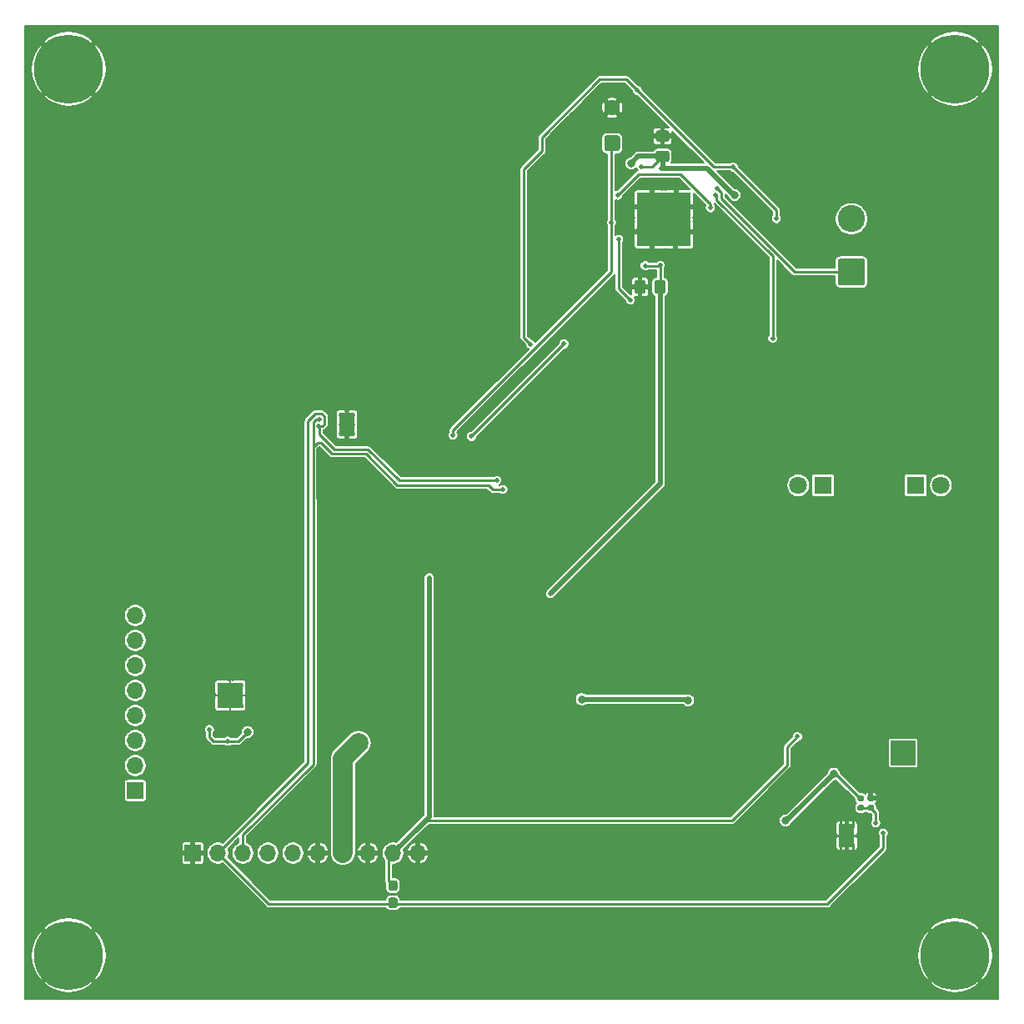
<source format=gbr>
G04 #@! TF.GenerationSoftware,KiCad,Pcbnew,5.1.6-c6e7f7d~87~ubuntu20.04.1*
G04 #@! TF.CreationDate,2021-01-07T23:37:28+02:00*
G04 #@! TF.ProjectId,LED_test_V1.3,4c45445f-7465-4737-945f-56312e332e6b,rev?*
G04 #@! TF.SameCoordinates,Original*
G04 #@! TF.FileFunction,Copper,L2,Bot*
G04 #@! TF.FilePolarity,Positive*
%FSLAX46Y46*%
G04 Gerber Fmt 4.6, Leading zero omitted, Abs format (unit mm)*
G04 Created by KiCad (PCBNEW 5.1.6-c6e7f7d~87~ubuntu20.04.1) date 2021-01-07 23:37:28*
%MOMM*%
%LPD*%
G01*
G04 APERTURE LIST*
G04 #@! TA.AperFunction,ViaPad*
%ADD10C,0.500000*%
G04 #@! TD*
G04 #@! TA.AperFunction,Conductor*
%ADD11R,1.650000X2.380000*%
G04 #@! TD*
G04 #@! TA.AperFunction,ComponentPad*
%ADD12C,2.750000*%
G04 #@! TD*
G04 #@! TA.AperFunction,Conductor*
%ADD13R,2.600000X2.600000*%
G04 #@! TD*
G04 #@! TA.AperFunction,ComponentPad*
%ADD14C,1.800000*%
G04 #@! TD*
G04 #@! TA.AperFunction,ComponentPad*
%ADD15R,1.800000X1.800000*%
G04 #@! TD*
G04 #@! TA.AperFunction,ComponentPad*
%ADD16O,1.700000X1.700000*%
G04 #@! TD*
G04 #@! TA.AperFunction,ComponentPad*
%ADD17R,1.700000X1.700000*%
G04 #@! TD*
G04 #@! TA.AperFunction,ComponentPad*
%ADD18C,7.000000*%
G04 #@! TD*
G04 #@! TA.AperFunction,ComponentPad*
%ADD19C,1.600000*%
G04 #@! TD*
G04 #@! TA.AperFunction,Conductor*
%ADD20R,5.450000X5.450000*%
G04 #@! TD*
G04 #@! TA.AperFunction,ViaPad*
%ADD21C,0.600000*%
G04 #@! TD*
G04 #@! TA.AperFunction,Conductor*
%ADD22R,2.500000X2.500000*%
G04 #@! TD*
G04 #@! TA.AperFunction,ViaPad*
%ADD23C,0.800000*%
G04 #@! TD*
G04 #@! TA.AperFunction,ViaPad*
%ADD24C,2.000000*%
G04 #@! TD*
G04 #@! TA.AperFunction,Conductor*
%ADD25C,0.500000*%
G04 #@! TD*
G04 #@! TA.AperFunction,Conductor*
%ADD26C,0.250000*%
G04 #@! TD*
G04 #@! TA.AperFunction,Conductor*
%ADD27C,2.000000*%
G04 #@! TD*
G04 #@! TA.AperFunction,Conductor*
%ADD28C,0.200000*%
G04 #@! TD*
G04 #@! TA.AperFunction,Conductor*
%ADD29C,0.190000*%
G04 #@! TD*
G04 APERTURE END LIST*
D10*
X132675000Y-90160000D03*
X133825000Y-90160000D03*
X132675000Y-91100000D03*
X133825000Y-91100000D03*
X132675000Y-92040000D03*
X133825000Y-92040000D03*
D11*
X133250000Y-91100000D03*
D12*
X184475000Y-70225000D03*
G04 #@! TA.AperFunction,ComponentPad*
G36*
G01*
X185600001Y-77000000D02*
X183349999Y-77000000D01*
G75*
G02*
X183100000Y-76750001I0J249999D01*
G01*
X183100000Y-74499999D01*
G75*
G02*
X183349999Y-74250000I249999J0D01*
G01*
X185600001Y-74250000D01*
G75*
G02*
X185850000Y-74499999I0J-249999D01*
G01*
X185850000Y-76750001D01*
G75*
G02*
X185600001Y-77000000I-249999J0D01*
G01*
G37*
G04 #@! TD.AperFunction*
D13*
X121412000Y-118618000D03*
D10*
X120362000Y-117568000D03*
X121412000Y-117568000D03*
X122462000Y-117568000D03*
X120362000Y-118618000D03*
X121412000Y-118618000D03*
X122462000Y-118618000D03*
X120362000Y-119668000D03*
X121412000Y-119668000D03*
X122462000Y-119668000D03*
D14*
X179070000Y-97282000D03*
D15*
X181610000Y-97282000D03*
G04 #@! TA.AperFunction,SMDPad,CuDef*
G36*
G01*
X186608500Y-129350000D02*
X186263500Y-129350000D01*
G75*
G02*
X186116000Y-129202500I0J147500D01*
G01*
X186116000Y-128907500D01*
G75*
G02*
X186263500Y-128760000I147500J0D01*
G01*
X186608500Y-128760000D01*
G75*
G02*
X186756000Y-128907500I0J-147500D01*
G01*
X186756000Y-129202500D01*
G75*
G02*
X186608500Y-129350000I-147500J0D01*
G01*
G37*
G04 #@! TD.AperFunction*
G04 #@! TA.AperFunction,SMDPad,CuDef*
G36*
G01*
X186608500Y-130320000D02*
X186263500Y-130320000D01*
G75*
G02*
X186116000Y-130172500I0J147500D01*
G01*
X186116000Y-129877500D01*
G75*
G02*
X186263500Y-129730000I147500J0D01*
G01*
X186608500Y-129730000D01*
G75*
G02*
X186756000Y-129877500I0J-147500D01*
G01*
X186756000Y-130172500D01*
G75*
G02*
X186608500Y-130320000I-147500J0D01*
G01*
G37*
G04 #@! TD.AperFunction*
G04 #@! TA.AperFunction,SMDPad,CuDef*
G36*
G01*
X185592500Y-129350000D02*
X185247500Y-129350000D01*
G75*
G02*
X185100000Y-129202500I0J147500D01*
G01*
X185100000Y-128907500D01*
G75*
G02*
X185247500Y-128760000I147500J0D01*
G01*
X185592500Y-128760000D01*
G75*
G02*
X185740000Y-128907500I0J-147500D01*
G01*
X185740000Y-129202500D01*
G75*
G02*
X185592500Y-129350000I-147500J0D01*
G01*
G37*
G04 #@! TD.AperFunction*
G04 #@! TA.AperFunction,SMDPad,CuDef*
G36*
G01*
X185592500Y-130320000D02*
X185247500Y-130320000D01*
G75*
G02*
X185100000Y-130172500I0J147500D01*
G01*
X185100000Y-129877500D01*
G75*
G02*
X185247500Y-129730000I147500J0D01*
G01*
X185592500Y-129730000D01*
G75*
G02*
X185740000Y-129877500I0J-147500D01*
G01*
X185740000Y-130172500D01*
G75*
G02*
X185592500Y-130320000I-147500J0D01*
G01*
G37*
G04 #@! TD.AperFunction*
D16*
X140462000Y-134620000D03*
X137922000Y-134620000D03*
X135382000Y-134620000D03*
X132842000Y-134620000D03*
X130302000Y-134620000D03*
X127762000Y-134620000D03*
X125222000Y-134620000D03*
X122682000Y-134620000D03*
X120142000Y-134620000D03*
D17*
X117602000Y-134620000D03*
D16*
X111760000Y-110490000D03*
X111760000Y-113030000D03*
X111760000Y-115570000D03*
X111760000Y-118110000D03*
X111760000Y-120650000D03*
X111760000Y-123190000D03*
X111760000Y-125730000D03*
D17*
X111760000Y-128270000D03*
G04 #@! TA.AperFunction,SMDPad,CuDef*
G36*
G01*
X164475000Y-77575001D02*
X164475000Y-76674999D01*
G75*
G02*
X164724999Y-76425000I249999J0D01*
G01*
X165375001Y-76425000D01*
G75*
G02*
X165625000Y-76674999I0J-249999D01*
G01*
X165625000Y-77575001D01*
G75*
G02*
X165375001Y-77825000I-249999J0D01*
G01*
X164724999Y-77825000D01*
G75*
G02*
X164475000Y-77575001I0J249999D01*
G01*
G37*
G04 #@! TD.AperFunction*
G04 #@! TA.AperFunction,SMDPad,CuDef*
G36*
G01*
X162425000Y-77575001D02*
X162425000Y-76674999D01*
G75*
G02*
X162674999Y-76425000I249999J0D01*
G01*
X163325001Y-76425000D01*
G75*
G02*
X163575000Y-76674999I0J-249999D01*
G01*
X163575000Y-77575001D01*
G75*
G02*
X163325001Y-77825000I-249999J0D01*
G01*
X162674999Y-77825000D01*
G75*
G02*
X162425000Y-77575001I0J249999D01*
G01*
G37*
G04 #@! TD.AperFunction*
G04 #@! TA.AperFunction,SMDPad,CuDef*
G36*
G01*
X164849999Y-63300000D02*
X165750001Y-63300000D01*
G75*
G02*
X166000000Y-63549999I0J-249999D01*
G01*
X166000000Y-64200001D01*
G75*
G02*
X165750001Y-64450000I-249999J0D01*
G01*
X164849999Y-64450000D01*
G75*
G02*
X164600000Y-64200001I0J249999D01*
G01*
X164600000Y-63549999D01*
G75*
G02*
X164849999Y-63300000I249999J0D01*
G01*
G37*
G04 #@! TD.AperFunction*
G04 #@! TA.AperFunction,SMDPad,CuDef*
G36*
G01*
X164849999Y-61250000D02*
X165750001Y-61250000D01*
G75*
G02*
X166000000Y-61499999I0J-249999D01*
G01*
X166000000Y-62150001D01*
G75*
G02*
X165750001Y-62400000I-249999J0D01*
G01*
X164849999Y-62400000D01*
G75*
G02*
X164600000Y-62150001I0J249999D01*
G01*
X164600000Y-61499999D01*
G75*
G02*
X164849999Y-61250000I249999J0D01*
G01*
G37*
G04 #@! TD.AperFunction*
D15*
X191008000Y-97282000D03*
D14*
X193548000Y-97282000D03*
D18*
X105000000Y-145000000D03*
X105000000Y-55000000D03*
X195000000Y-55000000D03*
X195000000Y-145000000D03*
G04 #@! TA.AperFunction,ComponentPad*
G36*
G01*
X160725000Y-63350000D02*
X159625000Y-63350000D01*
G75*
G02*
X159375000Y-63100000I0J250000D01*
G01*
X159375000Y-62000000D01*
G75*
G02*
X159625000Y-61750000I250000J0D01*
G01*
X160725000Y-61750000D01*
G75*
G02*
X160975000Y-62000000I0J-250000D01*
G01*
X160975000Y-63100000D01*
G75*
G02*
X160725000Y-63350000I-250000J0D01*
G01*
G37*
G04 #@! TD.AperFunction*
D19*
X160175000Y-58950000D03*
G04 #@! TA.AperFunction,SMDPad,CuDef*
G36*
G01*
X137684500Y-137397000D02*
X138159500Y-137397000D01*
G75*
G02*
X138397000Y-137634500I0J-237500D01*
G01*
X138397000Y-138209500D01*
G75*
G02*
X138159500Y-138447000I-237500J0D01*
G01*
X137684500Y-138447000D01*
G75*
G02*
X137447000Y-138209500I0J237500D01*
G01*
X137447000Y-137634500D01*
G75*
G02*
X137684500Y-137397000I237500J0D01*
G01*
G37*
G04 #@! TD.AperFunction*
G04 #@! TA.AperFunction,SMDPad,CuDef*
G36*
G01*
X137684500Y-139147000D02*
X138159500Y-139147000D01*
G75*
G02*
X138397000Y-139384500I0J-237500D01*
G01*
X138397000Y-139959500D01*
G75*
G02*
X138159500Y-140197000I-237500J0D01*
G01*
X137684500Y-140197000D01*
G75*
G02*
X137447000Y-139959500I0J237500D01*
G01*
X137447000Y-139384500D01*
G75*
G02*
X137684500Y-139147000I237500J0D01*
G01*
G37*
G04 #@! TD.AperFunction*
D10*
X167900000Y-67800000D03*
X167900000Y-69037500D03*
X167900000Y-70275000D03*
X167900000Y-71512500D03*
X167900000Y-72750000D03*
X166662500Y-67800000D03*
X166662500Y-69037500D03*
X166662500Y-70275000D03*
X166662500Y-71512500D03*
X166662500Y-72750000D03*
X165425000Y-67800000D03*
X165425000Y-69037500D03*
X165425000Y-70275000D03*
X165425000Y-71512500D03*
X165425000Y-72750000D03*
X164187500Y-67800000D03*
X164187500Y-69037500D03*
X164187500Y-70275000D03*
X164187500Y-71512500D03*
X164187500Y-72750000D03*
X162950000Y-67800000D03*
X162950000Y-69037500D03*
X162950000Y-70275000D03*
X162950000Y-71512500D03*
X162950000Y-72750000D03*
D20*
X165425000Y-70275000D03*
D11*
X183994000Y-132842000D03*
D10*
X183419000Y-131902000D03*
X184569000Y-131902000D03*
X183419000Y-132842000D03*
X184569000Y-132842000D03*
X183419000Y-133782000D03*
X184569000Y-133782000D03*
D21*
X188788000Y-123510000D03*
X189738000Y-123510000D03*
X190688000Y-123510000D03*
X188788000Y-124460000D03*
X189738000Y-124460000D03*
X190688000Y-124460000D03*
X188788000Y-125410000D03*
X189738000Y-125410000D03*
X190688000Y-125410000D03*
D22*
X189738000Y-124460000D03*
D10*
X187240000Y-116300000D03*
X188380000Y-111840000D03*
D23*
X177786007Y-131332007D03*
D10*
X165050000Y-74950000D03*
X165175000Y-65099990D03*
D24*
X134450000Y-123425000D03*
D10*
X163525000Y-74975000D03*
X163175000Y-64900000D03*
D23*
X123175000Y-122325000D03*
D10*
X121158000Y-123267000D03*
X119300000Y-122075000D03*
X153915000Y-108285000D03*
D23*
X182675496Y-126555496D03*
X162100000Y-64600000D03*
X172625000Y-67825000D03*
D10*
X179070000Y-136144000D03*
X177038000Y-133350000D03*
X176276000Y-115824000D03*
X174244000Y-117348000D03*
X148090000Y-92800000D03*
X165670000Y-101810000D03*
X132610000Y-97120000D03*
X147980000Y-107520000D03*
X186770000Y-133930000D03*
X186420000Y-128150000D03*
X171320000Y-71510000D03*
X121180000Y-127700000D03*
X192760000Y-128480000D03*
X190390000Y-127420000D03*
X192720000Y-125130000D03*
X186840000Y-124970000D03*
X188214000Y-117820000D03*
X152420000Y-128110000D03*
X152270000Y-129840000D03*
X142494000Y-130556000D03*
X141986000Y-132080000D03*
X140462000Y-130302000D03*
X128524000Y-121412000D03*
X128270000Y-124968000D03*
X130556000Y-124968000D03*
X130556000Y-121412000D03*
X121412000Y-115570000D03*
X121158000Y-122174000D03*
X149860000Y-96774000D03*
X151892000Y-96774000D03*
X144526000Y-100076000D03*
X144526000Y-98298000D03*
X128524000Y-95504000D03*
X128524000Y-97028000D03*
X152654000Y-60198000D03*
X151892000Y-61976000D03*
X140208000Y-90424000D03*
X141478000Y-92710000D03*
X140462000Y-95758000D03*
X139954000Y-98552000D03*
X142494000Y-118618000D03*
X140716000Y-122936000D03*
X142748000Y-120904000D03*
X140716000Y-119888000D03*
X149098000Y-125984000D03*
X159258000Y-121158000D03*
X155956000Y-119634000D03*
X161798000Y-117602000D03*
X166116000Y-96266000D03*
X163830000Y-96266000D03*
X180340000Y-66040000D03*
X182626000Y-64262000D03*
X176276000Y-66548000D03*
X176022000Y-69850000D03*
X170942000Y-74168000D03*
X164338000Y-60452000D03*
X166116000Y-59182000D03*
X140462000Y-60960000D03*
X165862000Y-84074000D03*
X164084000Y-84582000D03*
X135382000Y-82042000D03*
X133350000Y-84582000D03*
X145288000Y-66294000D03*
X129794000Y-80772000D03*
X144526000Y-109728000D03*
X184150000Y-107590000D03*
X184860000Y-107320000D03*
X184150000Y-108460000D03*
X183390000Y-107340000D03*
X185640000Y-106820000D03*
X185740000Y-107370000D03*
X182710000Y-106810000D03*
X182630000Y-107370000D03*
X186290000Y-106820000D03*
X185530000Y-106180000D03*
X182880000Y-106150000D03*
X186260000Y-106130000D03*
X182060000Y-106830000D03*
X182070000Y-106070000D03*
X182060000Y-107480000D03*
X182070000Y-108120000D03*
X186310000Y-107410000D03*
X182890000Y-105490000D03*
X182100000Y-105480000D03*
X182020000Y-108750000D03*
X184800000Y-109550000D03*
X185600000Y-109550000D03*
X182170000Y-109540000D03*
X185270000Y-105390000D03*
X185970000Y-105400000D03*
X186580000Y-105550000D03*
X186880000Y-106380000D03*
X182580000Y-104780000D03*
X183260000Y-104970000D03*
X185430000Y-104770000D03*
X186340000Y-104810000D03*
X181790000Y-104670000D03*
X181520000Y-105350000D03*
X181430000Y-106060000D03*
X181430000Y-106740000D03*
X181420000Y-107470000D03*
X181440000Y-108190000D03*
X181350000Y-108990000D03*
X181590000Y-109850000D03*
X184110000Y-109610000D03*
X184160000Y-110440000D03*
X185000000Y-110350000D03*
X185830000Y-110290000D03*
X186370000Y-109590000D03*
X186960000Y-106980000D03*
X187090000Y-105020000D03*
X187250000Y-105730000D03*
X180870000Y-108490000D03*
X180830000Y-107650000D03*
X180780000Y-106830000D03*
X180740000Y-106000000D03*
X180930000Y-105010000D03*
X180770000Y-109290000D03*
X180910000Y-110030000D03*
X186970000Y-109270000D03*
X183220000Y-104180000D03*
X182260000Y-104010000D03*
X185280000Y-103980000D03*
X186050000Y-104070000D03*
X186960000Y-104270000D03*
X182220000Y-110240000D03*
X175200000Y-55490000D03*
X181300000Y-104240000D03*
X180360000Y-104850000D03*
X180330000Y-105440000D03*
X180280000Y-106480000D03*
X180240000Y-107230000D03*
X180260000Y-108020000D03*
X180210000Y-108820000D03*
X180170000Y-109670000D03*
X180330000Y-110420000D03*
X180940000Y-110820000D03*
X181430000Y-110520000D03*
X182220000Y-110950000D03*
X184570000Y-111090000D03*
X187640000Y-108820000D03*
X179840000Y-105880000D03*
X179700000Y-106710000D03*
X179600000Y-107620000D03*
X179560000Y-108380000D03*
X179480000Y-109340000D03*
X185460000Y-103320000D03*
X186170000Y-103420000D03*
X187010000Y-103600000D03*
X183270000Y-103420000D03*
X182470000Y-103230000D03*
X181560000Y-103340000D03*
X180630000Y-103960000D03*
X158370000Y-58310000D03*
X140450000Y-60090000D03*
X140480000Y-61830000D03*
X164290000Y-101800000D03*
X167140000Y-101800000D03*
X142990000Y-126480000D03*
X140460000Y-126480000D03*
X134660000Y-126630000D03*
X130900000Y-126630000D03*
X123960000Y-107060000D03*
X127680000Y-106890000D03*
X176970000Y-62810000D03*
X178320000Y-78810000D03*
X182050000Y-78810000D03*
X147910000Y-68670000D03*
X159010000Y-66140000D03*
X156960000Y-67870000D03*
X156630000Y-71450000D03*
X158080000Y-73900000D03*
X180970000Y-130630000D03*
X181600000Y-138990000D03*
X181650000Y-140470000D03*
X181580000Y-141950000D03*
X136410000Y-137210000D03*
X139770000Y-137200000D03*
X136310000Y-142180000D03*
X136320000Y-140410000D03*
X185300000Y-111000000D03*
X184210000Y-111960000D03*
X188310000Y-108120000D03*
X189110000Y-107400000D03*
X126720000Y-137730000D03*
X124540000Y-137770000D03*
X122670000Y-138590000D03*
X125080000Y-131750000D03*
X123270000Y-129730000D03*
X120980000Y-130430000D03*
X119000000Y-130300000D03*
X130220000Y-131750000D03*
X135240000Y-131780000D03*
X174400000Y-130540000D03*
X171980000Y-130030000D03*
X172010000Y-127770000D03*
X156740000Y-56980000D03*
X145900000Y-92325008D03*
X155300000Y-82925000D03*
X172475000Y-64975000D03*
X176850000Y-70200000D03*
X151900000Y-82950000D03*
X162720000Y-57180000D03*
X176475000Y-82350000D03*
X170708118Y-67833186D03*
X141600000Y-106650000D03*
X178995000Y-122805000D03*
D23*
X157099000Y-118999000D03*
X167894000Y-119126000D03*
D10*
X130425000Y-90600000D03*
X149100000Y-97700000D03*
X187706000Y-132588000D03*
X130394594Y-91299341D03*
X148450000Y-96800000D03*
X160106594Y-70581594D03*
X170839707Y-67119762D03*
X160850305Y-72300305D03*
X162010000Y-78450000D03*
X186944000Y-131572000D03*
X160750000Y-67825000D03*
X170150000Y-69100000D03*
X144018000Y-92202000D03*
D25*
X182739000Y-126491992D02*
X182675496Y-126555496D01*
X177898985Y-131332007D02*
X177786007Y-131332007D01*
D26*
X165050000Y-76750000D02*
X165075000Y-76775000D01*
X165050000Y-74950000D02*
X165050000Y-76750000D01*
D25*
X165300000Y-63875000D02*
X165300000Y-64974990D01*
D26*
X165300000Y-64974990D02*
X165175000Y-65099990D01*
X165025000Y-74975000D02*
X165050000Y-74950000D01*
X163525000Y-74975000D02*
X165025000Y-74975000D01*
X164275000Y-64900000D02*
X165300000Y-63875000D01*
X163175000Y-64900000D02*
X164275000Y-64900000D01*
X122233000Y-123267000D02*
X123175000Y-122325000D01*
X121158000Y-123267000D02*
X122233000Y-123267000D01*
X119300000Y-122850000D02*
X119300000Y-122075000D01*
X119717000Y-123267000D02*
X119300000Y-122850000D01*
X121158000Y-123267000D02*
X119717000Y-123267000D01*
D25*
X165300000Y-63875000D02*
X162825000Y-63875000D01*
X162825000Y-63875000D02*
X162100000Y-64600000D01*
X165050000Y-77125000D02*
X165050000Y-97150000D01*
X165050000Y-97150000D02*
X153915000Y-108285000D01*
D26*
X153915000Y-108285000D02*
X153900000Y-108300000D01*
X185302008Y-129055000D02*
X182739000Y-126491992D01*
X185420000Y-129055000D02*
X185302008Y-129055000D01*
D25*
X182675496Y-126555496D02*
X177898985Y-131332007D01*
D27*
X132842000Y-134620000D02*
X132842000Y-125033000D01*
X132842000Y-125033000D02*
X134450000Y-123425000D01*
D26*
X162100000Y-64600000D02*
X162030000Y-64670000D01*
D25*
X165175000Y-65099990D02*
X169813580Y-65099990D01*
X169813580Y-65099990D02*
X172563592Y-67850002D01*
X166662500Y-69037500D02*
X168797500Y-69037500D01*
X166662500Y-70275000D02*
X167900000Y-71512500D01*
X166695000Y-70275000D02*
X167960000Y-71540000D01*
X167960000Y-71540000D02*
X168890000Y-71540000D01*
X164187500Y-70275000D02*
X162950000Y-69037500D01*
X165425000Y-70275000D02*
X164187500Y-70275000D01*
X162950000Y-69037500D02*
X161562500Y-69037500D01*
X165425000Y-70275000D02*
X163935000Y-70275000D01*
X163935000Y-70275000D02*
X162670000Y-71540000D01*
X162670000Y-71540000D02*
X161670000Y-71540000D01*
X165425000Y-70275000D02*
X165425000Y-71515000D01*
X165425000Y-71515000D02*
X164210000Y-72730000D01*
X164210000Y-72730000D02*
X164210000Y-73970000D01*
X165425000Y-71512500D02*
X166406250Y-72493750D01*
X165425000Y-70275000D02*
X165425000Y-71512500D01*
X166406250Y-72493750D02*
X166662500Y-72750000D01*
X165425000Y-70275000D02*
X165425000Y-71415000D01*
X165425000Y-71415000D02*
X166640000Y-72630000D01*
X166640000Y-72630000D02*
X166640000Y-74030000D01*
X165425000Y-70275000D02*
X165425000Y-69995000D01*
X165425000Y-69995000D02*
X164220000Y-68790000D01*
X164220000Y-68790000D02*
X164220000Y-66490000D01*
X165425000Y-69985000D02*
X165425000Y-70275000D01*
X165425000Y-70275000D02*
X165425000Y-69185000D01*
X165425000Y-69185000D02*
X166680000Y-67930000D01*
X166680000Y-67930000D02*
X166680000Y-66560000D01*
D26*
X183994000Y-132842000D02*
X182118000Y-132842000D01*
X183994000Y-132842000D02*
X185928000Y-132842000D01*
X183994000Y-132477000D02*
X184569000Y-131902000D01*
X183994000Y-132842000D02*
X183994000Y-132606000D01*
X183994000Y-132606000D02*
X184600000Y-132000000D01*
X184600000Y-132000000D02*
X184600000Y-131200000D01*
X183808500Y-132291500D02*
X183419000Y-131902000D01*
X183994000Y-132477000D02*
X183808500Y-132291500D01*
X183994000Y-132842000D02*
X183994000Y-132477000D01*
X183994000Y-132842000D02*
X183994000Y-132094000D01*
X183994000Y-132842000D02*
X183994000Y-132794000D01*
X183994000Y-132794000D02*
X183400000Y-132200000D01*
X183400000Y-132200000D02*
X183400000Y-131200000D01*
X183994000Y-132842000D02*
X183994000Y-133106000D01*
X183994000Y-133106000D02*
X183400000Y-133700000D01*
X183400000Y-133700000D02*
X183400000Y-134400000D01*
X183994000Y-132842000D02*
X183994000Y-133094000D01*
X183994000Y-133094000D02*
X184600000Y-133700000D01*
X184600000Y-133700000D02*
X184600000Y-134400000D01*
D28*
X121412000Y-118618000D02*
X121412000Y-116412000D01*
X121412000Y-118618000D02*
X121412000Y-120888000D01*
X121412000Y-118618000D02*
X123882000Y-118618000D01*
X121412000Y-118618000D02*
X118918000Y-118618000D01*
X122462000Y-119668000D02*
X122568000Y-119668000D01*
X122568000Y-119668000D02*
X122700000Y-119800000D01*
D26*
X145900000Y-92325000D02*
X145900000Y-92325008D01*
X155300000Y-82925000D02*
X145900000Y-92325000D01*
X172475000Y-64975000D02*
X170515000Y-64975000D01*
X170515000Y-64975000D02*
X162720000Y-57180000D01*
X176850000Y-69350000D02*
X172475000Y-64975000D01*
X176850000Y-70200000D02*
X176850000Y-69350000D01*
X153060000Y-61940000D02*
X158920000Y-56080000D01*
X161620000Y-56080000D02*
X162720000Y-57180000D01*
X153060000Y-63360000D02*
X153060000Y-61940000D01*
X158920000Y-56080000D02*
X161620000Y-56080000D01*
X151220000Y-65200000D02*
X153060000Y-63360000D01*
X151220000Y-82270000D02*
X151220000Y-65200000D01*
X151900000Y-82950000D02*
X151220000Y-82270000D01*
X176475000Y-74010127D02*
X170785961Y-68321088D01*
X170785961Y-68321088D02*
X170785961Y-67833186D01*
X170785961Y-67833186D02*
X170708118Y-67833186D01*
X176475000Y-82350000D02*
X176475000Y-74010127D01*
D25*
X141600000Y-130942000D02*
X140908500Y-131633500D01*
X137922000Y-134620000D02*
X140908500Y-131633500D01*
X141600000Y-129925000D02*
X141600000Y-130942000D01*
X141600000Y-106650000D02*
X141600000Y-129925000D01*
D26*
X177960000Y-125710000D02*
X172380000Y-131290000D01*
X177960000Y-123840000D02*
X177960000Y-125710000D01*
X178995000Y-122805000D02*
X177960000Y-123840000D01*
X141252000Y-131290000D02*
X140908500Y-131633500D01*
X172380000Y-131290000D02*
X143300000Y-131290000D01*
X143300000Y-131290000D02*
X141252000Y-131290000D01*
X137922000Y-134620000D02*
X137810000Y-134620000D01*
X137810000Y-134620000D02*
X137510000Y-134920000D01*
X137510000Y-137510000D02*
X137922000Y-137922000D01*
X137510000Y-134920000D02*
X137510000Y-137510000D01*
D25*
X167767000Y-118999000D02*
X167894000Y-119126000D01*
X157099000Y-118999000D02*
X167767000Y-118999000D01*
D26*
X130425000Y-90600000D02*
X130071447Y-90600000D01*
X130071447Y-90600000D02*
X129819593Y-90851854D01*
X149100000Y-97700000D02*
X149050000Y-97750000D01*
X130613590Y-92950000D02*
X130250000Y-92950000D01*
X131763599Y-94100009D02*
X130613590Y-92950000D01*
X130250000Y-92950000D02*
X129819593Y-93380407D01*
X135213600Y-94100010D02*
X131763599Y-94100009D01*
X148049990Y-97700000D02*
X147600000Y-97250010D01*
X149100000Y-97700000D02*
X148049990Y-97700000D01*
X147600000Y-97250010D02*
X138363599Y-97250009D01*
X138363599Y-97250009D02*
X135213600Y-94100010D01*
X129819593Y-90851854D02*
X129819593Y-93380407D01*
X129819593Y-98794593D02*
X129825000Y-98800000D01*
X129819593Y-93380407D02*
X129819593Y-98794593D01*
X129825000Y-98800000D02*
X129825000Y-98675000D01*
X129825000Y-125605000D02*
X129825000Y-98800000D01*
X122682000Y-132748000D02*
X129825000Y-125605000D01*
X122682000Y-134620000D02*
X122682000Y-132748000D01*
X130394594Y-91299341D02*
X130394594Y-91294594D01*
X138550000Y-96800000D02*
X148450000Y-96800000D01*
X135400000Y-93650000D02*
X138550000Y-96800000D01*
X131950000Y-93650000D02*
X135400000Y-93650000D01*
X130450000Y-92150000D02*
X131950000Y-93650000D01*
X130450000Y-91299341D02*
X130450000Y-92150000D01*
X130394594Y-91299341D02*
X130450000Y-91299341D01*
X131000001Y-90323999D02*
X131000001Y-91047487D01*
X130701001Y-90024999D02*
X131000001Y-90323999D01*
X130748147Y-91299341D02*
X130394594Y-91299341D01*
X130010038Y-90024999D02*
X130701001Y-90024999D01*
X131000001Y-91047487D02*
X130748147Y-91299341D01*
X129300000Y-125462000D02*
X129300000Y-90735037D01*
X129300000Y-90735037D02*
X130010038Y-90024999D01*
X120142000Y-134620000D02*
X129300000Y-125462000D01*
X187706000Y-132588000D02*
X187706000Y-134112000D01*
X187706000Y-134112000D02*
X182028000Y-139790000D01*
X125312000Y-139790000D02*
X120142000Y-134620000D01*
X182028000Y-139790000D02*
X125312000Y-139790000D01*
X160075000Y-70550000D02*
X160106594Y-70581594D01*
X160075000Y-62650000D02*
X160075000Y-70550000D01*
X160175000Y-62550000D02*
X160075000Y-62650000D01*
X184475000Y-75625000D02*
X178726284Y-75625000D01*
X178726284Y-75625000D02*
X171283128Y-68181844D01*
X171283128Y-67563183D02*
X170839707Y-67119762D01*
X171283128Y-68181844D02*
X171283128Y-67563183D01*
X160850305Y-77290305D02*
X162010000Y-78450000D01*
X160850305Y-72300305D02*
X160850305Y-77290305D01*
X186944000Y-130533000D02*
X186436000Y-130025000D01*
X186944000Y-131572000D02*
X186944000Y-130533000D01*
X186436000Y-130025000D02*
X185420000Y-130025000D01*
X170150000Y-69100000D02*
X170150000Y-69175000D01*
X170150000Y-69175000D02*
X170175000Y-69150000D01*
X162900000Y-65675000D02*
X160750000Y-67825000D01*
X167078553Y-65675000D02*
X162900000Y-65675000D01*
X170150000Y-68746447D02*
X167078553Y-65675000D01*
X170150000Y-69100000D02*
X170150000Y-68746447D01*
X144018000Y-91702000D02*
X144018000Y-92202000D01*
X160106594Y-75613406D02*
X144018000Y-91702000D01*
X160106594Y-70581594D02*
X160106594Y-75613406D01*
D29*
G36*
X199405000Y-149405000D02*
G01*
X100595000Y-149405000D01*
X100595000Y-147759686D01*
X102465174Y-147759686D01*
X102883233Y-148183986D01*
X103545071Y-148535767D01*
X104262821Y-148751671D01*
X105008901Y-148823400D01*
X105754638Y-148748198D01*
X106471375Y-148528954D01*
X107116767Y-148183986D01*
X107534826Y-147759686D01*
X192465174Y-147759686D01*
X192883233Y-148183986D01*
X193545071Y-148535767D01*
X194262821Y-148751671D01*
X195008901Y-148823400D01*
X195754638Y-148748198D01*
X196471375Y-148528954D01*
X197116767Y-148183986D01*
X197534826Y-147759686D01*
X195000000Y-145224860D01*
X192465174Y-147759686D01*
X107534826Y-147759686D01*
X105000000Y-145224860D01*
X102465174Y-147759686D01*
X100595000Y-147759686D01*
X100595000Y-145008901D01*
X101176600Y-145008901D01*
X101251802Y-145754638D01*
X101471046Y-146471375D01*
X101816014Y-147116767D01*
X102240314Y-147534826D01*
X104775140Y-145000000D01*
X105224860Y-145000000D01*
X107759686Y-147534826D01*
X108183986Y-147116767D01*
X108535767Y-146454929D01*
X108751671Y-145737179D01*
X108821688Y-145008901D01*
X191176600Y-145008901D01*
X191251802Y-145754638D01*
X191471046Y-146471375D01*
X191816014Y-147116767D01*
X192240314Y-147534826D01*
X194775140Y-145000000D01*
X195224860Y-145000000D01*
X197759686Y-147534826D01*
X198183986Y-147116767D01*
X198535767Y-146454929D01*
X198751671Y-145737179D01*
X198823400Y-144991099D01*
X198748198Y-144245362D01*
X198528954Y-143528625D01*
X198183986Y-142883233D01*
X197759686Y-142465174D01*
X195224860Y-145000000D01*
X194775140Y-145000000D01*
X192240314Y-142465174D01*
X191816014Y-142883233D01*
X191464233Y-143545071D01*
X191248329Y-144262821D01*
X191176600Y-145008901D01*
X108821688Y-145008901D01*
X108823400Y-144991099D01*
X108748198Y-144245362D01*
X108528954Y-143528625D01*
X108183986Y-142883233D01*
X107759686Y-142465174D01*
X105224860Y-145000000D01*
X104775140Y-145000000D01*
X102240314Y-142465174D01*
X101816014Y-142883233D01*
X101464233Y-143545071D01*
X101248329Y-144262821D01*
X101176600Y-145008901D01*
X100595000Y-145008901D01*
X100595000Y-142240314D01*
X102465174Y-142240314D01*
X105000000Y-144775140D01*
X107534826Y-142240314D01*
X192465174Y-142240314D01*
X195000000Y-144775140D01*
X197534826Y-142240314D01*
X197116767Y-141816014D01*
X196454929Y-141464233D01*
X195737179Y-141248329D01*
X194991099Y-141176600D01*
X194245362Y-141251802D01*
X193528625Y-141471046D01*
X192883233Y-141816014D01*
X192465174Y-142240314D01*
X107534826Y-142240314D01*
X107116767Y-141816014D01*
X106454929Y-141464233D01*
X105737179Y-141248329D01*
X104991099Y-141176600D01*
X104245362Y-141251802D01*
X103528625Y-141471046D01*
X102883233Y-141816014D01*
X102465174Y-142240314D01*
X100595000Y-142240314D01*
X100595000Y-135470000D01*
X116445524Y-135470000D01*
X116451413Y-135529791D01*
X116468853Y-135587283D01*
X116497175Y-135640269D01*
X116535289Y-135686711D01*
X116581731Y-135724825D01*
X116634717Y-135753147D01*
X116692209Y-135770587D01*
X116752000Y-135776476D01*
X117366750Y-135775000D01*
X117443000Y-135698750D01*
X117443000Y-134779000D01*
X117761000Y-134779000D01*
X117761000Y-135698750D01*
X117837250Y-135775000D01*
X118452000Y-135776476D01*
X118511791Y-135770587D01*
X118569283Y-135753147D01*
X118622269Y-135724825D01*
X118668711Y-135686711D01*
X118706825Y-135640269D01*
X118735147Y-135587283D01*
X118752587Y-135529791D01*
X118758476Y-135470000D01*
X118757000Y-134855250D01*
X118680750Y-134779000D01*
X117761000Y-134779000D01*
X117443000Y-134779000D01*
X116523250Y-134779000D01*
X116447000Y-134855250D01*
X116445524Y-135470000D01*
X100595000Y-135470000D01*
X100595000Y-134507227D01*
X118997000Y-134507227D01*
X118997000Y-134732773D01*
X119041002Y-134953984D01*
X119127314Y-135162361D01*
X119252621Y-135349895D01*
X119412105Y-135509379D01*
X119599639Y-135634686D01*
X119808016Y-135720998D01*
X120029227Y-135765000D01*
X120254773Y-135765000D01*
X120475984Y-135720998D01*
X120598346Y-135670314D01*
X125000421Y-140072390D01*
X125013578Y-140088422D01*
X125077532Y-140140907D01*
X125150495Y-140179907D01*
X125229666Y-140203923D01*
X125291368Y-140210000D01*
X125291370Y-140210000D01*
X125311999Y-140212032D01*
X125332628Y-140210000D01*
X137215897Y-140210000D01*
X137240556Y-140256134D01*
X137306957Y-140337043D01*
X137387866Y-140403444D01*
X137480175Y-140452784D01*
X137580336Y-140483168D01*
X137684500Y-140493427D01*
X138159500Y-140493427D01*
X138263664Y-140483168D01*
X138363825Y-140452784D01*
X138456134Y-140403444D01*
X138537043Y-140337043D01*
X138603444Y-140256134D01*
X138628103Y-140210000D01*
X182007371Y-140210000D01*
X182028000Y-140212032D01*
X182048629Y-140210000D01*
X182048632Y-140210000D01*
X182110334Y-140203923D01*
X182189505Y-140179907D01*
X182262468Y-140140907D01*
X182326422Y-140088422D01*
X182339583Y-140072385D01*
X187988396Y-134423574D01*
X188004422Y-134410422D01*
X188056907Y-134346468D01*
X188095907Y-134273505D01*
X188119923Y-134194334D01*
X188126000Y-134132632D01*
X188126000Y-134132629D01*
X188128032Y-134112000D01*
X188126000Y-134091371D01*
X188126000Y-132938746D01*
X188129329Y-132935417D01*
X188188973Y-132846154D01*
X188230056Y-132746971D01*
X188251000Y-132641678D01*
X188251000Y-132534322D01*
X188230056Y-132429029D01*
X188188973Y-132329846D01*
X188129329Y-132240583D01*
X188053417Y-132164671D01*
X187964154Y-132105027D01*
X187864971Y-132063944D01*
X187759678Y-132043000D01*
X187652322Y-132043000D01*
X187547029Y-132063944D01*
X187447846Y-132105027D01*
X187358583Y-132164671D01*
X187282671Y-132240583D01*
X187223027Y-132329846D01*
X187181944Y-132429029D01*
X187161000Y-132534322D01*
X187161000Y-132641678D01*
X187181944Y-132746971D01*
X187223027Y-132846154D01*
X187282671Y-132935417D01*
X187286000Y-132938746D01*
X187286001Y-133938029D01*
X181854032Y-139370000D01*
X138691999Y-139370000D01*
X138683168Y-139280336D01*
X138652784Y-139180175D01*
X138603444Y-139087866D01*
X138537043Y-139006957D01*
X138456134Y-138940556D01*
X138363825Y-138891216D01*
X138263664Y-138860832D01*
X138159500Y-138850573D01*
X137684500Y-138850573D01*
X137580336Y-138860832D01*
X137480175Y-138891216D01*
X137387866Y-138940556D01*
X137306957Y-139006957D01*
X137240556Y-139087866D01*
X137191216Y-139180175D01*
X137160832Y-139280336D01*
X137152001Y-139370000D01*
X125485969Y-139370000D01*
X121192314Y-135076346D01*
X121242998Y-134953984D01*
X121287000Y-134732773D01*
X121287000Y-134507227D01*
X121242998Y-134286016D01*
X121192314Y-134163654D01*
X122262001Y-133093968D01*
X122262001Y-133554631D01*
X122139639Y-133605314D01*
X121952105Y-133730621D01*
X121792621Y-133890105D01*
X121667314Y-134077639D01*
X121581002Y-134286016D01*
X121537000Y-134507227D01*
X121537000Y-134732773D01*
X121581002Y-134953984D01*
X121667314Y-135162361D01*
X121792621Y-135349895D01*
X121952105Y-135509379D01*
X122139639Y-135634686D01*
X122348016Y-135720998D01*
X122569227Y-135765000D01*
X122794773Y-135765000D01*
X123015984Y-135720998D01*
X123224361Y-135634686D01*
X123411895Y-135509379D01*
X123571379Y-135349895D01*
X123696686Y-135162361D01*
X123782998Y-134953984D01*
X123827000Y-134732773D01*
X123827000Y-134507227D01*
X124077000Y-134507227D01*
X124077000Y-134732773D01*
X124121002Y-134953984D01*
X124207314Y-135162361D01*
X124332621Y-135349895D01*
X124492105Y-135509379D01*
X124679639Y-135634686D01*
X124888016Y-135720998D01*
X125109227Y-135765000D01*
X125334773Y-135765000D01*
X125555984Y-135720998D01*
X125764361Y-135634686D01*
X125951895Y-135509379D01*
X126111379Y-135349895D01*
X126236686Y-135162361D01*
X126322998Y-134953984D01*
X126367000Y-134732773D01*
X126367000Y-134507227D01*
X126617000Y-134507227D01*
X126617000Y-134732773D01*
X126661002Y-134953984D01*
X126747314Y-135162361D01*
X126872621Y-135349895D01*
X127032105Y-135509379D01*
X127219639Y-135634686D01*
X127428016Y-135720998D01*
X127649227Y-135765000D01*
X127874773Y-135765000D01*
X128095984Y-135720998D01*
X128304361Y-135634686D01*
X128491895Y-135509379D01*
X128651379Y-135349895D01*
X128776686Y-135162361D01*
X128862160Y-134956005D01*
X129196947Y-134956005D01*
X129283732Y-135165134D01*
X129409648Y-135353314D01*
X129569857Y-135513313D01*
X129758202Y-135638982D01*
X129965996Y-135725045D01*
X130143000Y-135686968D01*
X130143000Y-134779000D01*
X130461000Y-134779000D01*
X130461000Y-135686968D01*
X130638004Y-135725045D01*
X130845798Y-135638982D01*
X131034143Y-135513313D01*
X131194352Y-135353314D01*
X131320268Y-135165134D01*
X131407053Y-134956005D01*
X131369761Y-134779000D01*
X130461000Y-134779000D01*
X130143000Y-134779000D01*
X129234239Y-134779000D01*
X129196947Y-134956005D01*
X128862160Y-134956005D01*
X128862998Y-134953984D01*
X128907000Y-134732773D01*
X128907000Y-134507227D01*
X128862998Y-134286016D01*
X128862161Y-134283995D01*
X129196947Y-134283995D01*
X129234239Y-134461000D01*
X130143000Y-134461000D01*
X130143000Y-133553032D01*
X130461000Y-133553032D01*
X130461000Y-134461000D01*
X131369761Y-134461000D01*
X131407053Y-134283995D01*
X131320268Y-134074866D01*
X131194352Y-133886686D01*
X131034143Y-133726687D01*
X130845798Y-133601018D01*
X130638004Y-133514955D01*
X130461000Y-133553032D01*
X130143000Y-133553032D01*
X129965996Y-133514955D01*
X129758202Y-133601018D01*
X129569857Y-133726687D01*
X129409648Y-133886686D01*
X129283732Y-134074866D01*
X129196947Y-134283995D01*
X128862161Y-134283995D01*
X128776686Y-134077639D01*
X128651379Y-133890105D01*
X128491895Y-133730621D01*
X128304361Y-133605314D01*
X128095984Y-133519002D01*
X127874773Y-133475000D01*
X127649227Y-133475000D01*
X127428016Y-133519002D01*
X127219639Y-133605314D01*
X127032105Y-133730621D01*
X126872621Y-133890105D01*
X126747314Y-134077639D01*
X126661002Y-134286016D01*
X126617000Y-134507227D01*
X126367000Y-134507227D01*
X126322998Y-134286016D01*
X126236686Y-134077639D01*
X126111379Y-133890105D01*
X125951895Y-133730621D01*
X125764361Y-133605314D01*
X125555984Y-133519002D01*
X125334773Y-133475000D01*
X125109227Y-133475000D01*
X124888016Y-133519002D01*
X124679639Y-133605314D01*
X124492105Y-133730621D01*
X124332621Y-133890105D01*
X124207314Y-134077639D01*
X124121002Y-134286016D01*
X124077000Y-134507227D01*
X123827000Y-134507227D01*
X123782998Y-134286016D01*
X123696686Y-134077639D01*
X123571379Y-133890105D01*
X123411895Y-133730621D01*
X123224361Y-133605314D01*
X123102000Y-133554631D01*
X123102000Y-132921968D01*
X130107397Y-125916573D01*
X130123422Y-125903422D01*
X130173195Y-125842773D01*
X130175906Y-125839470D01*
X130201100Y-125792335D01*
X130214907Y-125766505D01*
X130238923Y-125687334D01*
X130245000Y-125625632D01*
X130245000Y-125625630D01*
X130247032Y-125605001D01*
X130245000Y-125584372D01*
X130245000Y-125033000D01*
X131540736Y-125033000D01*
X131547001Y-125096611D01*
X131547000Y-134683610D01*
X131565738Y-134873863D01*
X131639788Y-135117972D01*
X131760038Y-135342943D01*
X131921867Y-135540133D01*
X132119056Y-135701962D01*
X132344027Y-135822212D01*
X132588136Y-135896262D01*
X132842000Y-135921265D01*
X133095863Y-135896262D01*
X133339972Y-135822212D01*
X133564943Y-135701962D01*
X133762133Y-135540133D01*
X133923962Y-135342944D01*
X134044212Y-135117973D01*
X134093344Y-134956005D01*
X134276947Y-134956005D01*
X134363732Y-135165134D01*
X134489648Y-135353314D01*
X134649857Y-135513313D01*
X134838202Y-135638982D01*
X135045996Y-135725045D01*
X135223000Y-135686968D01*
X135223000Y-134779000D01*
X135541000Y-134779000D01*
X135541000Y-135686968D01*
X135718004Y-135725045D01*
X135925798Y-135638982D01*
X136114143Y-135513313D01*
X136274352Y-135353314D01*
X136400268Y-135165134D01*
X136487053Y-134956005D01*
X136449761Y-134779000D01*
X135541000Y-134779000D01*
X135223000Y-134779000D01*
X134314239Y-134779000D01*
X134276947Y-134956005D01*
X134093344Y-134956005D01*
X134118262Y-134873864D01*
X134137000Y-134683611D01*
X134137000Y-134507227D01*
X136777000Y-134507227D01*
X136777000Y-134732773D01*
X136821002Y-134953984D01*
X136907314Y-135162361D01*
X137032621Y-135349895D01*
X137090000Y-135407274D01*
X137090001Y-137489361D01*
X137087968Y-137510000D01*
X137096078Y-137592334D01*
X137120093Y-137671504D01*
X137120094Y-137671505D01*
X137150573Y-137728527D01*
X137150573Y-138209500D01*
X137160832Y-138313664D01*
X137191216Y-138413825D01*
X137240556Y-138506134D01*
X137306957Y-138587043D01*
X137387866Y-138653444D01*
X137480175Y-138702784D01*
X137580336Y-138733168D01*
X137684500Y-138743427D01*
X138159500Y-138743427D01*
X138263664Y-138733168D01*
X138363825Y-138702784D01*
X138456134Y-138653444D01*
X138537043Y-138587043D01*
X138603444Y-138506134D01*
X138652784Y-138413825D01*
X138683168Y-138313664D01*
X138693427Y-138209500D01*
X138693427Y-137634500D01*
X138683168Y-137530336D01*
X138652784Y-137430175D01*
X138603444Y-137337866D01*
X138537043Y-137256957D01*
X138456134Y-137190556D01*
X138363825Y-137141216D01*
X138263664Y-137110832D01*
X138159500Y-137100573D01*
X137930000Y-137100573D01*
X137930000Y-135765000D01*
X138034773Y-135765000D01*
X138255984Y-135720998D01*
X138464361Y-135634686D01*
X138651895Y-135509379D01*
X138811379Y-135349895D01*
X138936686Y-135162361D01*
X139022160Y-134956005D01*
X139356947Y-134956005D01*
X139443732Y-135165134D01*
X139569648Y-135353314D01*
X139729857Y-135513313D01*
X139918202Y-135638982D01*
X140125996Y-135725045D01*
X140303000Y-135686968D01*
X140303000Y-134779000D01*
X140621000Y-134779000D01*
X140621000Y-135686968D01*
X140798004Y-135725045D01*
X141005798Y-135638982D01*
X141194143Y-135513313D01*
X141354352Y-135353314D01*
X141480268Y-135165134D01*
X141567053Y-134956005D01*
X141529761Y-134779000D01*
X140621000Y-134779000D01*
X140303000Y-134779000D01*
X139394239Y-134779000D01*
X139356947Y-134956005D01*
X139022160Y-134956005D01*
X139022998Y-134953984D01*
X139067000Y-134732773D01*
X139067000Y-134507227D01*
X139023617Y-134289128D01*
X139028750Y-134283995D01*
X139356947Y-134283995D01*
X139394239Y-134461000D01*
X140303000Y-134461000D01*
X140303000Y-133553032D01*
X140621000Y-133553032D01*
X140621000Y-134461000D01*
X141529761Y-134461000D01*
X141567053Y-134283995D01*
X141480268Y-134074866D01*
X141354352Y-133886686D01*
X141194143Y-133726687D01*
X141005798Y-133601018D01*
X140798004Y-133514955D01*
X140621000Y-133553032D01*
X140303000Y-133553032D01*
X140125996Y-133514955D01*
X139918202Y-133601018D01*
X139729857Y-133726687D01*
X139569648Y-133886686D01*
X139443732Y-134074866D01*
X139356947Y-134283995D01*
X139028750Y-134283995D01*
X141312804Y-131999942D01*
X141312808Y-131999937D01*
X141602745Y-131710000D01*
X172359371Y-131710000D01*
X172380000Y-131712032D01*
X172400629Y-131710000D01*
X172400632Y-131710000D01*
X172462334Y-131703923D01*
X172541505Y-131679907D01*
X172614468Y-131640907D01*
X172678422Y-131588422D01*
X172691583Y-131572385D01*
X173000413Y-131263555D01*
X177091007Y-131263555D01*
X177091007Y-131400459D01*
X177117715Y-131534731D01*
X177170106Y-131661213D01*
X177246165Y-131775044D01*
X177342970Y-131871849D01*
X177456801Y-131947908D01*
X177583283Y-132000299D01*
X177717555Y-132027007D01*
X177854459Y-132027007D01*
X177988731Y-132000299D01*
X178115213Y-131947908D01*
X178145519Y-131927658D01*
X182861906Y-131927658D01*
X182862961Y-131934926D01*
X182864000Y-132606750D01*
X182906703Y-132649453D01*
X182894493Y-132652514D01*
X182886758Y-132682998D01*
X182864000Y-132682998D01*
X182864000Y-132827536D01*
X182861906Y-132867658D01*
X182864000Y-132882079D01*
X182864000Y-133001002D01*
X182885246Y-133001002D01*
X182894493Y-133031486D01*
X182906703Y-133034547D01*
X182864000Y-133077250D01*
X182862900Y-133788607D01*
X182861906Y-133807658D01*
X182862861Y-133814233D01*
X182862524Y-134032000D01*
X182868413Y-134091791D01*
X182885853Y-134149283D01*
X182914175Y-134202269D01*
X182952289Y-134248711D01*
X182998731Y-134286825D01*
X183051717Y-134315147D01*
X183109209Y-134332587D01*
X183169000Y-134338476D01*
X183420745Y-134337846D01*
X183444658Y-134339094D01*
X183453823Y-134337763D01*
X183758750Y-134337000D01*
X183835000Y-134260750D01*
X183835000Y-134154037D01*
X183925450Y-134063587D01*
X183855427Y-133993564D01*
X183943507Y-133971486D01*
X183970396Y-133865519D01*
X183976094Y-133756342D01*
X183960384Y-133648151D01*
X183943507Y-133592514D01*
X183855427Y-133570436D01*
X183925450Y-133500413D01*
X183835000Y-133409963D01*
X183835000Y-133214037D01*
X183925450Y-133123587D01*
X183855427Y-133053564D01*
X183943507Y-133031486D01*
X183970396Y-132925519D01*
X183976094Y-132816342D01*
X183960384Y-132708151D01*
X183943507Y-132652514D01*
X183855427Y-132630436D01*
X183925450Y-132560413D01*
X183835000Y-132469963D01*
X183835000Y-132274037D01*
X183925450Y-132183587D01*
X183855427Y-132113564D01*
X183943507Y-132091486D01*
X183970396Y-131985519D01*
X183973415Y-131927658D01*
X184011906Y-131927658D01*
X184027616Y-132035849D01*
X184044493Y-132091486D01*
X184132573Y-132113564D01*
X184062550Y-132183587D01*
X184153000Y-132274037D01*
X184153000Y-132469963D01*
X184062550Y-132560413D01*
X184132573Y-132630436D01*
X184044493Y-132652514D01*
X184017604Y-132758481D01*
X184011906Y-132867658D01*
X184027616Y-132975849D01*
X184044493Y-133031486D01*
X184132573Y-133053564D01*
X184062550Y-133123587D01*
X184153000Y-133214037D01*
X184153000Y-133409963D01*
X184062550Y-133500413D01*
X184132573Y-133570436D01*
X184044493Y-133592514D01*
X184017604Y-133698481D01*
X184011906Y-133807658D01*
X184027616Y-133915849D01*
X184044493Y-133971486D01*
X184132573Y-133993564D01*
X184062550Y-134063587D01*
X184153000Y-134154037D01*
X184153000Y-134260750D01*
X184229250Y-134337000D01*
X184570920Y-134337855D01*
X184594658Y-134339094D01*
X184602643Y-134337935D01*
X184819000Y-134338476D01*
X184878791Y-134332587D01*
X184936283Y-134315147D01*
X184989269Y-134286825D01*
X185035711Y-134248711D01*
X185073825Y-134202269D01*
X185102147Y-134149283D01*
X185119587Y-134091791D01*
X185125476Y-134032000D01*
X185125080Y-133775773D01*
X185126094Y-133756342D01*
X185125039Y-133749074D01*
X185124000Y-133077250D01*
X185081297Y-133034547D01*
X185093507Y-133031486D01*
X185101242Y-133001002D01*
X185124000Y-133001002D01*
X185124000Y-132856464D01*
X185126094Y-132816342D01*
X185124000Y-132801921D01*
X185124000Y-132682998D01*
X185102754Y-132682998D01*
X185093507Y-132652514D01*
X185081297Y-132649453D01*
X185124000Y-132606750D01*
X185125100Y-131895393D01*
X185126094Y-131876342D01*
X185125139Y-131869767D01*
X185125476Y-131652000D01*
X185119587Y-131592209D01*
X185102147Y-131534717D01*
X185073825Y-131481731D01*
X185035711Y-131435289D01*
X184989269Y-131397175D01*
X184936283Y-131368853D01*
X184878791Y-131351413D01*
X184819000Y-131345524D01*
X184567255Y-131346154D01*
X184543342Y-131344906D01*
X184534177Y-131346237D01*
X184229250Y-131347000D01*
X184153000Y-131423250D01*
X184153000Y-131529963D01*
X184062550Y-131620413D01*
X184132573Y-131690436D01*
X184044493Y-131712514D01*
X184017604Y-131818481D01*
X184011906Y-131927658D01*
X183973415Y-131927658D01*
X183976094Y-131876342D01*
X183960384Y-131768151D01*
X183943507Y-131712514D01*
X183855427Y-131690436D01*
X183925450Y-131620413D01*
X183835000Y-131529963D01*
X183835000Y-131423250D01*
X183758750Y-131347000D01*
X183417080Y-131346145D01*
X183393342Y-131344906D01*
X183385357Y-131346065D01*
X183169000Y-131345524D01*
X183109209Y-131351413D01*
X183051717Y-131368853D01*
X182998731Y-131397175D01*
X182952289Y-131435289D01*
X182914175Y-131481731D01*
X182885853Y-131534717D01*
X182868413Y-131592209D01*
X182862524Y-131652000D01*
X182862920Y-131908227D01*
X182861906Y-131927658D01*
X178145519Y-131927658D01*
X178229044Y-131871849D01*
X178325849Y-131775044D01*
X178401908Y-131661213D01*
X178445314Y-131556423D01*
X182753053Y-127248685D01*
X182877059Y-127224019D01*
X184803573Y-129150535D01*
X184803573Y-129202500D01*
X184812103Y-129289106D01*
X184837365Y-129372384D01*
X184878388Y-129449133D01*
X184933596Y-129516404D01*
X184962348Y-129540000D01*
X184933596Y-129563596D01*
X184878388Y-129630867D01*
X184837365Y-129707616D01*
X184812103Y-129790894D01*
X184803573Y-129877500D01*
X184803573Y-130172500D01*
X184812103Y-130259106D01*
X184837365Y-130342384D01*
X184878388Y-130419133D01*
X184933596Y-130486404D01*
X185000867Y-130541612D01*
X185077616Y-130582635D01*
X185160894Y-130607897D01*
X185247500Y-130616427D01*
X185592500Y-130616427D01*
X185679106Y-130607897D01*
X185762384Y-130582635D01*
X185839133Y-130541612D01*
X185906404Y-130486404D01*
X185928000Y-130460089D01*
X185949596Y-130486404D01*
X186016867Y-130541612D01*
X186093616Y-130582635D01*
X186176894Y-130607897D01*
X186263500Y-130616427D01*
X186433458Y-130616427D01*
X186524001Y-130706970D01*
X186524000Y-131221254D01*
X186520671Y-131224583D01*
X186461027Y-131313846D01*
X186419944Y-131413029D01*
X186399000Y-131518322D01*
X186399000Y-131625678D01*
X186419944Y-131730971D01*
X186461027Y-131830154D01*
X186520671Y-131919417D01*
X186596583Y-131995329D01*
X186685846Y-132054973D01*
X186785029Y-132096056D01*
X186890322Y-132117000D01*
X186997678Y-132117000D01*
X187102971Y-132096056D01*
X187202154Y-132054973D01*
X187291417Y-131995329D01*
X187367329Y-131919417D01*
X187426973Y-131830154D01*
X187468056Y-131730971D01*
X187489000Y-131625678D01*
X187489000Y-131518322D01*
X187468056Y-131413029D01*
X187426973Y-131313846D01*
X187367329Y-131224583D01*
X187364000Y-131221254D01*
X187364000Y-130553628D01*
X187366032Y-130532999D01*
X187364000Y-130512368D01*
X187357923Y-130450666D01*
X187333907Y-130371495D01*
X187294907Y-130298532D01*
X187294906Y-130298530D01*
X187255573Y-130250603D01*
X187242422Y-130234578D01*
X187226395Y-130221425D01*
X187052427Y-130047458D01*
X187052427Y-129877500D01*
X187043897Y-129790894D01*
X187018635Y-129707616D01*
X186977612Y-129630867D01*
X186944178Y-129590128D01*
X186972711Y-129566711D01*
X187010825Y-129520269D01*
X187039147Y-129467283D01*
X187056587Y-129409791D01*
X187062476Y-129350000D01*
X187061000Y-129290250D01*
X186984750Y-129214000D01*
X186595000Y-129214000D01*
X186595000Y-129234000D01*
X186277000Y-129234000D01*
X186277000Y-129214000D01*
X186257000Y-129214000D01*
X186257000Y-128896000D01*
X186277000Y-128896000D01*
X186277000Y-128531250D01*
X186595000Y-128531250D01*
X186595000Y-128896000D01*
X186984750Y-128896000D01*
X187061000Y-128819750D01*
X187062476Y-128760000D01*
X187056587Y-128700209D01*
X187039147Y-128642717D01*
X187010825Y-128589731D01*
X186972711Y-128543289D01*
X186926269Y-128505175D01*
X186873283Y-128476853D01*
X186815791Y-128459413D01*
X186756000Y-128453524D01*
X186671250Y-128455000D01*
X186595000Y-128531250D01*
X186277000Y-128531250D01*
X186200750Y-128455000D01*
X186116000Y-128453524D01*
X186056209Y-128459413D01*
X185998717Y-128476853D01*
X185945731Y-128505175D01*
X185899289Y-128543289D01*
X185877482Y-128569861D01*
X185839133Y-128538388D01*
X185762384Y-128497365D01*
X185679106Y-128472103D01*
X185592500Y-128463573D01*
X185304551Y-128463573D01*
X183370496Y-126529520D01*
X183370496Y-126487044D01*
X183343788Y-126352772D01*
X183291397Y-126226290D01*
X183215338Y-126112459D01*
X183118533Y-126015654D01*
X183004702Y-125939595D01*
X182878220Y-125887204D01*
X182743948Y-125860496D01*
X182607044Y-125860496D01*
X182472772Y-125887204D01*
X182346290Y-125939595D01*
X182232459Y-126015654D01*
X182135654Y-126112459D01*
X182059595Y-126226290D01*
X182007204Y-126352772D01*
X181982307Y-126477939D01*
X177823240Y-130637007D01*
X177717555Y-130637007D01*
X177583283Y-130663715D01*
X177456801Y-130716106D01*
X177342970Y-130792165D01*
X177246165Y-130888970D01*
X177170106Y-131002801D01*
X177117715Y-131129283D01*
X177091007Y-131263555D01*
X173000413Y-131263555D01*
X178242396Y-126021574D01*
X178258422Y-126008422D01*
X178310907Y-125944468D01*
X178349907Y-125871505D01*
X178373923Y-125792334D01*
X178380000Y-125730632D01*
X178380000Y-125730629D01*
X178382032Y-125710000D01*
X178380000Y-125689371D01*
X178380000Y-124013968D01*
X179043969Y-123350000D01*
X179048678Y-123350000D01*
X179153971Y-123329056D01*
X179253154Y-123287973D01*
X179342417Y-123228329D01*
X179360746Y-123210000D01*
X188191573Y-123210000D01*
X188191573Y-125710000D01*
X188197269Y-125767830D01*
X188214137Y-125823438D01*
X188241530Y-125874686D01*
X188278394Y-125919606D01*
X188323314Y-125956470D01*
X188374562Y-125983863D01*
X188430170Y-126000731D01*
X188488000Y-126006427D01*
X190988000Y-126006427D01*
X191045830Y-126000731D01*
X191101438Y-125983863D01*
X191152686Y-125956470D01*
X191197606Y-125919606D01*
X191234470Y-125874686D01*
X191261863Y-125823438D01*
X191278731Y-125767830D01*
X191284427Y-125710000D01*
X191284427Y-123210000D01*
X191278731Y-123152170D01*
X191261863Y-123096562D01*
X191234470Y-123045314D01*
X191197606Y-123000394D01*
X191152686Y-122963530D01*
X191101438Y-122936137D01*
X191045830Y-122919269D01*
X190988000Y-122913573D01*
X188488000Y-122913573D01*
X188430170Y-122919269D01*
X188374562Y-122936137D01*
X188323314Y-122963530D01*
X188278394Y-123000394D01*
X188241530Y-123045314D01*
X188214137Y-123096562D01*
X188197269Y-123152170D01*
X188191573Y-123210000D01*
X179360746Y-123210000D01*
X179418329Y-123152417D01*
X179477973Y-123063154D01*
X179519056Y-122963971D01*
X179540000Y-122858678D01*
X179540000Y-122751322D01*
X179519056Y-122646029D01*
X179477973Y-122546846D01*
X179418329Y-122457583D01*
X179342417Y-122381671D01*
X179253154Y-122322027D01*
X179153971Y-122280944D01*
X179048678Y-122260000D01*
X178941322Y-122260000D01*
X178836029Y-122280944D01*
X178736846Y-122322027D01*
X178647583Y-122381671D01*
X178571671Y-122457583D01*
X178512027Y-122546846D01*
X178470944Y-122646029D01*
X178450000Y-122751322D01*
X178450000Y-122756031D01*
X177677615Y-123528417D01*
X177661578Y-123541578D01*
X177609093Y-123605533D01*
X177570093Y-123678496D01*
X177546077Y-123757667D01*
X177542789Y-123791056D01*
X177537968Y-123840000D01*
X177540000Y-123860629D01*
X177540001Y-125536029D01*
X172206032Y-130870000D01*
X142145000Y-130870000D01*
X142145000Y-118930548D01*
X156404000Y-118930548D01*
X156404000Y-119067452D01*
X156430708Y-119201724D01*
X156483099Y-119328206D01*
X156559158Y-119442037D01*
X156655963Y-119538842D01*
X156769794Y-119614901D01*
X156896276Y-119667292D01*
X157030548Y-119694000D01*
X157167452Y-119694000D01*
X157301724Y-119667292D01*
X157428206Y-119614901D01*
X157534317Y-119544000D01*
X167337429Y-119544000D01*
X167354158Y-119569037D01*
X167450963Y-119665842D01*
X167564794Y-119741901D01*
X167691276Y-119794292D01*
X167825548Y-119821000D01*
X167962452Y-119821000D01*
X168096724Y-119794292D01*
X168223206Y-119741901D01*
X168337037Y-119665842D01*
X168433842Y-119569037D01*
X168509901Y-119455206D01*
X168562292Y-119328724D01*
X168589000Y-119194452D01*
X168589000Y-119057548D01*
X168562292Y-118923276D01*
X168509901Y-118796794D01*
X168433842Y-118682963D01*
X168337037Y-118586158D01*
X168223206Y-118510099D01*
X168096724Y-118457708D01*
X167962452Y-118431000D01*
X167825548Y-118431000D01*
X167709918Y-118454000D01*
X157534317Y-118454000D01*
X157428206Y-118383099D01*
X157301724Y-118330708D01*
X157167452Y-118304000D01*
X157030548Y-118304000D01*
X156896276Y-118330708D01*
X156769794Y-118383099D01*
X156655963Y-118459158D01*
X156559158Y-118555963D01*
X156483099Y-118669794D01*
X156430708Y-118796276D01*
X156404000Y-118930548D01*
X142145000Y-118930548D01*
X142145000Y-108285000D01*
X153367363Y-108285000D01*
X153370000Y-108311773D01*
X153370000Y-108338678D01*
X153375249Y-108365068D01*
X153377886Y-108391838D01*
X153385694Y-108417580D01*
X153390944Y-108443971D01*
X153401240Y-108468828D01*
X153409049Y-108494571D01*
X153421730Y-108518295D01*
X153432027Y-108543154D01*
X153446978Y-108565529D01*
X153459657Y-108589250D01*
X153476719Y-108610041D01*
X153491671Y-108632417D01*
X153510701Y-108651447D01*
X153527763Y-108672237D01*
X153548553Y-108689299D01*
X153567583Y-108708329D01*
X153589959Y-108723281D01*
X153610750Y-108740343D01*
X153634471Y-108753022D01*
X153656846Y-108767973D01*
X153681705Y-108778270D01*
X153705429Y-108790951D01*
X153731172Y-108798760D01*
X153756029Y-108809056D01*
X153782420Y-108814306D01*
X153808162Y-108822114D01*
X153834932Y-108824751D01*
X153861322Y-108830000D01*
X153888227Y-108830000D01*
X153915000Y-108832637D01*
X153941773Y-108830000D01*
X153968678Y-108830000D01*
X153995068Y-108824751D01*
X154021838Y-108822114D01*
X154047580Y-108814306D01*
X154073971Y-108809056D01*
X154098828Y-108798760D01*
X154124571Y-108790951D01*
X154148295Y-108778270D01*
X154173154Y-108767973D01*
X154195529Y-108753022D01*
X154219250Y-108740343D01*
X154240041Y-108723280D01*
X154262417Y-108708329D01*
X154338329Y-108632417D01*
X154338331Y-108632414D01*
X165416437Y-97554309D01*
X165437238Y-97537238D01*
X165505344Y-97454251D01*
X165555951Y-97359572D01*
X165587114Y-97256839D01*
X165595000Y-97176773D01*
X165596228Y-97164303D01*
X177875000Y-97164303D01*
X177875000Y-97399697D01*
X177920923Y-97630569D01*
X178011005Y-97848045D01*
X178141783Y-98043768D01*
X178308232Y-98210217D01*
X178503955Y-98340995D01*
X178721431Y-98431077D01*
X178952303Y-98477000D01*
X179187697Y-98477000D01*
X179418569Y-98431077D01*
X179636045Y-98340995D01*
X179831768Y-98210217D01*
X179998217Y-98043768D01*
X180128995Y-97848045D01*
X180219077Y-97630569D01*
X180265000Y-97399697D01*
X180265000Y-97164303D01*
X180219077Y-96933431D01*
X180128995Y-96715955D01*
X179998217Y-96520232D01*
X179859985Y-96382000D01*
X180413573Y-96382000D01*
X180413573Y-98182000D01*
X180419269Y-98239830D01*
X180436137Y-98295438D01*
X180463530Y-98346686D01*
X180500394Y-98391606D01*
X180545314Y-98428470D01*
X180596562Y-98455863D01*
X180652170Y-98472731D01*
X180710000Y-98478427D01*
X182510000Y-98478427D01*
X182567830Y-98472731D01*
X182623438Y-98455863D01*
X182674686Y-98428470D01*
X182719606Y-98391606D01*
X182756470Y-98346686D01*
X182783863Y-98295438D01*
X182800731Y-98239830D01*
X182806427Y-98182000D01*
X182806427Y-96382000D01*
X189811573Y-96382000D01*
X189811573Y-98182000D01*
X189817269Y-98239830D01*
X189834137Y-98295438D01*
X189861530Y-98346686D01*
X189898394Y-98391606D01*
X189943314Y-98428470D01*
X189994562Y-98455863D01*
X190050170Y-98472731D01*
X190108000Y-98478427D01*
X191908000Y-98478427D01*
X191965830Y-98472731D01*
X192021438Y-98455863D01*
X192072686Y-98428470D01*
X192117606Y-98391606D01*
X192154470Y-98346686D01*
X192181863Y-98295438D01*
X192198731Y-98239830D01*
X192204427Y-98182000D01*
X192204427Y-97164303D01*
X192353000Y-97164303D01*
X192353000Y-97399697D01*
X192398923Y-97630569D01*
X192489005Y-97848045D01*
X192619783Y-98043768D01*
X192786232Y-98210217D01*
X192981955Y-98340995D01*
X193199431Y-98431077D01*
X193430303Y-98477000D01*
X193665697Y-98477000D01*
X193896569Y-98431077D01*
X194114045Y-98340995D01*
X194309768Y-98210217D01*
X194476217Y-98043768D01*
X194606995Y-97848045D01*
X194697077Y-97630569D01*
X194743000Y-97399697D01*
X194743000Y-97164303D01*
X194697077Y-96933431D01*
X194606995Y-96715955D01*
X194476217Y-96520232D01*
X194309768Y-96353783D01*
X194114045Y-96223005D01*
X193896569Y-96132923D01*
X193665697Y-96087000D01*
X193430303Y-96087000D01*
X193199431Y-96132923D01*
X192981955Y-96223005D01*
X192786232Y-96353783D01*
X192619783Y-96520232D01*
X192489005Y-96715955D01*
X192398923Y-96933431D01*
X192353000Y-97164303D01*
X192204427Y-97164303D01*
X192204427Y-96382000D01*
X192198731Y-96324170D01*
X192181863Y-96268562D01*
X192154470Y-96217314D01*
X192117606Y-96172394D01*
X192072686Y-96135530D01*
X192021438Y-96108137D01*
X191965830Y-96091269D01*
X191908000Y-96085573D01*
X190108000Y-96085573D01*
X190050170Y-96091269D01*
X189994562Y-96108137D01*
X189943314Y-96135530D01*
X189898394Y-96172394D01*
X189861530Y-96217314D01*
X189834137Y-96268562D01*
X189817269Y-96324170D01*
X189811573Y-96382000D01*
X182806427Y-96382000D01*
X182800731Y-96324170D01*
X182783863Y-96268562D01*
X182756470Y-96217314D01*
X182719606Y-96172394D01*
X182674686Y-96135530D01*
X182623438Y-96108137D01*
X182567830Y-96091269D01*
X182510000Y-96085573D01*
X180710000Y-96085573D01*
X180652170Y-96091269D01*
X180596562Y-96108137D01*
X180545314Y-96135530D01*
X180500394Y-96172394D01*
X180463530Y-96217314D01*
X180436137Y-96268562D01*
X180419269Y-96324170D01*
X180413573Y-96382000D01*
X179859985Y-96382000D01*
X179831768Y-96353783D01*
X179636045Y-96223005D01*
X179418569Y-96132923D01*
X179187697Y-96087000D01*
X178952303Y-96087000D01*
X178721431Y-96132923D01*
X178503955Y-96223005D01*
X178308232Y-96353783D01*
X178141783Y-96520232D01*
X178011005Y-96715955D01*
X177920923Y-96933431D01*
X177875000Y-97164303D01*
X165596228Y-97164303D01*
X165597637Y-97150001D01*
X165595000Y-97123228D01*
X165595000Y-78074012D01*
X165678579Y-78029338D01*
X165761383Y-77961383D01*
X165829338Y-77878579D01*
X165879833Y-77784109D01*
X165910928Y-77681603D01*
X165921427Y-77575001D01*
X165921427Y-76674999D01*
X165910928Y-76568397D01*
X165879833Y-76465891D01*
X165829338Y-76371421D01*
X165761383Y-76288617D01*
X165678579Y-76220662D01*
X165584109Y-76170167D01*
X165481603Y-76139072D01*
X165470000Y-76137929D01*
X165470000Y-75300746D01*
X165473329Y-75297417D01*
X165532973Y-75208154D01*
X165574056Y-75108971D01*
X165595000Y-75003678D01*
X165595000Y-74896322D01*
X165574056Y-74791029D01*
X165532973Y-74691846D01*
X165473329Y-74602583D01*
X165397417Y-74526671D01*
X165308154Y-74467027D01*
X165208971Y-74425944D01*
X165103678Y-74405000D01*
X164996322Y-74405000D01*
X164891029Y-74425944D01*
X164791846Y-74467027D01*
X164702583Y-74526671D01*
X164674254Y-74555000D01*
X163875746Y-74555000D01*
X163872417Y-74551671D01*
X163783154Y-74492027D01*
X163683971Y-74450944D01*
X163578678Y-74430000D01*
X163471322Y-74430000D01*
X163366029Y-74450944D01*
X163266846Y-74492027D01*
X163177583Y-74551671D01*
X163101671Y-74627583D01*
X163042027Y-74716846D01*
X163000944Y-74816029D01*
X162980000Y-74921322D01*
X162980000Y-75028678D01*
X163000944Y-75133971D01*
X163042027Y-75233154D01*
X163101671Y-75322417D01*
X163177583Y-75398329D01*
X163266846Y-75457973D01*
X163366029Y-75499056D01*
X163471322Y-75520000D01*
X163578678Y-75520000D01*
X163683971Y-75499056D01*
X163783154Y-75457973D01*
X163872417Y-75398329D01*
X163875746Y-75395000D01*
X164630000Y-75395000D01*
X164630001Y-76137929D01*
X164618397Y-76139072D01*
X164515891Y-76170167D01*
X164421421Y-76220662D01*
X164338617Y-76288617D01*
X164270662Y-76371421D01*
X164220167Y-76465891D01*
X164189072Y-76568397D01*
X164178573Y-76674999D01*
X164178573Y-77575001D01*
X164189072Y-77681603D01*
X164220167Y-77784109D01*
X164270662Y-77878579D01*
X164338617Y-77961383D01*
X164421421Y-78029338D01*
X164505000Y-78074012D01*
X164505001Y-96924253D01*
X153567586Y-107861669D01*
X153567583Y-107861671D01*
X153491671Y-107937583D01*
X153476720Y-107959959D01*
X153459657Y-107980750D01*
X153446978Y-108004471D01*
X153432027Y-108026846D01*
X153421730Y-108051705D01*
X153409049Y-108075429D01*
X153401240Y-108101172D01*
X153390944Y-108126029D01*
X153385694Y-108152420D01*
X153377886Y-108178162D01*
X153375249Y-108204932D01*
X153370000Y-108231322D01*
X153370000Y-108258227D01*
X153367363Y-108285000D01*
X142145000Y-108285000D01*
X142145000Y-106596322D01*
X142139751Y-106569933D01*
X142137114Y-106543161D01*
X142129305Y-106517418D01*
X142124056Y-106491029D01*
X142113761Y-106466175D01*
X142105951Y-106440428D01*
X142093267Y-106416698D01*
X142082973Y-106391846D01*
X142068029Y-106369480D01*
X142055344Y-106345749D01*
X142038273Y-106324948D01*
X142023329Y-106302583D01*
X142004309Y-106283563D01*
X141987238Y-106262762D01*
X141966437Y-106245691D01*
X141947417Y-106226671D01*
X141925052Y-106211727D01*
X141904251Y-106194656D01*
X141880521Y-106181972D01*
X141858154Y-106167027D01*
X141833299Y-106156732D01*
X141809571Y-106144049D01*
X141783828Y-106136240D01*
X141758971Y-106125944D01*
X141732580Y-106120694D01*
X141706838Y-106112886D01*
X141680068Y-106110249D01*
X141653678Y-106105000D01*
X141626773Y-106105000D01*
X141600000Y-106102363D01*
X141573227Y-106105000D01*
X141546322Y-106105000D01*
X141519933Y-106110249D01*
X141493161Y-106112886D01*
X141467418Y-106120695D01*
X141441029Y-106125944D01*
X141416175Y-106136239D01*
X141390428Y-106144049D01*
X141366698Y-106156733D01*
X141341846Y-106167027D01*
X141319480Y-106181971D01*
X141295749Y-106194656D01*
X141274948Y-106211727D01*
X141252583Y-106226671D01*
X141233563Y-106245691D01*
X141212762Y-106262762D01*
X141195691Y-106283563D01*
X141176671Y-106302583D01*
X141161727Y-106324948D01*
X141144656Y-106345749D01*
X141131972Y-106369479D01*
X141117027Y-106391846D01*
X141106732Y-106416701D01*
X141094049Y-106440429D01*
X141086240Y-106466172D01*
X141075944Y-106491029D01*
X141070694Y-106517420D01*
X141062886Y-106543162D01*
X141060249Y-106569932D01*
X141055000Y-106596322D01*
X141055000Y-106623228D01*
X141055001Y-129898218D01*
X141055000Y-129898228D01*
X141055001Y-130716253D01*
X140542063Y-131229192D01*
X140542058Y-131229196D01*
X138252872Y-133518383D01*
X138034773Y-133475000D01*
X137809227Y-133475000D01*
X137588016Y-133519002D01*
X137379639Y-133605314D01*
X137192105Y-133730621D01*
X137032621Y-133890105D01*
X136907314Y-134077639D01*
X136821002Y-134286016D01*
X136777000Y-134507227D01*
X134137000Y-134507227D01*
X134137000Y-134283995D01*
X134276947Y-134283995D01*
X134314239Y-134461000D01*
X135223000Y-134461000D01*
X135223000Y-133553032D01*
X135541000Y-133553032D01*
X135541000Y-134461000D01*
X136449761Y-134461000D01*
X136487053Y-134283995D01*
X136400268Y-134074866D01*
X136274352Y-133886686D01*
X136114143Y-133726687D01*
X135925798Y-133601018D01*
X135718004Y-133514955D01*
X135541000Y-133553032D01*
X135223000Y-133553032D01*
X135045996Y-133514955D01*
X134838202Y-133601018D01*
X134649857Y-133726687D01*
X134489648Y-133886686D01*
X134363732Y-134074866D01*
X134276947Y-134283995D01*
X134137000Y-134283995D01*
X134137000Y-125569406D01*
X135455892Y-124250514D01*
X135491411Y-124197356D01*
X135531962Y-124147945D01*
X135562093Y-124091573D01*
X135597614Y-124038413D01*
X135622082Y-123979343D01*
X135652212Y-123922973D01*
X135670765Y-123861812D01*
X135695234Y-123802738D01*
X135707710Y-123740019D01*
X135726260Y-123678865D01*
X135732524Y-123615268D01*
X135745000Y-123552546D01*
X135745000Y-123488599D01*
X135751264Y-123425001D01*
X135745000Y-123361403D01*
X135745000Y-123297454D01*
X135732524Y-123234730D01*
X135726260Y-123171137D01*
X135707711Y-123109987D01*
X135695234Y-123047262D01*
X135670762Y-122988182D01*
X135652212Y-122927029D01*
X135622085Y-122870665D01*
X135597614Y-122811587D01*
X135562090Y-122758422D01*
X135531962Y-122702056D01*
X135491414Y-122652648D01*
X135455892Y-122599486D01*
X135410682Y-122554276D01*
X135370133Y-122504867D01*
X135320724Y-122464318D01*
X135275514Y-122419108D01*
X135222352Y-122383586D01*
X135172944Y-122343038D01*
X135116578Y-122312910D01*
X135063413Y-122277386D01*
X135004335Y-122252915D01*
X134947971Y-122222788D01*
X134886818Y-122204238D01*
X134827738Y-122179766D01*
X134765013Y-122167289D01*
X134703863Y-122148740D01*
X134640270Y-122142476D01*
X134577546Y-122130000D01*
X134513597Y-122130000D01*
X134449999Y-122123736D01*
X134386401Y-122130000D01*
X134322454Y-122130000D01*
X134259732Y-122142476D01*
X134196135Y-122148740D01*
X134134981Y-122167290D01*
X134072262Y-122179766D01*
X134013188Y-122204235D01*
X133952027Y-122222788D01*
X133895657Y-122252918D01*
X133836587Y-122277386D01*
X133783427Y-122312907D01*
X133727055Y-122343038D01*
X133677644Y-122383589D01*
X133624486Y-122419108D01*
X131971271Y-124072323D01*
X131921868Y-124112867D01*
X131881324Y-124162270D01*
X131881317Y-124162277D01*
X131760038Y-124310056D01*
X131639788Y-124535028D01*
X131565739Y-124779136D01*
X131540736Y-125033000D01*
X130245000Y-125033000D01*
X130245000Y-98820629D01*
X130247032Y-98800000D01*
X130245000Y-98779368D01*
X130245000Y-98654369D01*
X130239593Y-98599470D01*
X130239593Y-93554376D01*
X130423969Y-93370000D01*
X130439622Y-93370000D01*
X131452029Y-94382409D01*
X131465177Y-94398430D01*
X131481198Y-94411578D01*
X131481202Y-94411582D01*
X131529129Y-94450915D01*
X131602094Y-94489915D01*
X131681263Y-94513931D01*
X131763598Y-94522041D01*
X131784237Y-94520008D01*
X135039632Y-94520010D01*
X138052029Y-97532409D01*
X138065177Y-97548430D01*
X138081198Y-97561578D01*
X138081202Y-97561582D01*
X138129129Y-97600915D01*
X138202094Y-97639915D01*
X138281263Y-97663931D01*
X138363598Y-97672041D01*
X138384237Y-97670008D01*
X147426032Y-97670010D01*
X147738411Y-97982390D01*
X147751568Y-97998422D01*
X147815522Y-98050907D01*
X147888485Y-98089907D01*
X147967656Y-98113923D01*
X148029358Y-98120000D01*
X148029361Y-98120000D01*
X148049990Y-98122032D01*
X148070619Y-98120000D01*
X148749254Y-98120000D01*
X148752583Y-98123329D01*
X148841846Y-98182973D01*
X148941029Y-98224056D01*
X149046322Y-98245000D01*
X149153678Y-98245000D01*
X149258971Y-98224056D01*
X149358154Y-98182973D01*
X149447417Y-98123329D01*
X149523329Y-98047417D01*
X149582973Y-97958154D01*
X149624056Y-97858971D01*
X149645000Y-97753678D01*
X149645000Y-97646322D01*
X149624056Y-97541029D01*
X149582973Y-97441846D01*
X149523329Y-97352583D01*
X149447417Y-97276671D01*
X149358154Y-97217027D01*
X149258971Y-97175944D01*
X149153678Y-97155000D01*
X149046322Y-97155000D01*
X148941029Y-97175944D01*
X148841846Y-97217027D01*
X148752583Y-97276671D01*
X148749254Y-97280000D01*
X148712603Y-97280000D01*
X148797417Y-97223329D01*
X148873329Y-97147417D01*
X148932973Y-97058154D01*
X148974056Y-96958971D01*
X148995000Y-96853678D01*
X148995000Y-96746322D01*
X148974056Y-96641029D01*
X148932973Y-96541846D01*
X148873329Y-96452583D01*
X148797417Y-96376671D01*
X148708154Y-96317027D01*
X148608971Y-96275944D01*
X148503678Y-96255000D01*
X148396322Y-96255000D01*
X148291029Y-96275944D01*
X148191846Y-96317027D01*
X148102583Y-96376671D01*
X148099254Y-96380000D01*
X138723970Y-96380000D01*
X135711583Y-93367615D01*
X135698422Y-93351578D01*
X135634468Y-93299093D01*
X135561505Y-93260093D01*
X135482334Y-93236077D01*
X135420632Y-93230000D01*
X135420629Y-93230000D01*
X135400000Y-93227968D01*
X135379371Y-93230000D01*
X132123970Y-93230000D01*
X130870000Y-91976032D01*
X130870000Y-91701276D01*
X130909652Y-91689248D01*
X130982615Y-91650248D01*
X131046569Y-91597763D01*
X131059730Y-91581726D01*
X131282391Y-91359066D01*
X131298423Y-91345909D01*
X131345884Y-91288077D01*
X131350907Y-91281957D01*
X131363178Y-91259000D01*
X131389908Y-91208992D01*
X131413924Y-91129821D01*
X131420001Y-91068119D01*
X131420001Y-91068117D01*
X131422033Y-91047488D01*
X131420001Y-91026859D01*
X131420001Y-90344628D01*
X131422033Y-90323999D01*
X131419825Y-90301578D01*
X131413924Y-90241665D01*
X131396935Y-90185658D01*
X132117906Y-90185658D01*
X132118961Y-90192926D01*
X132120000Y-90864750D01*
X132162703Y-90907453D01*
X132150493Y-90910514D01*
X132142758Y-90940998D01*
X132120000Y-90940998D01*
X132120000Y-91085536D01*
X132117906Y-91125658D01*
X132120000Y-91140079D01*
X132120000Y-91259002D01*
X132141246Y-91259002D01*
X132150493Y-91289486D01*
X132162703Y-91292547D01*
X132120000Y-91335250D01*
X132118900Y-92046607D01*
X132117906Y-92065658D01*
X132118861Y-92072233D01*
X132118524Y-92290000D01*
X132124413Y-92349791D01*
X132141853Y-92407283D01*
X132170175Y-92460269D01*
X132208289Y-92506711D01*
X132254731Y-92544825D01*
X132307717Y-92573147D01*
X132365209Y-92590587D01*
X132425000Y-92596476D01*
X132676745Y-92595846D01*
X132700658Y-92597094D01*
X132709823Y-92595763D01*
X133014750Y-92595000D01*
X133091000Y-92518750D01*
X133091000Y-92412037D01*
X133181450Y-92321587D01*
X133111427Y-92251564D01*
X133199507Y-92229486D01*
X133226396Y-92123519D01*
X133232094Y-92014342D01*
X133216384Y-91906151D01*
X133199507Y-91850514D01*
X133111427Y-91828436D01*
X133181450Y-91758413D01*
X133091000Y-91667963D01*
X133091000Y-91472037D01*
X133181450Y-91381587D01*
X133111427Y-91311564D01*
X133199507Y-91289486D01*
X133226396Y-91183519D01*
X133232094Y-91074342D01*
X133216384Y-90966151D01*
X133199507Y-90910514D01*
X133111427Y-90888436D01*
X133181450Y-90818413D01*
X133091000Y-90727963D01*
X133091000Y-90532037D01*
X133181450Y-90441587D01*
X133111427Y-90371564D01*
X133199507Y-90349486D01*
X133226396Y-90243519D01*
X133229415Y-90185658D01*
X133267906Y-90185658D01*
X133283616Y-90293849D01*
X133300493Y-90349486D01*
X133388573Y-90371564D01*
X133318550Y-90441587D01*
X133409000Y-90532037D01*
X133409000Y-90727963D01*
X133318550Y-90818413D01*
X133388573Y-90888436D01*
X133300493Y-90910514D01*
X133273604Y-91016481D01*
X133267906Y-91125658D01*
X133283616Y-91233849D01*
X133300493Y-91289486D01*
X133388573Y-91311564D01*
X133318550Y-91381587D01*
X133409000Y-91472037D01*
X133409000Y-91667963D01*
X133318550Y-91758413D01*
X133388573Y-91828436D01*
X133300493Y-91850514D01*
X133273604Y-91956481D01*
X133267906Y-92065658D01*
X133283616Y-92173849D01*
X133300493Y-92229486D01*
X133388573Y-92251564D01*
X133318550Y-92321587D01*
X133409000Y-92412037D01*
X133409000Y-92518750D01*
X133485250Y-92595000D01*
X133826920Y-92595855D01*
X133850658Y-92597094D01*
X133858643Y-92595935D01*
X134075000Y-92596476D01*
X134134791Y-92590587D01*
X134192283Y-92573147D01*
X134245269Y-92544825D01*
X134291711Y-92506711D01*
X134329825Y-92460269D01*
X134358147Y-92407283D01*
X134375587Y-92349791D01*
X134381476Y-92290000D01*
X134381258Y-92148322D01*
X143473000Y-92148322D01*
X143473000Y-92255678D01*
X143493944Y-92360971D01*
X143535027Y-92460154D01*
X143594671Y-92549417D01*
X143670583Y-92625329D01*
X143759846Y-92684973D01*
X143859029Y-92726056D01*
X143964322Y-92747000D01*
X144071678Y-92747000D01*
X144176971Y-92726056D01*
X144276154Y-92684973D01*
X144365417Y-92625329D01*
X144441329Y-92549417D01*
X144500973Y-92460154D01*
X144542056Y-92360971D01*
X144559886Y-92271330D01*
X145355000Y-92271330D01*
X145355000Y-92378686D01*
X145375944Y-92483979D01*
X145417027Y-92583162D01*
X145476671Y-92672425D01*
X145552583Y-92748337D01*
X145641846Y-92807981D01*
X145741029Y-92849064D01*
X145846322Y-92870008D01*
X145953678Y-92870008D01*
X146058971Y-92849064D01*
X146158154Y-92807981D01*
X146247417Y-92748337D01*
X146323329Y-92672425D01*
X146382973Y-92583162D01*
X146424056Y-92483979D01*
X146445000Y-92378686D01*
X146445000Y-92373968D01*
X155348970Y-83470000D01*
X155353678Y-83470000D01*
X155458971Y-83449056D01*
X155558154Y-83407973D01*
X155647417Y-83348329D01*
X155723329Y-83272417D01*
X155782973Y-83183154D01*
X155824056Y-83083971D01*
X155845000Y-82978678D01*
X155845000Y-82871322D01*
X155824056Y-82766029D01*
X155782973Y-82666846D01*
X155723329Y-82577583D01*
X155647417Y-82501671D01*
X155558154Y-82442027D01*
X155458971Y-82400944D01*
X155353678Y-82380000D01*
X155246322Y-82380000D01*
X155141029Y-82400944D01*
X155041846Y-82442027D01*
X154952583Y-82501671D01*
X154876671Y-82577583D01*
X154817027Y-82666846D01*
X154775944Y-82766029D01*
X154755000Y-82871322D01*
X154755000Y-82876030D01*
X145851024Y-91780008D01*
X145846322Y-91780008D01*
X145741029Y-91800952D01*
X145641846Y-91842035D01*
X145552583Y-91901679D01*
X145476671Y-91977591D01*
X145417027Y-92066854D01*
X145375944Y-92166037D01*
X145355000Y-92271330D01*
X144559886Y-92271330D01*
X144563000Y-92255678D01*
X144563000Y-92148322D01*
X144542056Y-92043029D01*
X144500973Y-91943846D01*
X144448561Y-91865407D01*
X160388984Y-75924985D01*
X160405016Y-75911828D01*
X160430306Y-75881012D01*
X160430306Y-77269666D01*
X160428273Y-77290305D01*
X160436383Y-77372639D01*
X160460398Y-77451809D01*
X160460399Y-77451810D01*
X160499399Y-77524773D01*
X160551884Y-77588727D01*
X160567915Y-77601883D01*
X161465000Y-78498970D01*
X161465000Y-78503678D01*
X161485944Y-78608971D01*
X161527027Y-78708154D01*
X161586671Y-78797417D01*
X161662583Y-78873329D01*
X161751846Y-78932973D01*
X161851029Y-78974056D01*
X161956322Y-78995000D01*
X162063678Y-78995000D01*
X162168971Y-78974056D01*
X162268154Y-78932973D01*
X162357417Y-78873329D01*
X162433329Y-78797417D01*
X162492973Y-78708154D01*
X162534056Y-78608971D01*
X162555000Y-78503678D01*
X162555000Y-78396322D01*
X162534056Y-78291029D01*
X162492973Y-78191846D01*
X162452555Y-78131356D01*
X162764750Y-78130000D01*
X162841000Y-78053750D01*
X162841000Y-77284000D01*
X163159000Y-77284000D01*
X163159000Y-78053750D01*
X163235250Y-78130000D01*
X163575000Y-78131476D01*
X163634791Y-78125587D01*
X163692283Y-78108147D01*
X163745269Y-78079825D01*
X163791711Y-78041711D01*
X163829825Y-77995269D01*
X163858147Y-77942283D01*
X163875587Y-77884791D01*
X163881476Y-77825000D01*
X163880000Y-77360250D01*
X163803750Y-77284000D01*
X163159000Y-77284000D01*
X162841000Y-77284000D01*
X162196250Y-77284000D01*
X162120000Y-77360250D01*
X162118524Y-77825000D01*
X162124413Y-77884791D01*
X162134837Y-77919154D01*
X162063678Y-77905000D01*
X162058970Y-77905000D01*
X161270305Y-77116337D01*
X161270305Y-76425000D01*
X162118524Y-76425000D01*
X162120000Y-76889750D01*
X162196250Y-76966000D01*
X162841000Y-76966000D01*
X162841000Y-76196250D01*
X163159000Y-76196250D01*
X163159000Y-76966000D01*
X163803750Y-76966000D01*
X163880000Y-76889750D01*
X163881476Y-76425000D01*
X163875587Y-76365209D01*
X163858147Y-76307717D01*
X163829825Y-76254731D01*
X163791711Y-76208289D01*
X163745269Y-76170175D01*
X163692283Y-76141853D01*
X163634791Y-76124413D01*
X163575000Y-76118524D01*
X163235250Y-76120000D01*
X163159000Y-76196250D01*
X162841000Y-76196250D01*
X162764750Y-76120000D01*
X162425000Y-76118524D01*
X162365209Y-76124413D01*
X162307717Y-76141853D01*
X162254731Y-76170175D01*
X162208289Y-76208289D01*
X162170175Y-76254731D01*
X162141853Y-76307717D01*
X162124413Y-76365209D01*
X162118524Y-76425000D01*
X161270305Y-76425000D01*
X161270305Y-72651051D01*
X161273634Y-72647722D01*
X161333278Y-72558459D01*
X161374361Y-72459276D01*
X161395305Y-72353983D01*
X161395305Y-72246627D01*
X161374361Y-72141334D01*
X161333278Y-72042151D01*
X161273634Y-71952888D01*
X161197722Y-71876976D01*
X161108459Y-71817332D01*
X161009276Y-71776249D01*
X160903983Y-71755305D01*
X160796627Y-71755305D01*
X160691334Y-71776249D01*
X160592151Y-71817332D01*
X160526594Y-71861136D01*
X160526594Y-70932340D01*
X160529923Y-70929011D01*
X160589567Y-70839748D01*
X160630650Y-70740565D01*
X160651594Y-70635272D01*
X160651594Y-70527916D01*
X160630650Y-70422623D01*
X160589567Y-70323440D01*
X160529923Y-70234177D01*
X160495000Y-70199254D01*
X160495000Y-68309279D01*
X160591029Y-68349056D01*
X160696322Y-68370000D01*
X160803678Y-68370000D01*
X160908971Y-68349056D01*
X161008154Y-68307973D01*
X161097417Y-68248329D01*
X161173329Y-68172417D01*
X161232973Y-68083154D01*
X161274056Y-67983971D01*
X161295000Y-67878678D01*
X161295000Y-67873968D01*
X163073969Y-66095000D01*
X166904585Y-66095000D01*
X168053166Y-67243581D01*
X167889146Y-67243679D01*
X167874342Y-67242906D01*
X167868938Y-67243691D01*
X166665545Y-67244404D01*
X166636842Y-67242906D01*
X166626365Y-67244427D01*
X165660250Y-67245000D01*
X165617547Y-67287703D01*
X165614486Y-67275493D01*
X165584002Y-67267758D01*
X165584002Y-67245000D01*
X165439464Y-67245000D01*
X165399342Y-67242906D01*
X165384921Y-67245000D01*
X165265998Y-67245000D01*
X165265998Y-67266246D01*
X165235514Y-67275493D01*
X165232453Y-67287703D01*
X165189750Y-67245000D01*
X164190615Y-67244408D01*
X164161842Y-67242906D01*
X164151659Y-67244385D01*
X162938897Y-67243666D01*
X162924342Y-67242906D01*
X162919191Y-67243654D01*
X162700000Y-67243524D01*
X162640209Y-67249413D01*
X162582717Y-67266853D01*
X162529731Y-67295175D01*
X162483289Y-67333289D01*
X162445175Y-67379731D01*
X162416853Y-67432717D01*
X162399413Y-67490209D01*
X162393524Y-67550000D01*
X162393679Y-67810854D01*
X162392906Y-67825658D01*
X162393691Y-67831062D01*
X162394404Y-69034455D01*
X162392906Y-69063158D01*
X162394427Y-69073635D01*
X162395000Y-70039750D01*
X162437703Y-70082453D01*
X162425493Y-70085514D01*
X162417758Y-70115998D01*
X162395000Y-70115998D01*
X162395000Y-70260536D01*
X162392906Y-70300658D01*
X162395000Y-70315079D01*
X162395000Y-70434002D01*
X162416246Y-70434002D01*
X162425493Y-70464486D01*
X162437703Y-70467547D01*
X162395000Y-70510250D01*
X162394408Y-71509385D01*
X162392906Y-71538158D01*
X162394385Y-71548341D01*
X162393666Y-72761103D01*
X162392906Y-72775658D01*
X162393654Y-72780809D01*
X162393524Y-73000000D01*
X162399413Y-73059791D01*
X162416853Y-73117283D01*
X162445175Y-73170269D01*
X162483289Y-73216711D01*
X162529731Y-73254825D01*
X162582717Y-73283147D01*
X162640209Y-73300587D01*
X162700000Y-73306476D01*
X162960854Y-73306321D01*
X162975658Y-73307094D01*
X162981062Y-73306309D01*
X164184455Y-73305596D01*
X164213158Y-73307094D01*
X164223635Y-73305573D01*
X165189750Y-73305000D01*
X165232453Y-73262297D01*
X165235514Y-73274507D01*
X165265998Y-73282242D01*
X165265998Y-73305000D01*
X165410536Y-73305000D01*
X165450658Y-73307094D01*
X165465079Y-73305000D01*
X165584002Y-73305000D01*
X165584002Y-73283754D01*
X165614486Y-73274507D01*
X165617547Y-73262297D01*
X165660250Y-73305000D01*
X166659385Y-73305592D01*
X166688158Y-73307094D01*
X166698341Y-73305615D01*
X167911103Y-73306334D01*
X167925658Y-73307094D01*
X167930809Y-73306346D01*
X168150000Y-73306476D01*
X168209791Y-73300587D01*
X168267283Y-73283147D01*
X168320269Y-73254825D01*
X168366711Y-73216711D01*
X168404825Y-73170269D01*
X168433147Y-73117283D01*
X168450587Y-73059791D01*
X168456476Y-73000000D01*
X168456321Y-72739146D01*
X168457094Y-72724342D01*
X168456309Y-72718938D01*
X168455596Y-71515545D01*
X168457094Y-71486842D01*
X168455573Y-71476365D01*
X168455000Y-70510250D01*
X168412297Y-70467547D01*
X168424507Y-70464486D01*
X168432242Y-70434002D01*
X168455000Y-70434002D01*
X168455000Y-70289464D01*
X168457094Y-70249342D01*
X168455000Y-70234921D01*
X168455000Y-70115998D01*
X168433754Y-70115998D01*
X168424507Y-70085514D01*
X168412297Y-70082453D01*
X168455000Y-70039750D01*
X168455592Y-69040615D01*
X168457094Y-69011842D01*
X168455615Y-69001659D01*
X168456334Y-67788897D01*
X168457094Y-67774342D01*
X168456346Y-67769191D01*
X168456419Y-67646834D01*
X169662459Y-68852875D01*
X169625944Y-68941029D01*
X169605000Y-69046322D01*
X169605000Y-69153678D01*
X169625944Y-69258971D01*
X169667027Y-69358154D01*
X169726671Y-69447417D01*
X169802583Y-69523329D01*
X169891846Y-69582973D01*
X169991029Y-69624056D01*
X170096322Y-69645000D01*
X170203678Y-69645000D01*
X170308971Y-69624056D01*
X170408154Y-69582973D01*
X170497417Y-69523329D01*
X170573329Y-69447417D01*
X170632973Y-69358154D01*
X170674056Y-69258971D01*
X170695000Y-69153678D01*
X170695000Y-69046322D01*
X170674056Y-68941029D01*
X170632973Y-68841846D01*
X170573329Y-68752583D01*
X170571598Y-68750852D01*
X170572032Y-68746446D01*
X170568540Y-68710995D01*
X170567081Y-68696176D01*
X176055001Y-74184097D01*
X176055000Y-81999254D01*
X176051671Y-82002583D01*
X175992027Y-82091846D01*
X175950944Y-82191029D01*
X175930000Y-82296322D01*
X175930000Y-82403678D01*
X175950944Y-82508971D01*
X175992027Y-82608154D01*
X176051671Y-82697417D01*
X176127583Y-82773329D01*
X176216846Y-82832973D01*
X176316029Y-82874056D01*
X176421322Y-82895000D01*
X176528678Y-82895000D01*
X176633971Y-82874056D01*
X176733154Y-82832973D01*
X176822417Y-82773329D01*
X176898329Y-82697417D01*
X176957973Y-82608154D01*
X176999056Y-82508971D01*
X177020000Y-82403678D01*
X177020000Y-82296322D01*
X176999056Y-82191029D01*
X176957973Y-82091846D01*
X176898329Y-82002583D01*
X176895000Y-81999254D01*
X176895000Y-74387685D01*
X178414705Y-75907390D01*
X178427862Y-75923422D01*
X178491816Y-75975907D01*
X178564779Y-76014907D01*
X178643950Y-76038923D01*
X178705652Y-76045000D01*
X178705654Y-76045000D01*
X178726283Y-76047032D01*
X178746912Y-76045000D01*
X182803573Y-76045000D01*
X182803573Y-76750001D01*
X182814072Y-76856603D01*
X182845167Y-76959109D01*
X182895662Y-77053579D01*
X182963617Y-77136383D01*
X183046421Y-77204338D01*
X183140891Y-77254833D01*
X183243397Y-77285928D01*
X183349999Y-77296427D01*
X185600001Y-77296427D01*
X185706603Y-77285928D01*
X185809109Y-77254833D01*
X185903579Y-77204338D01*
X185986383Y-77136383D01*
X186054338Y-77053579D01*
X186104833Y-76959109D01*
X186135928Y-76856603D01*
X186146427Y-76750001D01*
X186146427Y-74499999D01*
X186135928Y-74393397D01*
X186104833Y-74290891D01*
X186054338Y-74196421D01*
X185986383Y-74113617D01*
X185903579Y-74045662D01*
X185809109Y-73995167D01*
X185706603Y-73964072D01*
X185600001Y-73953573D01*
X183349999Y-73953573D01*
X183243397Y-73964072D01*
X183140891Y-73995167D01*
X183046421Y-74045662D01*
X182963617Y-74113617D01*
X182895662Y-74196421D01*
X182845167Y-74290891D01*
X182814072Y-74393397D01*
X182803573Y-74499999D01*
X182803573Y-75205000D01*
X178900253Y-75205000D01*
X171703128Y-68007876D01*
X171703128Y-67760285D01*
X171953267Y-68010424D01*
X171956708Y-68027724D01*
X172009099Y-68154206D01*
X172085158Y-68268037D01*
X172181963Y-68364842D01*
X172295794Y-68440901D01*
X172422276Y-68493292D01*
X172556548Y-68520000D01*
X172693452Y-68520000D01*
X172827724Y-68493292D01*
X172954206Y-68440901D01*
X173068037Y-68364842D01*
X173164842Y-68268037D01*
X173240901Y-68154206D01*
X173293292Y-68027724D01*
X173320000Y-67893452D01*
X173320000Y-67756548D01*
X173293292Y-67622276D01*
X173240901Y-67495794D01*
X173164842Y-67381963D01*
X173068037Y-67285158D01*
X172954206Y-67209099D01*
X172827724Y-67156708D01*
X172693452Y-67130000D01*
X172614337Y-67130000D01*
X170879336Y-65395000D01*
X172124254Y-65395000D01*
X172127583Y-65398329D01*
X172216846Y-65457973D01*
X172316029Y-65499056D01*
X172421322Y-65520000D01*
X172426032Y-65520000D01*
X176430001Y-69523971D01*
X176430000Y-69849254D01*
X176426671Y-69852583D01*
X176367027Y-69941846D01*
X176325944Y-70041029D01*
X176305000Y-70146322D01*
X176305000Y-70253678D01*
X176325944Y-70358971D01*
X176367027Y-70458154D01*
X176426671Y-70547417D01*
X176502583Y-70623329D01*
X176591846Y-70682973D01*
X176691029Y-70724056D01*
X176796322Y-70745000D01*
X176903678Y-70745000D01*
X177008971Y-70724056D01*
X177108154Y-70682973D01*
X177197417Y-70623329D01*
X177273329Y-70547417D01*
X177332973Y-70458154D01*
X177374056Y-70358971D01*
X177395000Y-70253678D01*
X177395000Y-70146322D01*
X177377933Y-70060519D01*
X182805000Y-70060519D01*
X182805000Y-70389481D01*
X182869178Y-70712121D01*
X182995066Y-71016041D01*
X183177827Y-71289563D01*
X183410437Y-71522173D01*
X183683959Y-71704934D01*
X183987879Y-71830822D01*
X184310519Y-71895000D01*
X184639481Y-71895000D01*
X184962121Y-71830822D01*
X185266041Y-71704934D01*
X185539563Y-71522173D01*
X185772173Y-71289563D01*
X185954934Y-71016041D01*
X186080822Y-70712121D01*
X186145000Y-70389481D01*
X186145000Y-70060519D01*
X186080822Y-69737879D01*
X185954934Y-69433959D01*
X185772173Y-69160437D01*
X185539563Y-68927827D01*
X185266041Y-68745066D01*
X184962121Y-68619178D01*
X184639481Y-68555000D01*
X184310519Y-68555000D01*
X183987879Y-68619178D01*
X183683959Y-68745066D01*
X183410437Y-68927827D01*
X183177827Y-69160437D01*
X182995066Y-69433959D01*
X182869178Y-69737879D01*
X182805000Y-70060519D01*
X177377933Y-70060519D01*
X177374056Y-70041029D01*
X177332973Y-69941846D01*
X177273329Y-69852583D01*
X177270000Y-69849254D01*
X177270000Y-69370628D01*
X177272032Y-69349999D01*
X177270000Y-69329368D01*
X177263923Y-69267666D01*
X177239907Y-69188495D01*
X177200907Y-69115532D01*
X177200906Y-69115530D01*
X177161573Y-69067603D01*
X177148422Y-69051578D01*
X177132396Y-69038426D01*
X173020000Y-64926032D01*
X173020000Y-64921322D01*
X172999056Y-64816029D01*
X172957973Y-64716846D01*
X172898329Y-64627583D01*
X172822417Y-64551671D01*
X172733154Y-64492027D01*
X172633971Y-64450944D01*
X172528678Y-64430000D01*
X172421322Y-64430000D01*
X172316029Y-64450944D01*
X172216846Y-64492027D01*
X172127583Y-64551671D01*
X172124254Y-64555000D01*
X170688970Y-64555000D01*
X163893655Y-57759686D01*
X192465174Y-57759686D01*
X192883233Y-58183986D01*
X193545071Y-58535767D01*
X194262821Y-58751671D01*
X195008901Y-58823400D01*
X195754638Y-58748198D01*
X196471375Y-58528954D01*
X197116767Y-58183986D01*
X197534826Y-57759686D01*
X195000000Y-55224860D01*
X192465174Y-57759686D01*
X163893655Y-57759686D01*
X163265000Y-57131032D01*
X163265000Y-57126322D01*
X163244056Y-57021029D01*
X163202973Y-56921846D01*
X163143329Y-56832583D01*
X163067417Y-56756671D01*
X162978154Y-56697027D01*
X162878971Y-56655944D01*
X162773678Y-56635000D01*
X162768969Y-56635000D01*
X161931583Y-55797615D01*
X161918422Y-55781578D01*
X161854468Y-55729093D01*
X161781505Y-55690093D01*
X161702334Y-55666077D01*
X161640632Y-55660000D01*
X161640629Y-55660000D01*
X161620000Y-55657968D01*
X161599371Y-55660000D01*
X158940628Y-55660000D01*
X158919999Y-55657968D01*
X158899370Y-55660000D01*
X158899368Y-55660000D01*
X158837666Y-55666077D01*
X158758495Y-55690093D01*
X158690242Y-55726575D01*
X158685530Y-55729094D01*
X158654405Y-55754638D01*
X158621578Y-55781578D01*
X158608426Y-55797604D01*
X152777611Y-61628421D01*
X152761579Y-61641578D01*
X152741537Y-61666000D01*
X152709094Y-61705532D01*
X152670093Y-61778496D01*
X152646078Y-61857666D01*
X152637968Y-61940000D01*
X152640001Y-61960639D01*
X152640000Y-63186031D01*
X150937611Y-64888421D01*
X150921579Y-64901578D01*
X150898906Y-64929206D01*
X150869094Y-64965532D01*
X150830093Y-65038496D01*
X150806078Y-65117666D01*
X150797968Y-65200000D01*
X150800001Y-65220639D01*
X150800000Y-82249371D01*
X150797968Y-82270000D01*
X150800000Y-82290629D01*
X150800000Y-82290631D01*
X150806077Y-82352333D01*
X150830093Y-82431504D01*
X150869093Y-82504467D01*
X150921578Y-82568422D01*
X150937615Y-82581583D01*
X151355000Y-82998969D01*
X151355000Y-83003678D01*
X151375944Y-83108971D01*
X151417027Y-83208154D01*
X151476671Y-83297417D01*
X151552583Y-83373329D01*
X151641846Y-83432973D01*
X151678059Y-83447973D01*
X143735615Y-91390417D01*
X143719578Y-91403578D01*
X143667093Y-91467533D01*
X143628093Y-91540496D01*
X143604077Y-91619667D01*
X143598000Y-91681368D01*
X143595968Y-91702000D01*
X143598000Y-91722630D01*
X143598000Y-91851254D01*
X143594671Y-91854583D01*
X143535027Y-91943846D01*
X143493944Y-92043029D01*
X143473000Y-92148322D01*
X134381258Y-92148322D01*
X134381080Y-92033773D01*
X134382094Y-92014342D01*
X134381039Y-92007074D01*
X134380000Y-91335250D01*
X134337297Y-91292547D01*
X134349507Y-91289486D01*
X134357242Y-91259002D01*
X134380000Y-91259002D01*
X134380000Y-91114464D01*
X134382094Y-91074342D01*
X134380000Y-91059921D01*
X134380000Y-90940998D01*
X134358754Y-90940998D01*
X134349507Y-90910514D01*
X134337297Y-90907453D01*
X134380000Y-90864750D01*
X134381100Y-90153393D01*
X134382094Y-90134342D01*
X134381139Y-90127767D01*
X134381476Y-89910000D01*
X134375587Y-89850209D01*
X134358147Y-89792717D01*
X134329825Y-89739731D01*
X134291711Y-89693289D01*
X134245269Y-89655175D01*
X134192283Y-89626853D01*
X134134791Y-89609413D01*
X134075000Y-89603524D01*
X133823255Y-89604154D01*
X133799342Y-89602906D01*
X133790177Y-89604237D01*
X133485250Y-89605000D01*
X133409000Y-89681250D01*
X133409000Y-89787963D01*
X133318550Y-89878413D01*
X133388573Y-89948436D01*
X133300493Y-89970514D01*
X133273604Y-90076481D01*
X133267906Y-90185658D01*
X133229415Y-90185658D01*
X133232094Y-90134342D01*
X133216384Y-90026151D01*
X133199507Y-89970514D01*
X133111427Y-89948436D01*
X133181450Y-89878413D01*
X133091000Y-89787963D01*
X133091000Y-89681250D01*
X133014750Y-89605000D01*
X132673080Y-89604145D01*
X132649342Y-89602906D01*
X132641357Y-89604065D01*
X132425000Y-89603524D01*
X132365209Y-89609413D01*
X132307717Y-89626853D01*
X132254731Y-89655175D01*
X132208289Y-89693289D01*
X132170175Y-89739731D01*
X132141853Y-89792717D01*
X132124413Y-89850209D01*
X132118524Y-89910000D01*
X132118920Y-90166227D01*
X132117906Y-90185658D01*
X131396935Y-90185658D01*
X131389908Y-90162494D01*
X131350908Y-90089531D01*
X131298423Y-90025577D01*
X131282392Y-90012421D01*
X131012584Y-89742614D01*
X130999423Y-89726577D01*
X130935469Y-89674092D01*
X130862506Y-89635092D01*
X130783335Y-89611076D01*
X130721633Y-89604999D01*
X130721630Y-89604999D01*
X130701001Y-89602967D01*
X130680372Y-89604999D01*
X130030666Y-89604999D01*
X130010037Y-89602967D01*
X129989408Y-89604999D01*
X129989406Y-89604999D01*
X129927704Y-89611076D01*
X129848533Y-89635092D01*
X129780280Y-89671575D01*
X129775568Y-89674093D01*
X129752178Y-89693289D01*
X129711616Y-89726577D01*
X129698463Y-89742604D01*
X129017610Y-90423459D01*
X129001579Y-90436615D01*
X128961458Y-90485503D01*
X128949094Y-90500569D01*
X128910093Y-90573533D01*
X128886078Y-90652703D01*
X128877968Y-90735037D01*
X128880001Y-90755676D01*
X128880000Y-125288030D01*
X120598346Y-133569686D01*
X120475984Y-133519002D01*
X120254773Y-133475000D01*
X120029227Y-133475000D01*
X119808016Y-133519002D01*
X119599639Y-133605314D01*
X119412105Y-133730621D01*
X119252621Y-133890105D01*
X119127314Y-134077639D01*
X119041002Y-134286016D01*
X118997000Y-134507227D01*
X100595000Y-134507227D01*
X100595000Y-133770000D01*
X116445524Y-133770000D01*
X116447000Y-134384750D01*
X116523250Y-134461000D01*
X117443000Y-134461000D01*
X117443000Y-133541250D01*
X117761000Y-133541250D01*
X117761000Y-134461000D01*
X118680750Y-134461000D01*
X118757000Y-134384750D01*
X118758476Y-133770000D01*
X118752587Y-133710209D01*
X118735147Y-133652717D01*
X118706825Y-133599731D01*
X118668711Y-133553289D01*
X118622269Y-133515175D01*
X118569283Y-133486853D01*
X118511791Y-133469413D01*
X118452000Y-133463524D01*
X117837250Y-133465000D01*
X117761000Y-133541250D01*
X117443000Y-133541250D01*
X117366750Y-133465000D01*
X116752000Y-133463524D01*
X116692209Y-133469413D01*
X116634717Y-133486853D01*
X116581731Y-133515175D01*
X116535289Y-133553289D01*
X116497175Y-133599731D01*
X116468853Y-133652717D01*
X116451413Y-133710209D01*
X116445524Y-133770000D01*
X100595000Y-133770000D01*
X100595000Y-127420000D01*
X110613573Y-127420000D01*
X110613573Y-129120000D01*
X110619269Y-129177830D01*
X110636137Y-129233438D01*
X110663530Y-129284686D01*
X110700394Y-129329606D01*
X110745314Y-129366470D01*
X110796562Y-129393863D01*
X110852170Y-129410731D01*
X110910000Y-129416427D01*
X112610000Y-129416427D01*
X112667830Y-129410731D01*
X112723438Y-129393863D01*
X112774686Y-129366470D01*
X112819606Y-129329606D01*
X112856470Y-129284686D01*
X112883863Y-129233438D01*
X112900731Y-129177830D01*
X112906427Y-129120000D01*
X112906427Y-127420000D01*
X112900731Y-127362170D01*
X112883863Y-127306562D01*
X112856470Y-127255314D01*
X112819606Y-127210394D01*
X112774686Y-127173530D01*
X112723438Y-127146137D01*
X112667830Y-127129269D01*
X112610000Y-127123573D01*
X110910000Y-127123573D01*
X110852170Y-127129269D01*
X110796562Y-127146137D01*
X110745314Y-127173530D01*
X110700394Y-127210394D01*
X110663530Y-127255314D01*
X110636137Y-127306562D01*
X110619269Y-127362170D01*
X110613573Y-127420000D01*
X100595000Y-127420000D01*
X100595000Y-125617227D01*
X110615000Y-125617227D01*
X110615000Y-125842773D01*
X110659002Y-126063984D01*
X110745314Y-126272361D01*
X110870621Y-126459895D01*
X111030105Y-126619379D01*
X111217639Y-126744686D01*
X111426016Y-126830998D01*
X111647227Y-126875000D01*
X111872773Y-126875000D01*
X112093984Y-126830998D01*
X112302361Y-126744686D01*
X112489895Y-126619379D01*
X112649379Y-126459895D01*
X112774686Y-126272361D01*
X112860998Y-126063984D01*
X112905000Y-125842773D01*
X112905000Y-125617227D01*
X112860998Y-125396016D01*
X112774686Y-125187639D01*
X112649379Y-125000105D01*
X112489895Y-124840621D01*
X112302361Y-124715314D01*
X112093984Y-124629002D01*
X111872773Y-124585000D01*
X111647227Y-124585000D01*
X111426016Y-124629002D01*
X111217639Y-124715314D01*
X111030105Y-124840621D01*
X110870621Y-125000105D01*
X110745314Y-125187639D01*
X110659002Y-125396016D01*
X110615000Y-125617227D01*
X100595000Y-125617227D01*
X100595000Y-123077227D01*
X110615000Y-123077227D01*
X110615000Y-123302773D01*
X110659002Y-123523984D01*
X110745314Y-123732361D01*
X110870621Y-123919895D01*
X111030105Y-124079379D01*
X111217639Y-124204686D01*
X111426016Y-124290998D01*
X111647227Y-124335000D01*
X111872773Y-124335000D01*
X112093984Y-124290998D01*
X112302361Y-124204686D01*
X112489895Y-124079379D01*
X112649379Y-123919895D01*
X112774686Y-123732361D01*
X112860998Y-123523984D01*
X112905000Y-123302773D01*
X112905000Y-123077227D01*
X112860998Y-122856016D01*
X112774686Y-122647639D01*
X112649379Y-122460105D01*
X112489895Y-122300621D01*
X112302361Y-122175314D01*
X112093984Y-122089002D01*
X111872773Y-122045000D01*
X111647227Y-122045000D01*
X111426016Y-122089002D01*
X111217639Y-122175314D01*
X111030105Y-122300621D01*
X110870621Y-122460105D01*
X110745314Y-122647639D01*
X110659002Y-122856016D01*
X110615000Y-123077227D01*
X100595000Y-123077227D01*
X100595000Y-122021322D01*
X118755000Y-122021322D01*
X118755000Y-122128678D01*
X118775944Y-122233971D01*
X118817027Y-122333154D01*
X118876671Y-122422417D01*
X118880001Y-122425747D01*
X118880000Y-122829370D01*
X118877968Y-122850000D01*
X118880000Y-122870629D01*
X118880000Y-122870631D01*
X118886077Y-122932333D01*
X118910093Y-123011504D01*
X118949093Y-123084467D01*
X119001578Y-123148422D01*
X119017615Y-123161583D01*
X119405421Y-123549390D01*
X119418578Y-123565422D01*
X119482532Y-123617907D01*
X119555495Y-123656907D01*
X119634666Y-123680923D01*
X119696368Y-123687000D01*
X119696370Y-123687000D01*
X119716999Y-123689032D01*
X119737628Y-123687000D01*
X120807254Y-123687000D01*
X120810583Y-123690329D01*
X120899846Y-123749973D01*
X120999029Y-123791056D01*
X121104322Y-123812000D01*
X121211678Y-123812000D01*
X121316971Y-123791056D01*
X121416154Y-123749973D01*
X121505417Y-123690329D01*
X121508746Y-123687000D01*
X122212371Y-123687000D01*
X122233000Y-123689032D01*
X122253629Y-123687000D01*
X122253632Y-123687000D01*
X122315334Y-123680923D01*
X122394505Y-123656907D01*
X122467468Y-123617907D01*
X122531422Y-123565422D01*
X122544583Y-123549385D01*
X123079374Y-123014595D01*
X123106548Y-123020000D01*
X123243452Y-123020000D01*
X123377724Y-122993292D01*
X123504206Y-122940901D01*
X123618037Y-122864842D01*
X123714842Y-122768037D01*
X123790901Y-122654206D01*
X123843292Y-122527724D01*
X123870000Y-122393452D01*
X123870000Y-122256548D01*
X123843292Y-122122276D01*
X123790901Y-121995794D01*
X123714842Y-121881963D01*
X123618037Y-121785158D01*
X123504206Y-121709099D01*
X123377724Y-121656708D01*
X123243452Y-121630000D01*
X123106548Y-121630000D01*
X122972276Y-121656708D01*
X122845794Y-121709099D01*
X122731963Y-121785158D01*
X122635158Y-121881963D01*
X122559099Y-121995794D01*
X122506708Y-122122276D01*
X122480000Y-122256548D01*
X122480000Y-122393452D01*
X122485405Y-122420626D01*
X122059032Y-122847000D01*
X121508746Y-122847000D01*
X121505417Y-122843671D01*
X121416154Y-122784027D01*
X121316971Y-122742944D01*
X121211678Y-122722000D01*
X121104322Y-122722000D01*
X120999029Y-122742944D01*
X120899846Y-122784027D01*
X120810583Y-122843671D01*
X120807254Y-122847000D01*
X119890969Y-122847000D01*
X119720000Y-122676032D01*
X119720000Y-122425746D01*
X119723329Y-122422417D01*
X119782973Y-122333154D01*
X119824056Y-122233971D01*
X119845000Y-122128678D01*
X119845000Y-122021322D01*
X119824056Y-121916029D01*
X119782973Y-121816846D01*
X119723329Y-121727583D01*
X119647417Y-121651671D01*
X119558154Y-121592027D01*
X119458971Y-121550944D01*
X119353678Y-121530000D01*
X119246322Y-121530000D01*
X119141029Y-121550944D01*
X119041846Y-121592027D01*
X118952583Y-121651671D01*
X118876671Y-121727583D01*
X118817027Y-121816846D01*
X118775944Y-121916029D01*
X118755000Y-122021322D01*
X100595000Y-122021322D01*
X100595000Y-120537227D01*
X110615000Y-120537227D01*
X110615000Y-120762773D01*
X110659002Y-120983984D01*
X110745314Y-121192361D01*
X110870621Y-121379895D01*
X111030105Y-121539379D01*
X111217639Y-121664686D01*
X111426016Y-121750998D01*
X111647227Y-121795000D01*
X111872773Y-121795000D01*
X112093984Y-121750998D01*
X112302361Y-121664686D01*
X112489895Y-121539379D01*
X112649379Y-121379895D01*
X112774686Y-121192361D01*
X112860998Y-120983984D01*
X112905000Y-120762773D01*
X112905000Y-120537227D01*
X112860998Y-120316016D01*
X112774686Y-120107639D01*
X112649379Y-119920105D01*
X112489895Y-119760621D01*
X112302361Y-119635314D01*
X112093984Y-119549002D01*
X111872773Y-119505000D01*
X111647227Y-119505000D01*
X111426016Y-119549002D01*
X111217639Y-119635314D01*
X111030105Y-119760621D01*
X110870621Y-119920105D01*
X110745314Y-120107639D01*
X110659002Y-120316016D01*
X110615000Y-120537227D01*
X100595000Y-120537227D01*
X100595000Y-117997227D01*
X110615000Y-117997227D01*
X110615000Y-118222773D01*
X110659002Y-118443984D01*
X110745314Y-118652361D01*
X110870621Y-118839895D01*
X111030105Y-118999379D01*
X111217639Y-119124686D01*
X111426016Y-119210998D01*
X111647227Y-119255000D01*
X111872773Y-119255000D01*
X112093984Y-119210998D01*
X112302361Y-119124686D01*
X112489895Y-118999379D01*
X112649379Y-118839895D01*
X112774686Y-118652361D01*
X112860998Y-118443984D01*
X112905000Y-118222773D01*
X112905000Y-117997227D01*
X112860998Y-117776016D01*
X112785464Y-117593658D01*
X119804906Y-117593658D01*
X119805916Y-117600612D01*
X119807000Y-118382750D01*
X119849703Y-118425453D01*
X119837493Y-118428514D01*
X119829758Y-118458998D01*
X119807000Y-118458998D01*
X119807000Y-118603536D01*
X119804906Y-118643658D01*
X119807000Y-118658079D01*
X119807000Y-118777002D01*
X119828246Y-118777002D01*
X119837493Y-118807486D01*
X119849703Y-118810547D01*
X119807000Y-118853250D01*
X119805860Y-119675372D01*
X119804906Y-119693658D01*
X119805826Y-119699995D01*
X119805524Y-119918000D01*
X119811413Y-119977791D01*
X119828853Y-120035283D01*
X119857175Y-120088269D01*
X119895289Y-120134711D01*
X119941731Y-120172825D01*
X119994717Y-120201147D01*
X120052209Y-120218587D01*
X120112000Y-120224476D01*
X120368991Y-120224120D01*
X120387658Y-120225094D01*
X120394612Y-120224084D01*
X121176750Y-120223000D01*
X121219453Y-120180297D01*
X121222514Y-120192507D01*
X121252998Y-120200242D01*
X121252998Y-120223000D01*
X121397536Y-120223000D01*
X121437658Y-120225094D01*
X121452079Y-120223000D01*
X121571002Y-120223000D01*
X121571002Y-120201754D01*
X121601486Y-120192507D01*
X121604547Y-120180297D01*
X121647250Y-120223000D01*
X122469372Y-120224140D01*
X122487658Y-120225094D01*
X122493995Y-120224174D01*
X122712000Y-120224476D01*
X122771791Y-120218587D01*
X122829283Y-120201147D01*
X122882269Y-120172825D01*
X122928711Y-120134711D01*
X122966825Y-120088269D01*
X122995147Y-120035283D01*
X123012587Y-119977791D01*
X123018476Y-119918000D01*
X123018120Y-119661009D01*
X123019094Y-119642342D01*
X123018084Y-119635388D01*
X123017000Y-118853250D01*
X122974297Y-118810547D01*
X122986507Y-118807486D01*
X122994242Y-118777002D01*
X123017000Y-118777002D01*
X123017000Y-118632464D01*
X123019094Y-118592342D01*
X123017000Y-118577921D01*
X123017000Y-118458998D01*
X122995754Y-118458998D01*
X122986507Y-118428514D01*
X122974297Y-118425453D01*
X123017000Y-118382750D01*
X123018140Y-117560628D01*
X123019094Y-117542342D01*
X123018174Y-117536005D01*
X123018476Y-117318000D01*
X123012587Y-117258209D01*
X122995147Y-117200717D01*
X122966825Y-117147731D01*
X122928711Y-117101289D01*
X122882269Y-117063175D01*
X122829283Y-117034853D01*
X122771791Y-117017413D01*
X122712000Y-117011524D01*
X122455009Y-117011880D01*
X122436342Y-117010906D01*
X122429388Y-117011916D01*
X121647250Y-117013000D01*
X121604547Y-117055703D01*
X121601486Y-117043493D01*
X121571002Y-117035758D01*
X121571002Y-117013000D01*
X121426464Y-117013000D01*
X121386342Y-117010906D01*
X121371921Y-117013000D01*
X121252998Y-117013000D01*
X121252998Y-117034246D01*
X121222514Y-117043493D01*
X121219453Y-117055703D01*
X121176750Y-117013000D01*
X120354628Y-117011860D01*
X120336342Y-117010906D01*
X120330005Y-117011826D01*
X120112000Y-117011524D01*
X120052209Y-117017413D01*
X119994717Y-117034853D01*
X119941731Y-117063175D01*
X119895289Y-117101289D01*
X119857175Y-117147731D01*
X119828853Y-117200717D01*
X119811413Y-117258209D01*
X119805524Y-117318000D01*
X119805880Y-117574991D01*
X119804906Y-117593658D01*
X112785464Y-117593658D01*
X112774686Y-117567639D01*
X112649379Y-117380105D01*
X112489895Y-117220621D01*
X112302361Y-117095314D01*
X112093984Y-117009002D01*
X111872773Y-116965000D01*
X111647227Y-116965000D01*
X111426016Y-117009002D01*
X111217639Y-117095314D01*
X111030105Y-117220621D01*
X110870621Y-117380105D01*
X110745314Y-117567639D01*
X110659002Y-117776016D01*
X110615000Y-117997227D01*
X100595000Y-117997227D01*
X100595000Y-115457227D01*
X110615000Y-115457227D01*
X110615000Y-115682773D01*
X110659002Y-115903984D01*
X110745314Y-116112361D01*
X110870621Y-116299895D01*
X111030105Y-116459379D01*
X111217639Y-116584686D01*
X111426016Y-116670998D01*
X111647227Y-116715000D01*
X111872773Y-116715000D01*
X112093984Y-116670998D01*
X112302361Y-116584686D01*
X112489895Y-116459379D01*
X112649379Y-116299895D01*
X112774686Y-116112361D01*
X112860998Y-115903984D01*
X112905000Y-115682773D01*
X112905000Y-115457227D01*
X112860998Y-115236016D01*
X112774686Y-115027639D01*
X112649379Y-114840105D01*
X112489895Y-114680621D01*
X112302361Y-114555314D01*
X112093984Y-114469002D01*
X111872773Y-114425000D01*
X111647227Y-114425000D01*
X111426016Y-114469002D01*
X111217639Y-114555314D01*
X111030105Y-114680621D01*
X110870621Y-114840105D01*
X110745314Y-115027639D01*
X110659002Y-115236016D01*
X110615000Y-115457227D01*
X100595000Y-115457227D01*
X100595000Y-112917227D01*
X110615000Y-112917227D01*
X110615000Y-113142773D01*
X110659002Y-113363984D01*
X110745314Y-113572361D01*
X110870621Y-113759895D01*
X111030105Y-113919379D01*
X111217639Y-114044686D01*
X111426016Y-114130998D01*
X111647227Y-114175000D01*
X111872773Y-114175000D01*
X112093984Y-114130998D01*
X112302361Y-114044686D01*
X112489895Y-113919379D01*
X112649379Y-113759895D01*
X112774686Y-113572361D01*
X112860998Y-113363984D01*
X112905000Y-113142773D01*
X112905000Y-112917227D01*
X112860998Y-112696016D01*
X112774686Y-112487639D01*
X112649379Y-112300105D01*
X112489895Y-112140621D01*
X112302361Y-112015314D01*
X112093984Y-111929002D01*
X111872773Y-111885000D01*
X111647227Y-111885000D01*
X111426016Y-111929002D01*
X111217639Y-112015314D01*
X111030105Y-112140621D01*
X110870621Y-112300105D01*
X110745314Y-112487639D01*
X110659002Y-112696016D01*
X110615000Y-112917227D01*
X100595000Y-112917227D01*
X100595000Y-110377227D01*
X110615000Y-110377227D01*
X110615000Y-110602773D01*
X110659002Y-110823984D01*
X110745314Y-111032361D01*
X110870621Y-111219895D01*
X111030105Y-111379379D01*
X111217639Y-111504686D01*
X111426016Y-111590998D01*
X111647227Y-111635000D01*
X111872773Y-111635000D01*
X112093984Y-111590998D01*
X112302361Y-111504686D01*
X112489895Y-111379379D01*
X112649379Y-111219895D01*
X112774686Y-111032361D01*
X112860998Y-110823984D01*
X112905000Y-110602773D01*
X112905000Y-110377227D01*
X112860998Y-110156016D01*
X112774686Y-109947639D01*
X112649379Y-109760105D01*
X112489895Y-109600621D01*
X112302361Y-109475314D01*
X112093984Y-109389002D01*
X111872773Y-109345000D01*
X111647227Y-109345000D01*
X111426016Y-109389002D01*
X111217639Y-109475314D01*
X111030105Y-109600621D01*
X110870621Y-109760105D01*
X110745314Y-109947639D01*
X110659002Y-110156016D01*
X110615000Y-110377227D01*
X100595000Y-110377227D01*
X100595000Y-57759686D01*
X102465174Y-57759686D01*
X102883233Y-58183986D01*
X103545071Y-58535767D01*
X104262821Y-58751671D01*
X105008901Y-58823400D01*
X105754638Y-58748198D01*
X106471375Y-58528954D01*
X107116767Y-58183986D01*
X107534826Y-57759686D01*
X105000000Y-55224860D01*
X102465174Y-57759686D01*
X100595000Y-57759686D01*
X100595000Y-55008901D01*
X101176600Y-55008901D01*
X101251802Y-55754638D01*
X101471046Y-56471375D01*
X101816014Y-57116767D01*
X102240314Y-57534826D01*
X104775140Y-55000000D01*
X105224860Y-55000000D01*
X107759686Y-57534826D01*
X108183986Y-57116767D01*
X108535767Y-56454929D01*
X108751671Y-55737179D01*
X108821688Y-55008901D01*
X191176600Y-55008901D01*
X191251802Y-55754638D01*
X191471046Y-56471375D01*
X191816014Y-57116767D01*
X192240314Y-57534826D01*
X194775140Y-55000000D01*
X195224860Y-55000000D01*
X197759686Y-57534826D01*
X198183986Y-57116767D01*
X198535767Y-56454929D01*
X198751671Y-55737179D01*
X198823400Y-54991099D01*
X198748198Y-54245362D01*
X198528954Y-53528625D01*
X198183986Y-52883233D01*
X197759686Y-52465174D01*
X195224860Y-55000000D01*
X194775140Y-55000000D01*
X192240314Y-52465174D01*
X191816014Y-52883233D01*
X191464233Y-53545071D01*
X191248329Y-54262821D01*
X191176600Y-55008901D01*
X108821688Y-55008901D01*
X108823400Y-54991099D01*
X108748198Y-54245362D01*
X108528954Y-53528625D01*
X108183986Y-52883233D01*
X107759686Y-52465174D01*
X105224860Y-55000000D01*
X104775140Y-55000000D01*
X102240314Y-52465174D01*
X101816014Y-52883233D01*
X101464233Y-53545071D01*
X101248329Y-54262821D01*
X101176600Y-55008901D01*
X100595000Y-55008901D01*
X100595000Y-52240314D01*
X102465174Y-52240314D01*
X105000000Y-54775140D01*
X107534826Y-52240314D01*
X192465174Y-52240314D01*
X195000000Y-54775140D01*
X197534826Y-52240314D01*
X197116767Y-51816014D01*
X196454929Y-51464233D01*
X195737179Y-51248329D01*
X194991099Y-51176600D01*
X194245362Y-51251802D01*
X193528625Y-51471046D01*
X192883233Y-51816014D01*
X192465174Y-52240314D01*
X107534826Y-52240314D01*
X107116767Y-51816014D01*
X106454929Y-51464233D01*
X105737179Y-51248329D01*
X104991099Y-51176600D01*
X104245362Y-51251802D01*
X103528625Y-51471046D01*
X102883233Y-51816014D01*
X102465174Y-52240314D01*
X100595000Y-52240314D01*
X100595000Y-50595000D01*
X199405000Y-50595000D01*
X199405000Y-149405000D01*
G37*
X199405000Y-149405000D02*
X100595000Y-149405000D01*
X100595000Y-147759686D01*
X102465174Y-147759686D01*
X102883233Y-148183986D01*
X103545071Y-148535767D01*
X104262821Y-148751671D01*
X105008901Y-148823400D01*
X105754638Y-148748198D01*
X106471375Y-148528954D01*
X107116767Y-148183986D01*
X107534826Y-147759686D01*
X192465174Y-147759686D01*
X192883233Y-148183986D01*
X193545071Y-148535767D01*
X194262821Y-148751671D01*
X195008901Y-148823400D01*
X195754638Y-148748198D01*
X196471375Y-148528954D01*
X197116767Y-148183986D01*
X197534826Y-147759686D01*
X195000000Y-145224860D01*
X192465174Y-147759686D01*
X107534826Y-147759686D01*
X105000000Y-145224860D01*
X102465174Y-147759686D01*
X100595000Y-147759686D01*
X100595000Y-145008901D01*
X101176600Y-145008901D01*
X101251802Y-145754638D01*
X101471046Y-146471375D01*
X101816014Y-147116767D01*
X102240314Y-147534826D01*
X104775140Y-145000000D01*
X105224860Y-145000000D01*
X107759686Y-147534826D01*
X108183986Y-147116767D01*
X108535767Y-146454929D01*
X108751671Y-145737179D01*
X108821688Y-145008901D01*
X191176600Y-145008901D01*
X191251802Y-145754638D01*
X191471046Y-146471375D01*
X191816014Y-147116767D01*
X192240314Y-147534826D01*
X194775140Y-145000000D01*
X195224860Y-145000000D01*
X197759686Y-147534826D01*
X198183986Y-147116767D01*
X198535767Y-146454929D01*
X198751671Y-145737179D01*
X198823400Y-144991099D01*
X198748198Y-144245362D01*
X198528954Y-143528625D01*
X198183986Y-142883233D01*
X197759686Y-142465174D01*
X195224860Y-145000000D01*
X194775140Y-145000000D01*
X192240314Y-142465174D01*
X191816014Y-142883233D01*
X191464233Y-143545071D01*
X191248329Y-144262821D01*
X191176600Y-145008901D01*
X108821688Y-145008901D01*
X108823400Y-144991099D01*
X108748198Y-144245362D01*
X108528954Y-143528625D01*
X108183986Y-142883233D01*
X107759686Y-142465174D01*
X105224860Y-145000000D01*
X104775140Y-145000000D01*
X102240314Y-142465174D01*
X101816014Y-142883233D01*
X101464233Y-143545071D01*
X101248329Y-144262821D01*
X101176600Y-145008901D01*
X100595000Y-145008901D01*
X100595000Y-142240314D01*
X102465174Y-142240314D01*
X105000000Y-144775140D01*
X107534826Y-142240314D01*
X192465174Y-142240314D01*
X195000000Y-144775140D01*
X197534826Y-142240314D01*
X197116767Y-141816014D01*
X196454929Y-141464233D01*
X195737179Y-141248329D01*
X194991099Y-141176600D01*
X194245362Y-141251802D01*
X193528625Y-141471046D01*
X192883233Y-141816014D01*
X192465174Y-142240314D01*
X107534826Y-142240314D01*
X107116767Y-141816014D01*
X106454929Y-141464233D01*
X105737179Y-141248329D01*
X104991099Y-141176600D01*
X104245362Y-141251802D01*
X103528625Y-141471046D01*
X102883233Y-141816014D01*
X102465174Y-142240314D01*
X100595000Y-142240314D01*
X100595000Y-135470000D01*
X116445524Y-135470000D01*
X116451413Y-135529791D01*
X116468853Y-135587283D01*
X116497175Y-135640269D01*
X116535289Y-135686711D01*
X116581731Y-135724825D01*
X116634717Y-135753147D01*
X116692209Y-135770587D01*
X116752000Y-135776476D01*
X117366750Y-135775000D01*
X117443000Y-135698750D01*
X117443000Y-134779000D01*
X117761000Y-134779000D01*
X117761000Y-135698750D01*
X117837250Y-135775000D01*
X118452000Y-135776476D01*
X118511791Y-135770587D01*
X118569283Y-135753147D01*
X118622269Y-135724825D01*
X118668711Y-135686711D01*
X118706825Y-135640269D01*
X118735147Y-135587283D01*
X118752587Y-135529791D01*
X118758476Y-135470000D01*
X118757000Y-134855250D01*
X118680750Y-134779000D01*
X117761000Y-134779000D01*
X117443000Y-134779000D01*
X116523250Y-134779000D01*
X116447000Y-134855250D01*
X116445524Y-135470000D01*
X100595000Y-135470000D01*
X100595000Y-134507227D01*
X118997000Y-134507227D01*
X118997000Y-134732773D01*
X119041002Y-134953984D01*
X119127314Y-135162361D01*
X119252621Y-135349895D01*
X119412105Y-135509379D01*
X119599639Y-135634686D01*
X119808016Y-135720998D01*
X120029227Y-135765000D01*
X120254773Y-135765000D01*
X120475984Y-135720998D01*
X120598346Y-135670314D01*
X125000421Y-140072390D01*
X125013578Y-140088422D01*
X125077532Y-140140907D01*
X125150495Y-140179907D01*
X125229666Y-140203923D01*
X125291368Y-140210000D01*
X125291370Y-140210000D01*
X125311999Y-140212032D01*
X125332628Y-140210000D01*
X137215897Y-140210000D01*
X137240556Y-140256134D01*
X137306957Y-140337043D01*
X137387866Y-140403444D01*
X137480175Y-140452784D01*
X137580336Y-140483168D01*
X137684500Y-140493427D01*
X138159500Y-140493427D01*
X138263664Y-140483168D01*
X138363825Y-140452784D01*
X138456134Y-140403444D01*
X138537043Y-140337043D01*
X138603444Y-140256134D01*
X138628103Y-140210000D01*
X182007371Y-140210000D01*
X182028000Y-140212032D01*
X182048629Y-140210000D01*
X182048632Y-140210000D01*
X182110334Y-140203923D01*
X182189505Y-140179907D01*
X182262468Y-140140907D01*
X182326422Y-140088422D01*
X182339583Y-140072385D01*
X187988396Y-134423574D01*
X188004422Y-134410422D01*
X188056907Y-134346468D01*
X188095907Y-134273505D01*
X188119923Y-134194334D01*
X188126000Y-134132632D01*
X188126000Y-134132629D01*
X188128032Y-134112000D01*
X188126000Y-134091371D01*
X188126000Y-132938746D01*
X188129329Y-132935417D01*
X188188973Y-132846154D01*
X188230056Y-132746971D01*
X188251000Y-132641678D01*
X188251000Y-132534322D01*
X188230056Y-132429029D01*
X188188973Y-132329846D01*
X188129329Y-132240583D01*
X188053417Y-132164671D01*
X187964154Y-132105027D01*
X187864971Y-132063944D01*
X187759678Y-132043000D01*
X187652322Y-132043000D01*
X187547029Y-132063944D01*
X187447846Y-132105027D01*
X187358583Y-132164671D01*
X187282671Y-132240583D01*
X187223027Y-132329846D01*
X187181944Y-132429029D01*
X187161000Y-132534322D01*
X187161000Y-132641678D01*
X187181944Y-132746971D01*
X187223027Y-132846154D01*
X187282671Y-132935417D01*
X187286000Y-132938746D01*
X187286001Y-133938029D01*
X181854032Y-139370000D01*
X138691999Y-139370000D01*
X138683168Y-139280336D01*
X138652784Y-139180175D01*
X138603444Y-139087866D01*
X138537043Y-139006957D01*
X138456134Y-138940556D01*
X138363825Y-138891216D01*
X138263664Y-138860832D01*
X138159500Y-138850573D01*
X137684500Y-138850573D01*
X137580336Y-138860832D01*
X137480175Y-138891216D01*
X137387866Y-138940556D01*
X137306957Y-139006957D01*
X137240556Y-139087866D01*
X137191216Y-139180175D01*
X137160832Y-139280336D01*
X137152001Y-139370000D01*
X125485969Y-139370000D01*
X121192314Y-135076346D01*
X121242998Y-134953984D01*
X121287000Y-134732773D01*
X121287000Y-134507227D01*
X121242998Y-134286016D01*
X121192314Y-134163654D01*
X122262001Y-133093968D01*
X122262001Y-133554631D01*
X122139639Y-133605314D01*
X121952105Y-133730621D01*
X121792621Y-133890105D01*
X121667314Y-134077639D01*
X121581002Y-134286016D01*
X121537000Y-134507227D01*
X121537000Y-134732773D01*
X121581002Y-134953984D01*
X121667314Y-135162361D01*
X121792621Y-135349895D01*
X121952105Y-135509379D01*
X122139639Y-135634686D01*
X122348016Y-135720998D01*
X122569227Y-135765000D01*
X122794773Y-135765000D01*
X123015984Y-135720998D01*
X123224361Y-135634686D01*
X123411895Y-135509379D01*
X123571379Y-135349895D01*
X123696686Y-135162361D01*
X123782998Y-134953984D01*
X123827000Y-134732773D01*
X123827000Y-134507227D01*
X124077000Y-134507227D01*
X124077000Y-134732773D01*
X124121002Y-134953984D01*
X124207314Y-135162361D01*
X124332621Y-135349895D01*
X124492105Y-135509379D01*
X124679639Y-135634686D01*
X124888016Y-135720998D01*
X125109227Y-135765000D01*
X125334773Y-135765000D01*
X125555984Y-135720998D01*
X125764361Y-135634686D01*
X125951895Y-135509379D01*
X126111379Y-135349895D01*
X126236686Y-135162361D01*
X126322998Y-134953984D01*
X126367000Y-134732773D01*
X126367000Y-134507227D01*
X126617000Y-134507227D01*
X126617000Y-134732773D01*
X126661002Y-134953984D01*
X126747314Y-135162361D01*
X126872621Y-135349895D01*
X127032105Y-135509379D01*
X127219639Y-135634686D01*
X127428016Y-135720998D01*
X127649227Y-135765000D01*
X127874773Y-135765000D01*
X128095984Y-135720998D01*
X128304361Y-135634686D01*
X128491895Y-135509379D01*
X128651379Y-135349895D01*
X128776686Y-135162361D01*
X128862160Y-134956005D01*
X129196947Y-134956005D01*
X129283732Y-135165134D01*
X129409648Y-135353314D01*
X129569857Y-135513313D01*
X129758202Y-135638982D01*
X129965996Y-135725045D01*
X130143000Y-135686968D01*
X130143000Y-134779000D01*
X130461000Y-134779000D01*
X130461000Y-135686968D01*
X130638004Y-135725045D01*
X130845798Y-135638982D01*
X131034143Y-135513313D01*
X131194352Y-135353314D01*
X131320268Y-135165134D01*
X131407053Y-134956005D01*
X131369761Y-134779000D01*
X130461000Y-134779000D01*
X130143000Y-134779000D01*
X129234239Y-134779000D01*
X129196947Y-134956005D01*
X128862160Y-134956005D01*
X128862998Y-134953984D01*
X128907000Y-134732773D01*
X128907000Y-134507227D01*
X128862998Y-134286016D01*
X128862161Y-134283995D01*
X129196947Y-134283995D01*
X129234239Y-134461000D01*
X130143000Y-134461000D01*
X130143000Y-133553032D01*
X130461000Y-133553032D01*
X130461000Y-134461000D01*
X131369761Y-134461000D01*
X131407053Y-134283995D01*
X131320268Y-134074866D01*
X131194352Y-133886686D01*
X131034143Y-133726687D01*
X130845798Y-133601018D01*
X130638004Y-133514955D01*
X130461000Y-133553032D01*
X130143000Y-133553032D01*
X129965996Y-133514955D01*
X129758202Y-133601018D01*
X129569857Y-133726687D01*
X129409648Y-133886686D01*
X129283732Y-134074866D01*
X129196947Y-134283995D01*
X128862161Y-134283995D01*
X128776686Y-134077639D01*
X128651379Y-133890105D01*
X128491895Y-133730621D01*
X128304361Y-133605314D01*
X128095984Y-133519002D01*
X127874773Y-133475000D01*
X127649227Y-133475000D01*
X127428016Y-133519002D01*
X127219639Y-133605314D01*
X127032105Y-133730621D01*
X126872621Y-133890105D01*
X126747314Y-134077639D01*
X126661002Y-134286016D01*
X126617000Y-134507227D01*
X126367000Y-134507227D01*
X126322998Y-134286016D01*
X126236686Y-134077639D01*
X126111379Y-133890105D01*
X125951895Y-133730621D01*
X125764361Y-133605314D01*
X125555984Y-133519002D01*
X125334773Y-133475000D01*
X125109227Y-133475000D01*
X124888016Y-133519002D01*
X124679639Y-133605314D01*
X124492105Y-133730621D01*
X124332621Y-133890105D01*
X124207314Y-134077639D01*
X124121002Y-134286016D01*
X124077000Y-134507227D01*
X123827000Y-134507227D01*
X123782998Y-134286016D01*
X123696686Y-134077639D01*
X123571379Y-133890105D01*
X123411895Y-133730621D01*
X123224361Y-133605314D01*
X123102000Y-133554631D01*
X123102000Y-132921968D01*
X130107397Y-125916573D01*
X130123422Y-125903422D01*
X130173195Y-125842773D01*
X130175906Y-125839470D01*
X130201100Y-125792335D01*
X130214907Y-125766505D01*
X130238923Y-125687334D01*
X130245000Y-125625632D01*
X130245000Y-125625630D01*
X130247032Y-125605001D01*
X130245000Y-125584372D01*
X130245000Y-125033000D01*
X131540736Y-125033000D01*
X131547001Y-125096611D01*
X131547000Y-134683610D01*
X131565738Y-134873863D01*
X131639788Y-135117972D01*
X131760038Y-135342943D01*
X131921867Y-135540133D01*
X132119056Y-135701962D01*
X132344027Y-135822212D01*
X132588136Y-135896262D01*
X132842000Y-135921265D01*
X133095863Y-135896262D01*
X133339972Y-135822212D01*
X133564943Y-135701962D01*
X133762133Y-135540133D01*
X133923962Y-135342944D01*
X134044212Y-135117973D01*
X134093344Y-134956005D01*
X134276947Y-134956005D01*
X134363732Y-135165134D01*
X134489648Y-135353314D01*
X134649857Y-135513313D01*
X134838202Y-135638982D01*
X135045996Y-135725045D01*
X135223000Y-135686968D01*
X135223000Y-134779000D01*
X135541000Y-134779000D01*
X135541000Y-135686968D01*
X135718004Y-135725045D01*
X135925798Y-135638982D01*
X136114143Y-135513313D01*
X136274352Y-135353314D01*
X136400268Y-135165134D01*
X136487053Y-134956005D01*
X136449761Y-134779000D01*
X135541000Y-134779000D01*
X135223000Y-134779000D01*
X134314239Y-134779000D01*
X134276947Y-134956005D01*
X134093344Y-134956005D01*
X134118262Y-134873864D01*
X134137000Y-134683611D01*
X134137000Y-134507227D01*
X136777000Y-134507227D01*
X136777000Y-134732773D01*
X136821002Y-134953984D01*
X136907314Y-135162361D01*
X137032621Y-135349895D01*
X137090000Y-135407274D01*
X137090001Y-137489361D01*
X137087968Y-137510000D01*
X137096078Y-137592334D01*
X137120093Y-137671504D01*
X137120094Y-137671505D01*
X137150573Y-137728527D01*
X137150573Y-138209500D01*
X137160832Y-138313664D01*
X137191216Y-138413825D01*
X137240556Y-138506134D01*
X137306957Y-138587043D01*
X137387866Y-138653444D01*
X137480175Y-138702784D01*
X137580336Y-138733168D01*
X137684500Y-138743427D01*
X138159500Y-138743427D01*
X138263664Y-138733168D01*
X138363825Y-138702784D01*
X138456134Y-138653444D01*
X138537043Y-138587043D01*
X138603444Y-138506134D01*
X138652784Y-138413825D01*
X138683168Y-138313664D01*
X138693427Y-138209500D01*
X138693427Y-137634500D01*
X138683168Y-137530336D01*
X138652784Y-137430175D01*
X138603444Y-137337866D01*
X138537043Y-137256957D01*
X138456134Y-137190556D01*
X138363825Y-137141216D01*
X138263664Y-137110832D01*
X138159500Y-137100573D01*
X137930000Y-137100573D01*
X137930000Y-135765000D01*
X138034773Y-135765000D01*
X138255984Y-135720998D01*
X138464361Y-135634686D01*
X138651895Y-135509379D01*
X138811379Y-135349895D01*
X138936686Y-135162361D01*
X139022160Y-134956005D01*
X139356947Y-134956005D01*
X139443732Y-135165134D01*
X139569648Y-135353314D01*
X139729857Y-135513313D01*
X139918202Y-135638982D01*
X140125996Y-135725045D01*
X140303000Y-135686968D01*
X140303000Y-134779000D01*
X140621000Y-134779000D01*
X140621000Y-135686968D01*
X140798004Y-135725045D01*
X141005798Y-135638982D01*
X141194143Y-135513313D01*
X141354352Y-135353314D01*
X141480268Y-135165134D01*
X141567053Y-134956005D01*
X141529761Y-134779000D01*
X140621000Y-134779000D01*
X140303000Y-134779000D01*
X139394239Y-134779000D01*
X139356947Y-134956005D01*
X139022160Y-134956005D01*
X139022998Y-134953984D01*
X139067000Y-134732773D01*
X139067000Y-134507227D01*
X139023617Y-134289128D01*
X139028750Y-134283995D01*
X139356947Y-134283995D01*
X139394239Y-134461000D01*
X140303000Y-134461000D01*
X140303000Y-133553032D01*
X140621000Y-133553032D01*
X140621000Y-134461000D01*
X141529761Y-134461000D01*
X141567053Y-134283995D01*
X141480268Y-134074866D01*
X141354352Y-133886686D01*
X141194143Y-133726687D01*
X141005798Y-133601018D01*
X140798004Y-133514955D01*
X140621000Y-133553032D01*
X140303000Y-133553032D01*
X140125996Y-133514955D01*
X139918202Y-133601018D01*
X139729857Y-133726687D01*
X139569648Y-133886686D01*
X139443732Y-134074866D01*
X139356947Y-134283995D01*
X139028750Y-134283995D01*
X141312804Y-131999942D01*
X141312808Y-131999937D01*
X141602745Y-131710000D01*
X172359371Y-131710000D01*
X172380000Y-131712032D01*
X172400629Y-131710000D01*
X172400632Y-131710000D01*
X172462334Y-131703923D01*
X172541505Y-131679907D01*
X172614468Y-131640907D01*
X172678422Y-131588422D01*
X172691583Y-131572385D01*
X173000413Y-131263555D01*
X177091007Y-131263555D01*
X177091007Y-131400459D01*
X177117715Y-131534731D01*
X177170106Y-131661213D01*
X177246165Y-131775044D01*
X177342970Y-131871849D01*
X177456801Y-131947908D01*
X177583283Y-132000299D01*
X177717555Y-132027007D01*
X177854459Y-132027007D01*
X177988731Y-132000299D01*
X178115213Y-131947908D01*
X178145519Y-131927658D01*
X182861906Y-131927658D01*
X182862961Y-131934926D01*
X182864000Y-132606750D01*
X182906703Y-132649453D01*
X182894493Y-132652514D01*
X182886758Y-132682998D01*
X182864000Y-132682998D01*
X182864000Y-132827536D01*
X182861906Y-132867658D01*
X182864000Y-132882079D01*
X182864000Y-133001002D01*
X182885246Y-133001002D01*
X182894493Y-133031486D01*
X182906703Y-133034547D01*
X182864000Y-133077250D01*
X182862900Y-133788607D01*
X182861906Y-133807658D01*
X182862861Y-133814233D01*
X182862524Y-134032000D01*
X182868413Y-134091791D01*
X182885853Y-134149283D01*
X182914175Y-134202269D01*
X182952289Y-134248711D01*
X182998731Y-134286825D01*
X183051717Y-134315147D01*
X183109209Y-134332587D01*
X183169000Y-134338476D01*
X183420745Y-134337846D01*
X183444658Y-134339094D01*
X183453823Y-134337763D01*
X183758750Y-134337000D01*
X183835000Y-134260750D01*
X183835000Y-134154037D01*
X183925450Y-134063587D01*
X183855427Y-133993564D01*
X183943507Y-133971486D01*
X183970396Y-133865519D01*
X183976094Y-133756342D01*
X183960384Y-133648151D01*
X183943507Y-133592514D01*
X183855427Y-133570436D01*
X183925450Y-133500413D01*
X183835000Y-133409963D01*
X183835000Y-133214037D01*
X183925450Y-133123587D01*
X183855427Y-133053564D01*
X183943507Y-133031486D01*
X183970396Y-132925519D01*
X183976094Y-132816342D01*
X183960384Y-132708151D01*
X183943507Y-132652514D01*
X183855427Y-132630436D01*
X183925450Y-132560413D01*
X183835000Y-132469963D01*
X183835000Y-132274037D01*
X183925450Y-132183587D01*
X183855427Y-132113564D01*
X183943507Y-132091486D01*
X183970396Y-131985519D01*
X183973415Y-131927658D01*
X184011906Y-131927658D01*
X184027616Y-132035849D01*
X184044493Y-132091486D01*
X184132573Y-132113564D01*
X184062550Y-132183587D01*
X184153000Y-132274037D01*
X184153000Y-132469963D01*
X184062550Y-132560413D01*
X184132573Y-132630436D01*
X184044493Y-132652514D01*
X184017604Y-132758481D01*
X184011906Y-132867658D01*
X184027616Y-132975849D01*
X184044493Y-133031486D01*
X184132573Y-133053564D01*
X184062550Y-133123587D01*
X184153000Y-133214037D01*
X184153000Y-133409963D01*
X184062550Y-133500413D01*
X184132573Y-133570436D01*
X184044493Y-133592514D01*
X184017604Y-133698481D01*
X184011906Y-133807658D01*
X184027616Y-133915849D01*
X184044493Y-133971486D01*
X184132573Y-133993564D01*
X184062550Y-134063587D01*
X184153000Y-134154037D01*
X184153000Y-134260750D01*
X184229250Y-134337000D01*
X184570920Y-134337855D01*
X184594658Y-134339094D01*
X184602643Y-134337935D01*
X184819000Y-134338476D01*
X184878791Y-134332587D01*
X184936283Y-134315147D01*
X184989269Y-134286825D01*
X185035711Y-134248711D01*
X185073825Y-134202269D01*
X185102147Y-134149283D01*
X185119587Y-134091791D01*
X185125476Y-134032000D01*
X185125080Y-133775773D01*
X185126094Y-133756342D01*
X185125039Y-133749074D01*
X185124000Y-133077250D01*
X185081297Y-133034547D01*
X185093507Y-133031486D01*
X185101242Y-133001002D01*
X185124000Y-133001002D01*
X185124000Y-132856464D01*
X185126094Y-132816342D01*
X185124000Y-132801921D01*
X185124000Y-132682998D01*
X185102754Y-132682998D01*
X185093507Y-132652514D01*
X185081297Y-132649453D01*
X185124000Y-132606750D01*
X185125100Y-131895393D01*
X185126094Y-131876342D01*
X185125139Y-131869767D01*
X185125476Y-131652000D01*
X185119587Y-131592209D01*
X185102147Y-131534717D01*
X185073825Y-131481731D01*
X185035711Y-131435289D01*
X184989269Y-131397175D01*
X184936283Y-131368853D01*
X184878791Y-131351413D01*
X184819000Y-131345524D01*
X184567255Y-131346154D01*
X184543342Y-131344906D01*
X184534177Y-131346237D01*
X184229250Y-131347000D01*
X184153000Y-131423250D01*
X184153000Y-131529963D01*
X184062550Y-131620413D01*
X184132573Y-131690436D01*
X184044493Y-131712514D01*
X184017604Y-131818481D01*
X184011906Y-131927658D01*
X183973415Y-131927658D01*
X183976094Y-131876342D01*
X183960384Y-131768151D01*
X183943507Y-131712514D01*
X183855427Y-131690436D01*
X183925450Y-131620413D01*
X183835000Y-131529963D01*
X183835000Y-131423250D01*
X183758750Y-131347000D01*
X183417080Y-131346145D01*
X183393342Y-131344906D01*
X183385357Y-131346065D01*
X183169000Y-131345524D01*
X183109209Y-131351413D01*
X183051717Y-131368853D01*
X182998731Y-131397175D01*
X182952289Y-131435289D01*
X182914175Y-131481731D01*
X182885853Y-131534717D01*
X182868413Y-131592209D01*
X182862524Y-131652000D01*
X182862920Y-131908227D01*
X182861906Y-131927658D01*
X178145519Y-131927658D01*
X178229044Y-131871849D01*
X178325849Y-131775044D01*
X178401908Y-131661213D01*
X178445314Y-131556423D01*
X182753053Y-127248685D01*
X182877059Y-127224019D01*
X184803573Y-129150535D01*
X184803573Y-129202500D01*
X184812103Y-129289106D01*
X184837365Y-129372384D01*
X184878388Y-129449133D01*
X184933596Y-129516404D01*
X184962348Y-129540000D01*
X184933596Y-129563596D01*
X184878388Y-129630867D01*
X184837365Y-129707616D01*
X184812103Y-129790894D01*
X184803573Y-129877500D01*
X184803573Y-130172500D01*
X184812103Y-130259106D01*
X184837365Y-130342384D01*
X184878388Y-130419133D01*
X184933596Y-130486404D01*
X185000867Y-130541612D01*
X185077616Y-130582635D01*
X185160894Y-130607897D01*
X185247500Y-130616427D01*
X185592500Y-130616427D01*
X185679106Y-130607897D01*
X185762384Y-130582635D01*
X185839133Y-130541612D01*
X185906404Y-130486404D01*
X185928000Y-130460089D01*
X185949596Y-130486404D01*
X186016867Y-130541612D01*
X186093616Y-130582635D01*
X186176894Y-130607897D01*
X186263500Y-130616427D01*
X186433458Y-130616427D01*
X186524001Y-130706970D01*
X186524000Y-131221254D01*
X186520671Y-131224583D01*
X186461027Y-131313846D01*
X186419944Y-131413029D01*
X186399000Y-131518322D01*
X186399000Y-131625678D01*
X186419944Y-131730971D01*
X186461027Y-131830154D01*
X186520671Y-131919417D01*
X186596583Y-131995329D01*
X186685846Y-132054973D01*
X186785029Y-132096056D01*
X186890322Y-132117000D01*
X186997678Y-132117000D01*
X187102971Y-132096056D01*
X187202154Y-132054973D01*
X187291417Y-131995329D01*
X187367329Y-131919417D01*
X187426973Y-131830154D01*
X187468056Y-131730971D01*
X187489000Y-131625678D01*
X187489000Y-131518322D01*
X187468056Y-131413029D01*
X187426973Y-131313846D01*
X187367329Y-131224583D01*
X187364000Y-131221254D01*
X187364000Y-130553628D01*
X187366032Y-130532999D01*
X187364000Y-130512368D01*
X187357923Y-130450666D01*
X187333907Y-130371495D01*
X187294907Y-130298532D01*
X187294906Y-130298530D01*
X187255573Y-130250603D01*
X187242422Y-130234578D01*
X187226395Y-130221425D01*
X187052427Y-130047458D01*
X187052427Y-129877500D01*
X187043897Y-129790894D01*
X187018635Y-129707616D01*
X186977612Y-129630867D01*
X186944178Y-129590128D01*
X186972711Y-129566711D01*
X187010825Y-129520269D01*
X187039147Y-129467283D01*
X187056587Y-129409791D01*
X187062476Y-129350000D01*
X187061000Y-129290250D01*
X186984750Y-129214000D01*
X186595000Y-129214000D01*
X186595000Y-129234000D01*
X186277000Y-129234000D01*
X186277000Y-129214000D01*
X186257000Y-129214000D01*
X186257000Y-128896000D01*
X186277000Y-128896000D01*
X186277000Y-128531250D01*
X186595000Y-128531250D01*
X186595000Y-128896000D01*
X186984750Y-128896000D01*
X187061000Y-128819750D01*
X187062476Y-128760000D01*
X187056587Y-128700209D01*
X187039147Y-128642717D01*
X187010825Y-128589731D01*
X186972711Y-128543289D01*
X186926269Y-128505175D01*
X186873283Y-128476853D01*
X186815791Y-128459413D01*
X186756000Y-128453524D01*
X186671250Y-128455000D01*
X186595000Y-128531250D01*
X186277000Y-128531250D01*
X186200750Y-128455000D01*
X186116000Y-128453524D01*
X186056209Y-128459413D01*
X185998717Y-128476853D01*
X185945731Y-128505175D01*
X185899289Y-128543289D01*
X185877482Y-128569861D01*
X185839133Y-128538388D01*
X185762384Y-128497365D01*
X185679106Y-128472103D01*
X185592500Y-128463573D01*
X185304551Y-128463573D01*
X183370496Y-126529520D01*
X183370496Y-126487044D01*
X183343788Y-126352772D01*
X183291397Y-126226290D01*
X183215338Y-126112459D01*
X183118533Y-126015654D01*
X183004702Y-125939595D01*
X182878220Y-125887204D01*
X182743948Y-125860496D01*
X182607044Y-125860496D01*
X182472772Y-125887204D01*
X182346290Y-125939595D01*
X182232459Y-126015654D01*
X182135654Y-126112459D01*
X182059595Y-126226290D01*
X182007204Y-126352772D01*
X181982307Y-126477939D01*
X177823240Y-130637007D01*
X177717555Y-130637007D01*
X177583283Y-130663715D01*
X177456801Y-130716106D01*
X177342970Y-130792165D01*
X177246165Y-130888970D01*
X177170106Y-131002801D01*
X177117715Y-131129283D01*
X177091007Y-131263555D01*
X173000413Y-131263555D01*
X178242396Y-126021574D01*
X178258422Y-126008422D01*
X178310907Y-125944468D01*
X178349907Y-125871505D01*
X178373923Y-125792334D01*
X178380000Y-125730632D01*
X178380000Y-125730629D01*
X178382032Y-125710000D01*
X178380000Y-125689371D01*
X178380000Y-124013968D01*
X179043969Y-123350000D01*
X179048678Y-123350000D01*
X179153971Y-123329056D01*
X179253154Y-123287973D01*
X179342417Y-123228329D01*
X179360746Y-123210000D01*
X188191573Y-123210000D01*
X188191573Y-125710000D01*
X188197269Y-125767830D01*
X188214137Y-125823438D01*
X188241530Y-125874686D01*
X188278394Y-125919606D01*
X188323314Y-125956470D01*
X188374562Y-125983863D01*
X188430170Y-126000731D01*
X188488000Y-126006427D01*
X190988000Y-126006427D01*
X191045830Y-126000731D01*
X191101438Y-125983863D01*
X191152686Y-125956470D01*
X191197606Y-125919606D01*
X191234470Y-125874686D01*
X191261863Y-125823438D01*
X191278731Y-125767830D01*
X191284427Y-125710000D01*
X191284427Y-123210000D01*
X191278731Y-123152170D01*
X191261863Y-123096562D01*
X191234470Y-123045314D01*
X191197606Y-123000394D01*
X191152686Y-122963530D01*
X191101438Y-122936137D01*
X191045830Y-122919269D01*
X190988000Y-122913573D01*
X188488000Y-122913573D01*
X188430170Y-122919269D01*
X188374562Y-122936137D01*
X188323314Y-122963530D01*
X188278394Y-123000394D01*
X188241530Y-123045314D01*
X188214137Y-123096562D01*
X188197269Y-123152170D01*
X188191573Y-123210000D01*
X179360746Y-123210000D01*
X179418329Y-123152417D01*
X179477973Y-123063154D01*
X179519056Y-122963971D01*
X179540000Y-122858678D01*
X179540000Y-122751322D01*
X179519056Y-122646029D01*
X179477973Y-122546846D01*
X179418329Y-122457583D01*
X179342417Y-122381671D01*
X179253154Y-122322027D01*
X179153971Y-122280944D01*
X179048678Y-122260000D01*
X178941322Y-122260000D01*
X178836029Y-122280944D01*
X178736846Y-122322027D01*
X178647583Y-122381671D01*
X178571671Y-122457583D01*
X178512027Y-122546846D01*
X178470944Y-122646029D01*
X178450000Y-122751322D01*
X178450000Y-122756031D01*
X177677615Y-123528417D01*
X177661578Y-123541578D01*
X177609093Y-123605533D01*
X177570093Y-123678496D01*
X177546077Y-123757667D01*
X177542789Y-123791056D01*
X177537968Y-123840000D01*
X177540000Y-123860629D01*
X177540001Y-125536029D01*
X172206032Y-130870000D01*
X142145000Y-130870000D01*
X142145000Y-118930548D01*
X156404000Y-118930548D01*
X156404000Y-119067452D01*
X156430708Y-119201724D01*
X156483099Y-119328206D01*
X156559158Y-119442037D01*
X156655963Y-119538842D01*
X156769794Y-119614901D01*
X156896276Y-119667292D01*
X157030548Y-119694000D01*
X157167452Y-119694000D01*
X157301724Y-119667292D01*
X157428206Y-119614901D01*
X157534317Y-119544000D01*
X167337429Y-119544000D01*
X167354158Y-119569037D01*
X167450963Y-119665842D01*
X167564794Y-119741901D01*
X167691276Y-119794292D01*
X167825548Y-119821000D01*
X167962452Y-119821000D01*
X168096724Y-119794292D01*
X168223206Y-119741901D01*
X168337037Y-119665842D01*
X168433842Y-119569037D01*
X168509901Y-119455206D01*
X168562292Y-119328724D01*
X168589000Y-119194452D01*
X168589000Y-119057548D01*
X168562292Y-118923276D01*
X168509901Y-118796794D01*
X168433842Y-118682963D01*
X168337037Y-118586158D01*
X168223206Y-118510099D01*
X168096724Y-118457708D01*
X167962452Y-118431000D01*
X167825548Y-118431000D01*
X167709918Y-118454000D01*
X157534317Y-118454000D01*
X157428206Y-118383099D01*
X157301724Y-118330708D01*
X157167452Y-118304000D01*
X157030548Y-118304000D01*
X156896276Y-118330708D01*
X156769794Y-118383099D01*
X156655963Y-118459158D01*
X156559158Y-118555963D01*
X156483099Y-118669794D01*
X156430708Y-118796276D01*
X156404000Y-118930548D01*
X142145000Y-118930548D01*
X142145000Y-108285000D01*
X153367363Y-108285000D01*
X153370000Y-108311773D01*
X153370000Y-108338678D01*
X153375249Y-108365068D01*
X153377886Y-108391838D01*
X153385694Y-108417580D01*
X153390944Y-108443971D01*
X153401240Y-108468828D01*
X153409049Y-108494571D01*
X153421730Y-108518295D01*
X153432027Y-108543154D01*
X153446978Y-108565529D01*
X153459657Y-108589250D01*
X153476719Y-108610041D01*
X153491671Y-108632417D01*
X153510701Y-108651447D01*
X153527763Y-108672237D01*
X153548553Y-108689299D01*
X153567583Y-108708329D01*
X153589959Y-108723281D01*
X153610750Y-108740343D01*
X153634471Y-108753022D01*
X153656846Y-108767973D01*
X153681705Y-108778270D01*
X153705429Y-108790951D01*
X153731172Y-108798760D01*
X153756029Y-108809056D01*
X153782420Y-108814306D01*
X153808162Y-108822114D01*
X153834932Y-108824751D01*
X153861322Y-108830000D01*
X153888227Y-108830000D01*
X153915000Y-108832637D01*
X153941773Y-108830000D01*
X153968678Y-108830000D01*
X153995068Y-108824751D01*
X154021838Y-108822114D01*
X154047580Y-108814306D01*
X154073971Y-108809056D01*
X154098828Y-108798760D01*
X154124571Y-108790951D01*
X154148295Y-108778270D01*
X154173154Y-108767973D01*
X154195529Y-108753022D01*
X154219250Y-108740343D01*
X154240041Y-108723280D01*
X154262417Y-108708329D01*
X154338329Y-108632417D01*
X154338331Y-108632414D01*
X165416437Y-97554309D01*
X165437238Y-97537238D01*
X165505344Y-97454251D01*
X165555951Y-97359572D01*
X165587114Y-97256839D01*
X165595000Y-97176773D01*
X165596228Y-97164303D01*
X177875000Y-97164303D01*
X177875000Y-97399697D01*
X177920923Y-97630569D01*
X178011005Y-97848045D01*
X178141783Y-98043768D01*
X178308232Y-98210217D01*
X178503955Y-98340995D01*
X178721431Y-98431077D01*
X178952303Y-98477000D01*
X179187697Y-98477000D01*
X179418569Y-98431077D01*
X179636045Y-98340995D01*
X179831768Y-98210217D01*
X179998217Y-98043768D01*
X180128995Y-97848045D01*
X180219077Y-97630569D01*
X180265000Y-97399697D01*
X180265000Y-97164303D01*
X180219077Y-96933431D01*
X180128995Y-96715955D01*
X179998217Y-96520232D01*
X179859985Y-96382000D01*
X180413573Y-96382000D01*
X180413573Y-98182000D01*
X180419269Y-98239830D01*
X180436137Y-98295438D01*
X180463530Y-98346686D01*
X180500394Y-98391606D01*
X180545314Y-98428470D01*
X180596562Y-98455863D01*
X180652170Y-98472731D01*
X180710000Y-98478427D01*
X182510000Y-98478427D01*
X182567830Y-98472731D01*
X182623438Y-98455863D01*
X182674686Y-98428470D01*
X182719606Y-98391606D01*
X182756470Y-98346686D01*
X182783863Y-98295438D01*
X182800731Y-98239830D01*
X182806427Y-98182000D01*
X182806427Y-96382000D01*
X189811573Y-96382000D01*
X189811573Y-98182000D01*
X189817269Y-98239830D01*
X189834137Y-98295438D01*
X189861530Y-98346686D01*
X189898394Y-98391606D01*
X189943314Y-98428470D01*
X189994562Y-98455863D01*
X190050170Y-98472731D01*
X190108000Y-98478427D01*
X191908000Y-98478427D01*
X191965830Y-98472731D01*
X192021438Y-98455863D01*
X192072686Y-98428470D01*
X192117606Y-98391606D01*
X192154470Y-98346686D01*
X192181863Y-98295438D01*
X192198731Y-98239830D01*
X192204427Y-98182000D01*
X192204427Y-97164303D01*
X192353000Y-97164303D01*
X192353000Y-97399697D01*
X192398923Y-97630569D01*
X192489005Y-97848045D01*
X192619783Y-98043768D01*
X192786232Y-98210217D01*
X192981955Y-98340995D01*
X193199431Y-98431077D01*
X193430303Y-98477000D01*
X193665697Y-98477000D01*
X193896569Y-98431077D01*
X194114045Y-98340995D01*
X194309768Y-98210217D01*
X194476217Y-98043768D01*
X194606995Y-97848045D01*
X194697077Y-97630569D01*
X194743000Y-97399697D01*
X194743000Y-97164303D01*
X194697077Y-96933431D01*
X194606995Y-96715955D01*
X194476217Y-96520232D01*
X194309768Y-96353783D01*
X194114045Y-96223005D01*
X193896569Y-96132923D01*
X193665697Y-96087000D01*
X193430303Y-96087000D01*
X193199431Y-96132923D01*
X192981955Y-96223005D01*
X192786232Y-96353783D01*
X192619783Y-96520232D01*
X192489005Y-96715955D01*
X192398923Y-96933431D01*
X192353000Y-97164303D01*
X192204427Y-97164303D01*
X192204427Y-96382000D01*
X192198731Y-96324170D01*
X192181863Y-96268562D01*
X192154470Y-96217314D01*
X192117606Y-96172394D01*
X192072686Y-96135530D01*
X192021438Y-96108137D01*
X191965830Y-96091269D01*
X191908000Y-96085573D01*
X190108000Y-96085573D01*
X190050170Y-96091269D01*
X189994562Y-96108137D01*
X189943314Y-96135530D01*
X189898394Y-96172394D01*
X189861530Y-96217314D01*
X189834137Y-96268562D01*
X189817269Y-96324170D01*
X189811573Y-96382000D01*
X182806427Y-96382000D01*
X182800731Y-96324170D01*
X182783863Y-96268562D01*
X182756470Y-96217314D01*
X182719606Y-96172394D01*
X182674686Y-96135530D01*
X182623438Y-96108137D01*
X182567830Y-96091269D01*
X182510000Y-96085573D01*
X180710000Y-96085573D01*
X180652170Y-96091269D01*
X180596562Y-96108137D01*
X180545314Y-96135530D01*
X180500394Y-96172394D01*
X180463530Y-96217314D01*
X180436137Y-96268562D01*
X180419269Y-96324170D01*
X180413573Y-96382000D01*
X179859985Y-96382000D01*
X179831768Y-96353783D01*
X179636045Y-96223005D01*
X179418569Y-96132923D01*
X179187697Y-96087000D01*
X178952303Y-96087000D01*
X178721431Y-96132923D01*
X178503955Y-96223005D01*
X178308232Y-96353783D01*
X178141783Y-96520232D01*
X178011005Y-96715955D01*
X177920923Y-96933431D01*
X177875000Y-97164303D01*
X165596228Y-97164303D01*
X165597637Y-97150001D01*
X165595000Y-97123228D01*
X165595000Y-78074012D01*
X165678579Y-78029338D01*
X165761383Y-77961383D01*
X165829338Y-77878579D01*
X165879833Y-77784109D01*
X165910928Y-77681603D01*
X165921427Y-77575001D01*
X165921427Y-76674999D01*
X165910928Y-76568397D01*
X165879833Y-76465891D01*
X165829338Y-76371421D01*
X165761383Y-76288617D01*
X165678579Y-76220662D01*
X165584109Y-76170167D01*
X165481603Y-76139072D01*
X165470000Y-76137929D01*
X165470000Y-75300746D01*
X165473329Y-75297417D01*
X165532973Y-75208154D01*
X165574056Y-75108971D01*
X165595000Y-75003678D01*
X165595000Y-74896322D01*
X165574056Y-74791029D01*
X165532973Y-74691846D01*
X165473329Y-74602583D01*
X165397417Y-74526671D01*
X165308154Y-74467027D01*
X165208971Y-74425944D01*
X165103678Y-74405000D01*
X164996322Y-74405000D01*
X164891029Y-74425944D01*
X164791846Y-74467027D01*
X164702583Y-74526671D01*
X164674254Y-74555000D01*
X163875746Y-74555000D01*
X163872417Y-74551671D01*
X163783154Y-74492027D01*
X163683971Y-74450944D01*
X163578678Y-74430000D01*
X163471322Y-74430000D01*
X163366029Y-74450944D01*
X163266846Y-74492027D01*
X163177583Y-74551671D01*
X163101671Y-74627583D01*
X163042027Y-74716846D01*
X163000944Y-74816029D01*
X162980000Y-74921322D01*
X162980000Y-75028678D01*
X163000944Y-75133971D01*
X163042027Y-75233154D01*
X163101671Y-75322417D01*
X163177583Y-75398329D01*
X163266846Y-75457973D01*
X163366029Y-75499056D01*
X163471322Y-75520000D01*
X163578678Y-75520000D01*
X163683971Y-75499056D01*
X163783154Y-75457973D01*
X163872417Y-75398329D01*
X163875746Y-75395000D01*
X164630000Y-75395000D01*
X164630001Y-76137929D01*
X164618397Y-76139072D01*
X164515891Y-76170167D01*
X164421421Y-76220662D01*
X164338617Y-76288617D01*
X164270662Y-76371421D01*
X164220167Y-76465891D01*
X164189072Y-76568397D01*
X164178573Y-76674999D01*
X164178573Y-77575001D01*
X164189072Y-77681603D01*
X164220167Y-77784109D01*
X164270662Y-77878579D01*
X164338617Y-77961383D01*
X164421421Y-78029338D01*
X164505000Y-78074012D01*
X164505001Y-96924253D01*
X153567586Y-107861669D01*
X153567583Y-107861671D01*
X153491671Y-107937583D01*
X153476720Y-107959959D01*
X153459657Y-107980750D01*
X153446978Y-108004471D01*
X153432027Y-108026846D01*
X153421730Y-108051705D01*
X153409049Y-108075429D01*
X153401240Y-108101172D01*
X153390944Y-108126029D01*
X153385694Y-108152420D01*
X153377886Y-108178162D01*
X153375249Y-108204932D01*
X153370000Y-108231322D01*
X153370000Y-108258227D01*
X153367363Y-108285000D01*
X142145000Y-108285000D01*
X142145000Y-106596322D01*
X142139751Y-106569933D01*
X142137114Y-106543161D01*
X142129305Y-106517418D01*
X142124056Y-106491029D01*
X142113761Y-106466175D01*
X142105951Y-106440428D01*
X142093267Y-106416698D01*
X142082973Y-106391846D01*
X142068029Y-106369480D01*
X142055344Y-106345749D01*
X142038273Y-106324948D01*
X142023329Y-106302583D01*
X142004309Y-106283563D01*
X141987238Y-106262762D01*
X141966437Y-106245691D01*
X141947417Y-106226671D01*
X141925052Y-106211727D01*
X141904251Y-106194656D01*
X141880521Y-106181972D01*
X141858154Y-106167027D01*
X141833299Y-106156732D01*
X141809571Y-106144049D01*
X141783828Y-106136240D01*
X141758971Y-106125944D01*
X141732580Y-106120694D01*
X141706838Y-106112886D01*
X141680068Y-106110249D01*
X141653678Y-106105000D01*
X141626773Y-106105000D01*
X141600000Y-106102363D01*
X141573227Y-106105000D01*
X141546322Y-106105000D01*
X141519933Y-106110249D01*
X141493161Y-106112886D01*
X141467418Y-106120695D01*
X141441029Y-106125944D01*
X141416175Y-106136239D01*
X141390428Y-106144049D01*
X141366698Y-106156733D01*
X141341846Y-106167027D01*
X141319480Y-106181971D01*
X141295749Y-106194656D01*
X141274948Y-106211727D01*
X141252583Y-106226671D01*
X141233563Y-106245691D01*
X141212762Y-106262762D01*
X141195691Y-106283563D01*
X141176671Y-106302583D01*
X141161727Y-106324948D01*
X141144656Y-106345749D01*
X141131972Y-106369479D01*
X141117027Y-106391846D01*
X141106732Y-106416701D01*
X141094049Y-106440429D01*
X141086240Y-106466172D01*
X141075944Y-106491029D01*
X141070694Y-106517420D01*
X141062886Y-106543162D01*
X141060249Y-106569932D01*
X141055000Y-106596322D01*
X141055000Y-106623228D01*
X141055001Y-129898218D01*
X141055000Y-129898228D01*
X141055001Y-130716253D01*
X140542063Y-131229192D01*
X140542058Y-131229196D01*
X138252872Y-133518383D01*
X138034773Y-133475000D01*
X137809227Y-133475000D01*
X137588016Y-133519002D01*
X137379639Y-133605314D01*
X137192105Y-133730621D01*
X137032621Y-133890105D01*
X136907314Y-134077639D01*
X136821002Y-134286016D01*
X136777000Y-134507227D01*
X134137000Y-134507227D01*
X134137000Y-134283995D01*
X134276947Y-134283995D01*
X134314239Y-134461000D01*
X135223000Y-134461000D01*
X135223000Y-133553032D01*
X135541000Y-133553032D01*
X135541000Y-134461000D01*
X136449761Y-134461000D01*
X136487053Y-134283995D01*
X136400268Y-134074866D01*
X136274352Y-133886686D01*
X136114143Y-133726687D01*
X135925798Y-133601018D01*
X135718004Y-133514955D01*
X135541000Y-133553032D01*
X135223000Y-133553032D01*
X135045996Y-133514955D01*
X134838202Y-133601018D01*
X134649857Y-133726687D01*
X134489648Y-133886686D01*
X134363732Y-134074866D01*
X134276947Y-134283995D01*
X134137000Y-134283995D01*
X134137000Y-125569406D01*
X135455892Y-124250514D01*
X135491411Y-124197356D01*
X135531962Y-124147945D01*
X135562093Y-124091573D01*
X135597614Y-124038413D01*
X135622082Y-123979343D01*
X135652212Y-123922973D01*
X135670765Y-123861812D01*
X135695234Y-123802738D01*
X135707710Y-123740019D01*
X135726260Y-123678865D01*
X135732524Y-123615268D01*
X135745000Y-123552546D01*
X135745000Y-123488599D01*
X135751264Y-123425001D01*
X135745000Y-123361403D01*
X135745000Y-123297454D01*
X135732524Y-123234730D01*
X135726260Y-123171137D01*
X135707711Y-123109987D01*
X135695234Y-123047262D01*
X135670762Y-122988182D01*
X135652212Y-122927029D01*
X135622085Y-122870665D01*
X135597614Y-122811587D01*
X135562090Y-122758422D01*
X135531962Y-122702056D01*
X135491414Y-122652648D01*
X135455892Y-122599486D01*
X135410682Y-122554276D01*
X135370133Y-122504867D01*
X135320724Y-122464318D01*
X135275514Y-122419108D01*
X135222352Y-122383586D01*
X135172944Y-122343038D01*
X135116578Y-122312910D01*
X135063413Y-122277386D01*
X135004335Y-122252915D01*
X134947971Y-122222788D01*
X134886818Y-122204238D01*
X134827738Y-122179766D01*
X134765013Y-122167289D01*
X134703863Y-122148740D01*
X134640270Y-122142476D01*
X134577546Y-122130000D01*
X134513597Y-122130000D01*
X134449999Y-122123736D01*
X134386401Y-122130000D01*
X134322454Y-122130000D01*
X134259732Y-122142476D01*
X134196135Y-122148740D01*
X134134981Y-122167290D01*
X134072262Y-122179766D01*
X134013188Y-122204235D01*
X133952027Y-122222788D01*
X133895657Y-122252918D01*
X133836587Y-122277386D01*
X133783427Y-122312907D01*
X133727055Y-122343038D01*
X133677644Y-122383589D01*
X133624486Y-122419108D01*
X131971271Y-124072323D01*
X131921868Y-124112867D01*
X131881324Y-124162270D01*
X131881317Y-124162277D01*
X131760038Y-124310056D01*
X131639788Y-124535028D01*
X131565739Y-124779136D01*
X131540736Y-125033000D01*
X130245000Y-125033000D01*
X130245000Y-98820629D01*
X130247032Y-98800000D01*
X130245000Y-98779368D01*
X130245000Y-98654369D01*
X130239593Y-98599470D01*
X130239593Y-93554376D01*
X130423969Y-93370000D01*
X130439622Y-93370000D01*
X131452029Y-94382409D01*
X131465177Y-94398430D01*
X131481198Y-94411578D01*
X131481202Y-94411582D01*
X131529129Y-94450915D01*
X131602094Y-94489915D01*
X131681263Y-94513931D01*
X131763598Y-94522041D01*
X131784237Y-94520008D01*
X135039632Y-94520010D01*
X138052029Y-97532409D01*
X138065177Y-97548430D01*
X138081198Y-97561578D01*
X138081202Y-97561582D01*
X138129129Y-97600915D01*
X138202094Y-97639915D01*
X138281263Y-97663931D01*
X138363598Y-97672041D01*
X138384237Y-97670008D01*
X147426032Y-97670010D01*
X147738411Y-97982390D01*
X147751568Y-97998422D01*
X147815522Y-98050907D01*
X147888485Y-98089907D01*
X147967656Y-98113923D01*
X148029358Y-98120000D01*
X148029361Y-98120000D01*
X148049990Y-98122032D01*
X148070619Y-98120000D01*
X148749254Y-98120000D01*
X148752583Y-98123329D01*
X148841846Y-98182973D01*
X148941029Y-98224056D01*
X149046322Y-98245000D01*
X149153678Y-98245000D01*
X149258971Y-98224056D01*
X149358154Y-98182973D01*
X149447417Y-98123329D01*
X149523329Y-98047417D01*
X149582973Y-97958154D01*
X149624056Y-97858971D01*
X149645000Y-97753678D01*
X149645000Y-97646322D01*
X149624056Y-97541029D01*
X149582973Y-97441846D01*
X149523329Y-97352583D01*
X149447417Y-97276671D01*
X149358154Y-97217027D01*
X149258971Y-97175944D01*
X149153678Y-97155000D01*
X149046322Y-97155000D01*
X148941029Y-97175944D01*
X148841846Y-97217027D01*
X148752583Y-97276671D01*
X148749254Y-97280000D01*
X148712603Y-97280000D01*
X148797417Y-97223329D01*
X148873329Y-97147417D01*
X148932973Y-97058154D01*
X148974056Y-96958971D01*
X148995000Y-96853678D01*
X148995000Y-96746322D01*
X148974056Y-96641029D01*
X148932973Y-96541846D01*
X148873329Y-96452583D01*
X148797417Y-96376671D01*
X148708154Y-96317027D01*
X148608971Y-96275944D01*
X148503678Y-96255000D01*
X148396322Y-96255000D01*
X148291029Y-96275944D01*
X148191846Y-96317027D01*
X148102583Y-96376671D01*
X148099254Y-96380000D01*
X138723970Y-96380000D01*
X135711583Y-93367615D01*
X135698422Y-93351578D01*
X135634468Y-93299093D01*
X135561505Y-93260093D01*
X135482334Y-93236077D01*
X135420632Y-93230000D01*
X135420629Y-93230000D01*
X135400000Y-93227968D01*
X135379371Y-93230000D01*
X132123970Y-93230000D01*
X130870000Y-91976032D01*
X130870000Y-91701276D01*
X130909652Y-91689248D01*
X130982615Y-91650248D01*
X131046569Y-91597763D01*
X131059730Y-91581726D01*
X131282391Y-91359066D01*
X131298423Y-91345909D01*
X131345884Y-91288077D01*
X131350907Y-91281957D01*
X131363178Y-91259000D01*
X131389908Y-91208992D01*
X131413924Y-91129821D01*
X131420001Y-91068119D01*
X131420001Y-91068117D01*
X131422033Y-91047488D01*
X131420001Y-91026859D01*
X131420001Y-90344628D01*
X131422033Y-90323999D01*
X131419825Y-90301578D01*
X131413924Y-90241665D01*
X131396935Y-90185658D01*
X132117906Y-90185658D01*
X132118961Y-90192926D01*
X132120000Y-90864750D01*
X132162703Y-90907453D01*
X132150493Y-90910514D01*
X132142758Y-90940998D01*
X132120000Y-90940998D01*
X132120000Y-91085536D01*
X132117906Y-91125658D01*
X132120000Y-91140079D01*
X132120000Y-91259002D01*
X132141246Y-91259002D01*
X132150493Y-91289486D01*
X132162703Y-91292547D01*
X132120000Y-91335250D01*
X132118900Y-92046607D01*
X132117906Y-92065658D01*
X132118861Y-92072233D01*
X132118524Y-92290000D01*
X132124413Y-92349791D01*
X132141853Y-92407283D01*
X132170175Y-92460269D01*
X132208289Y-92506711D01*
X132254731Y-92544825D01*
X132307717Y-92573147D01*
X132365209Y-92590587D01*
X132425000Y-92596476D01*
X132676745Y-92595846D01*
X132700658Y-92597094D01*
X132709823Y-92595763D01*
X133014750Y-92595000D01*
X133091000Y-92518750D01*
X133091000Y-92412037D01*
X133181450Y-92321587D01*
X133111427Y-92251564D01*
X133199507Y-92229486D01*
X133226396Y-92123519D01*
X133232094Y-92014342D01*
X133216384Y-91906151D01*
X133199507Y-91850514D01*
X133111427Y-91828436D01*
X133181450Y-91758413D01*
X133091000Y-91667963D01*
X133091000Y-91472037D01*
X133181450Y-91381587D01*
X133111427Y-91311564D01*
X133199507Y-91289486D01*
X133226396Y-91183519D01*
X133232094Y-91074342D01*
X133216384Y-90966151D01*
X133199507Y-90910514D01*
X133111427Y-90888436D01*
X133181450Y-90818413D01*
X133091000Y-90727963D01*
X133091000Y-90532037D01*
X133181450Y-90441587D01*
X133111427Y-90371564D01*
X133199507Y-90349486D01*
X133226396Y-90243519D01*
X133229415Y-90185658D01*
X133267906Y-90185658D01*
X133283616Y-90293849D01*
X133300493Y-90349486D01*
X133388573Y-90371564D01*
X133318550Y-90441587D01*
X133409000Y-90532037D01*
X133409000Y-90727963D01*
X133318550Y-90818413D01*
X133388573Y-90888436D01*
X133300493Y-90910514D01*
X133273604Y-91016481D01*
X133267906Y-91125658D01*
X133283616Y-91233849D01*
X133300493Y-91289486D01*
X133388573Y-91311564D01*
X133318550Y-91381587D01*
X133409000Y-91472037D01*
X133409000Y-91667963D01*
X133318550Y-91758413D01*
X133388573Y-91828436D01*
X133300493Y-91850514D01*
X133273604Y-91956481D01*
X133267906Y-92065658D01*
X133283616Y-92173849D01*
X133300493Y-92229486D01*
X133388573Y-92251564D01*
X133318550Y-92321587D01*
X133409000Y-92412037D01*
X133409000Y-92518750D01*
X133485250Y-92595000D01*
X133826920Y-92595855D01*
X133850658Y-92597094D01*
X133858643Y-92595935D01*
X134075000Y-92596476D01*
X134134791Y-92590587D01*
X134192283Y-92573147D01*
X134245269Y-92544825D01*
X134291711Y-92506711D01*
X134329825Y-92460269D01*
X134358147Y-92407283D01*
X134375587Y-92349791D01*
X134381476Y-92290000D01*
X134381258Y-92148322D01*
X143473000Y-92148322D01*
X143473000Y-92255678D01*
X143493944Y-92360971D01*
X143535027Y-92460154D01*
X143594671Y-92549417D01*
X143670583Y-92625329D01*
X143759846Y-92684973D01*
X143859029Y-92726056D01*
X143964322Y-92747000D01*
X144071678Y-92747000D01*
X144176971Y-92726056D01*
X144276154Y-92684973D01*
X144365417Y-92625329D01*
X144441329Y-92549417D01*
X144500973Y-92460154D01*
X144542056Y-92360971D01*
X144559886Y-92271330D01*
X145355000Y-92271330D01*
X145355000Y-92378686D01*
X145375944Y-92483979D01*
X145417027Y-92583162D01*
X145476671Y-92672425D01*
X145552583Y-92748337D01*
X145641846Y-92807981D01*
X145741029Y-92849064D01*
X145846322Y-92870008D01*
X145953678Y-92870008D01*
X146058971Y-92849064D01*
X146158154Y-92807981D01*
X146247417Y-92748337D01*
X146323329Y-92672425D01*
X146382973Y-92583162D01*
X146424056Y-92483979D01*
X146445000Y-92378686D01*
X146445000Y-92373968D01*
X155348970Y-83470000D01*
X155353678Y-83470000D01*
X155458971Y-83449056D01*
X155558154Y-83407973D01*
X155647417Y-83348329D01*
X155723329Y-83272417D01*
X155782973Y-83183154D01*
X155824056Y-83083971D01*
X155845000Y-82978678D01*
X155845000Y-82871322D01*
X155824056Y-82766029D01*
X155782973Y-82666846D01*
X155723329Y-82577583D01*
X155647417Y-82501671D01*
X155558154Y-82442027D01*
X155458971Y-82400944D01*
X155353678Y-82380000D01*
X155246322Y-82380000D01*
X155141029Y-82400944D01*
X155041846Y-82442027D01*
X154952583Y-82501671D01*
X154876671Y-82577583D01*
X154817027Y-82666846D01*
X154775944Y-82766029D01*
X154755000Y-82871322D01*
X154755000Y-82876030D01*
X145851024Y-91780008D01*
X145846322Y-91780008D01*
X145741029Y-91800952D01*
X145641846Y-91842035D01*
X145552583Y-91901679D01*
X145476671Y-91977591D01*
X145417027Y-92066854D01*
X145375944Y-92166037D01*
X145355000Y-92271330D01*
X144559886Y-92271330D01*
X144563000Y-92255678D01*
X144563000Y-92148322D01*
X144542056Y-92043029D01*
X144500973Y-91943846D01*
X144448561Y-91865407D01*
X160388984Y-75924985D01*
X160405016Y-75911828D01*
X160430306Y-75881012D01*
X160430306Y-77269666D01*
X160428273Y-77290305D01*
X160436383Y-77372639D01*
X160460398Y-77451809D01*
X160460399Y-77451810D01*
X160499399Y-77524773D01*
X160551884Y-77588727D01*
X160567915Y-77601883D01*
X161465000Y-78498970D01*
X161465000Y-78503678D01*
X161485944Y-78608971D01*
X161527027Y-78708154D01*
X161586671Y-78797417D01*
X161662583Y-78873329D01*
X161751846Y-78932973D01*
X161851029Y-78974056D01*
X161956322Y-78995000D01*
X162063678Y-78995000D01*
X162168971Y-78974056D01*
X162268154Y-78932973D01*
X162357417Y-78873329D01*
X162433329Y-78797417D01*
X162492973Y-78708154D01*
X162534056Y-78608971D01*
X162555000Y-78503678D01*
X162555000Y-78396322D01*
X162534056Y-78291029D01*
X162492973Y-78191846D01*
X162452555Y-78131356D01*
X162764750Y-78130000D01*
X162841000Y-78053750D01*
X162841000Y-77284000D01*
X163159000Y-77284000D01*
X163159000Y-78053750D01*
X163235250Y-78130000D01*
X163575000Y-78131476D01*
X163634791Y-78125587D01*
X163692283Y-78108147D01*
X163745269Y-78079825D01*
X163791711Y-78041711D01*
X163829825Y-77995269D01*
X163858147Y-77942283D01*
X163875587Y-77884791D01*
X163881476Y-77825000D01*
X163880000Y-77360250D01*
X163803750Y-77284000D01*
X163159000Y-77284000D01*
X162841000Y-77284000D01*
X162196250Y-77284000D01*
X162120000Y-77360250D01*
X162118524Y-77825000D01*
X162124413Y-77884791D01*
X162134837Y-77919154D01*
X162063678Y-77905000D01*
X162058970Y-77905000D01*
X161270305Y-77116337D01*
X161270305Y-76425000D01*
X162118524Y-76425000D01*
X162120000Y-76889750D01*
X162196250Y-76966000D01*
X162841000Y-76966000D01*
X162841000Y-76196250D01*
X163159000Y-76196250D01*
X163159000Y-76966000D01*
X163803750Y-76966000D01*
X163880000Y-76889750D01*
X163881476Y-76425000D01*
X163875587Y-76365209D01*
X163858147Y-76307717D01*
X163829825Y-76254731D01*
X163791711Y-76208289D01*
X163745269Y-76170175D01*
X163692283Y-76141853D01*
X163634791Y-76124413D01*
X163575000Y-76118524D01*
X163235250Y-76120000D01*
X163159000Y-76196250D01*
X162841000Y-76196250D01*
X162764750Y-76120000D01*
X162425000Y-76118524D01*
X162365209Y-76124413D01*
X162307717Y-76141853D01*
X162254731Y-76170175D01*
X162208289Y-76208289D01*
X162170175Y-76254731D01*
X162141853Y-76307717D01*
X162124413Y-76365209D01*
X162118524Y-76425000D01*
X161270305Y-76425000D01*
X161270305Y-72651051D01*
X161273634Y-72647722D01*
X161333278Y-72558459D01*
X161374361Y-72459276D01*
X161395305Y-72353983D01*
X161395305Y-72246627D01*
X161374361Y-72141334D01*
X161333278Y-72042151D01*
X161273634Y-71952888D01*
X161197722Y-71876976D01*
X161108459Y-71817332D01*
X161009276Y-71776249D01*
X160903983Y-71755305D01*
X160796627Y-71755305D01*
X160691334Y-71776249D01*
X160592151Y-71817332D01*
X160526594Y-71861136D01*
X160526594Y-70932340D01*
X160529923Y-70929011D01*
X160589567Y-70839748D01*
X160630650Y-70740565D01*
X160651594Y-70635272D01*
X160651594Y-70527916D01*
X160630650Y-70422623D01*
X160589567Y-70323440D01*
X160529923Y-70234177D01*
X160495000Y-70199254D01*
X160495000Y-68309279D01*
X160591029Y-68349056D01*
X160696322Y-68370000D01*
X160803678Y-68370000D01*
X160908971Y-68349056D01*
X161008154Y-68307973D01*
X161097417Y-68248329D01*
X161173329Y-68172417D01*
X161232973Y-68083154D01*
X161274056Y-67983971D01*
X161295000Y-67878678D01*
X161295000Y-67873968D01*
X163073969Y-66095000D01*
X166904585Y-66095000D01*
X168053166Y-67243581D01*
X167889146Y-67243679D01*
X167874342Y-67242906D01*
X167868938Y-67243691D01*
X166665545Y-67244404D01*
X166636842Y-67242906D01*
X166626365Y-67244427D01*
X165660250Y-67245000D01*
X165617547Y-67287703D01*
X165614486Y-67275493D01*
X165584002Y-67267758D01*
X165584002Y-67245000D01*
X165439464Y-67245000D01*
X165399342Y-67242906D01*
X165384921Y-67245000D01*
X165265998Y-67245000D01*
X165265998Y-67266246D01*
X165235514Y-67275493D01*
X165232453Y-67287703D01*
X165189750Y-67245000D01*
X164190615Y-67244408D01*
X164161842Y-67242906D01*
X164151659Y-67244385D01*
X162938897Y-67243666D01*
X162924342Y-67242906D01*
X162919191Y-67243654D01*
X162700000Y-67243524D01*
X162640209Y-67249413D01*
X162582717Y-67266853D01*
X162529731Y-67295175D01*
X162483289Y-67333289D01*
X162445175Y-67379731D01*
X162416853Y-67432717D01*
X162399413Y-67490209D01*
X162393524Y-67550000D01*
X162393679Y-67810854D01*
X162392906Y-67825658D01*
X162393691Y-67831062D01*
X162394404Y-69034455D01*
X162392906Y-69063158D01*
X162394427Y-69073635D01*
X162395000Y-70039750D01*
X162437703Y-70082453D01*
X162425493Y-70085514D01*
X162417758Y-70115998D01*
X162395000Y-70115998D01*
X162395000Y-70260536D01*
X162392906Y-70300658D01*
X162395000Y-70315079D01*
X162395000Y-70434002D01*
X162416246Y-70434002D01*
X162425493Y-70464486D01*
X162437703Y-70467547D01*
X162395000Y-70510250D01*
X162394408Y-71509385D01*
X162392906Y-71538158D01*
X162394385Y-71548341D01*
X162393666Y-72761103D01*
X162392906Y-72775658D01*
X162393654Y-72780809D01*
X162393524Y-73000000D01*
X162399413Y-73059791D01*
X162416853Y-73117283D01*
X162445175Y-73170269D01*
X162483289Y-73216711D01*
X162529731Y-73254825D01*
X162582717Y-73283147D01*
X162640209Y-73300587D01*
X162700000Y-73306476D01*
X162960854Y-73306321D01*
X162975658Y-73307094D01*
X162981062Y-73306309D01*
X164184455Y-73305596D01*
X164213158Y-73307094D01*
X164223635Y-73305573D01*
X165189750Y-73305000D01*
X165232453Y-73262297D01*
X165235514Y-73274507D01*
X165265998Y-73282242D01*
X165265998Y-73305000D01*
X165410536Y-73305000D01*
X165450658Y-73307094D01*
X165465079Y-73305000D01*
X165584002Y-73305000D01*
X165584002Y-73283754D01*
X165614486Y-73274507D01*
X165617547Y-73262297D01*
X165660250Y-73305000D01*
X166659385Y-73305592D01*
X166688158Y-73307094D01*
X166698341Y-73305615D01*
X167911103Y-73306334D01*
X167925658Y-73307094D01*
X167930809Y-73306346D01*
X168150000Y-73306476D01*
X168209791Y-73300587D01*
X168267283Y-73283147D01*
X168320269Y-73254825D01*
X168366711Y-73216711D01*
X168404825Y-73170269D01*
X168433147Y-73117283D01*
X168450587Y-73059791D01*
X168456476Y-73000000D01*
X168456321Y-72739146D01*
X168457094Y-72724342D01*
X168456309Y-72718938D01*
X168455596Y-71515545D01*
X168457094Y-71486842D01*
X168455573Y-71476365D01*
X168455000Y-70510250D01*
X168412297Y-70467547D01*
X168424507Y-70464486D01*
X168432242Y-70434002D01*
X168455000Y-70434002D01*
X168455000Y-70289464D01*
X168457094Y-70249342D01*
X168455000Y-70234921D01*
X168455000Y-70115998D01*
X168433754Y-70115998D01*
X168424507Y-70085514D01*
X168412297Y-70082453D01*
X168455000Y-70039750D01*
X168455592Y-69040615D01*
X168457094Y-69011842D01*
X168455615Y-69001659D01*
X168456334Y-67788897D01*
X168457094Y-67774342D01*
X168456346Y-67769191D01*
X168456419Y-67646834D01*
X169662459Y-68852875D01*
X169625944Y-68941029D01*
X169605000Y-69046322D01*
X169605000Y-69153678D01*
X169625944Y-69258971D01*
X169667027Y-69358154D01*
X169726671Y-69447417D01*
X169802583Y-69523329D01*
X169891846Y-69582973D01*
X169991029Y-69624056D01*
X170096322Y-69645000D01*
X170203678Y-69645000D01*
X170308971Y-69624056D01*
X170408154Y-69582973D01*
X170497417Y-69523329D01*
X170573329Y-69447417D01*
X170632973Y-69358154D01*
X170674056Y-69258971D01*
X170695000Y-69153678D01*
X170695000Y-69046322D01*
X170674056Y-68941029D01*
X170632973Y-68841846D01*
X170573329Y-68752583D01*
X170571598Y-68750852D01*
X170572032Y-68746446D01*
X170568540Y-68710995D01*
X170567081Y-68696176D01*
X176055001Y-74184097D01*
X176055000Y-81999254D01*
X176051671Y-82002583D01*
X175992027Y-82091846D01*
X175950944Y-82191029D01*
X175930000Y-82296322D01*
X175930000Y-82403678D01*
X175950944Y-82508971D01*
X175992027Y-82608154D01*
X176051671Y-82697417D01*
X176127583Y-82773329D01*
X176216846Y-82832973D01*
X176316029Y-82874056D01*
X176421322Y-82895000D01*
X176528678Y-82895000D01*
X176633971Y-82874056D01*
X176733154Y-82832973D01*
X176822417Y-82773329D01*
X176898329Y-82697417D01*
X176957973Y-82608154D01*
X176999056Y-82508971D01*
X177020000Y-82403678D01*
X177020000Y-82296322D01*
X176999056Y-82191029D01*
X176957973Y-82091846D01*
X176898329Y-82002583D01*
X176895000Y-81999254D01*
X176895000Y-74387685D01*
X178414705Y-75907390D01*
X178427862Y-75923422D01*
X178491816Y-75975907D01*
X178564779Y-76014907D01*
X178643950Y-76038923D01*
X178705652Y-76045000D01*
X178705654Y-76045000D01*
X178726283Y-76047032D01*
X178746912Y-76045000D01*
X182803573Y-76045000D01*
X182803573Y-76750001D01*
X182814072Y-76856603D01*
X182845167Y-76959109D01*
X182895662Y-77053579D01*
X182963617Y-77136383D01*
X183046421Y-77204338D01*
X183140891Y-77254833D01*
X183243397Y-77285928D01*
X183349999Y-77296427D01*
X185600001Y-77296427D01*
X185706603Y-77285928D01*
X185809109Y-77254833D01*
X185903579Y-77204338D01*
X185986383Y-77136383D01*
X186054338Y-77053579D01*
X186104833Y-76959109D01*
X186135928Y-76856603D01*
X186146427Y-76750001D01*
X186146427Y-74499999D01*
X186135928Y-74393397D01*
X186104833Y-74290891D01*
X186054338Y-74196421D01*
X185986383Y-74113617D01*
X185903579Y-74045662D01*
X185809109Y-73995167D01*
X185706603Y-73964072D01*
X185600001Y-73953573D01*
X183349999Y-73953573D01*
X183243397Y-73964072D01*
X183140891Y-73995167D01*
X183046421Y-74045662D01*
X182963617Y-74113617D01*
X182895662Y-74196421D01*
X182845167Y-74290891D01*
X182814072Y-74393397D01*
X182803573Y-74499999D01*
X182803573Y-75205000D01*
X178900253Y-75205000D01*
X171703128Y-68007876D01*
X171703128Y-67760285D01*
X171953267Y-68010424D01*
X171956708Y-68027724D01*
X172009099Y-68154206D01*
X172085158Y-68268037D01*
X172181963Y-68364842D01*
X172295794Y-68440901D01*
X172422276Y-68493292D01*
X172556548Y-68520000D01*
X172693452Y-68520000D01*
X172827724Y-68493292D01*
X172954206Y-68440901D01*
X173068037Y-68364842D01*
X173164842Y-68268037D01*
X173240901Y-68154206D01*
X173293292Y-68027724D01*
X173320000Y-67893452D01*
X173320000Y-67756548D01*
X173293292Y-67622276D01*
X173240901Y-67495794D01*
X173164842Y-67381963D01*
X173068037Y-67285158D01*
X172954206Y-67209099D01*
X172827724Y-67156708D01*
X172693452Y-67130000D01*
X172614337Y-67130000D01*
X170879336Y-65395000D01*
X172124254Y-65395000D01*
X172127583Y-65398329D01*
X172216846Y-65457973D01*
X172316029Y-65499056D01*
X172421322Y-65520000D01*
X172426032Y-65520000D01*
X176430001Y-69523971D01*
X176430000Y-69849254D01*
X176426671Y-69852583D01*
X176367027Y-69941846D01*
X176325944Y-70041029D01*
X176305000Y-70146322D01*
X176305000Y-70253678D01*
X176325944Y-70358971D01*
X176367027Y-70458154D01*
X176426671Y-70547417D01*
X176502583Y-70623329D01*
X176591846Y-70682973D01*
X176691029Y-70724056D01*
X176796322Y-70745000D01*
X176903678Y-70745000D01*
X177008971Y-70724056D01*
X177108154Y-70682973D01*
X177197417Y-70623329D01*
X177273329Y-70547417D01*
X177332973Y-70458154D01*
X177374056Y-70358971D01*
X177395000Y-70253678D01*
X177395000Y-70146322D01*
X177377933Y-70060519D01*
X182805000Y-70060519D01*
X182805000Y-70389481D01*
X182869178Y-70712121D01*
X182995066Y-71016041D01*
X183177827Y-71289563D01*
X183410437Y-71522173D01*
X183683959Y-71704934D01*
X183987879Y-71830822D01*
X184310519Y-71895000D01*
X184639481Y-71895000D01*
X184962121Y-71830822D01*
X185266041Y-71704934D01*
X185539563Y-71522173D01*
X185772173Y-71289563D01*
X185954934Y-71016041D01*
X186080822Y-70712121D01*
X186145000Y-70389481D01*
X186145000Y-70060519D01*
X186080822Y-69737879D01*
X185954934Y-69433959D01*
X185772173Y-69160437D01*
X185539563Y-68927827D01*
X185266041Y-68745066D01*
X184962121Y-68619178D01*
X184639481Y-68555000D01*
X184310519Y-68555000D01*
X183987879Y-68619178D01*
X183683959Y-68745066D01*
X183410437Y-68927827D01*
X183177827Y-69160437D01*
X182995066Y-69433959D01*
X182869178Y-69737879D01*
X182805000Y-70060519D01*
X177377933Y-70060519D01*
X177374056Y-70041029D01*
X177332973Y-69941846D01*
X177273329Y-69852583D01*
X177270000Y-69849254D01*
X177270000Y-69370628D01*
X177272032Y-69349999D01*
X177270000Y-69329368D01*
X177263923Y-69267666D01*
X177239907Y-69188495D01*
X177200907Y-69115532D01*
X177200906Y-69115530D01*
X177161573Y-69067603D01*
X177148422Y-69051578D01*
X177132396Y-69038426D01*
X173020000Y-64926032D01*
X173020000Y-64921322D01*
X172999056Y-64816029D01*
X172957973Y-64716846D01*
X172898329Y-64627583D01*
X172822417Y-64551671D01*
X172733154Y-64492027D01*
X172633971Y-64450944D01*
X172528678Y-64430000D01*
X172421322Y-64430000D01*
X172316029Y-64450944D01*
X172216846Y-64492027D01*
X172127583Y-64551671D01*
X172124254Y-64555000D01*
X170688970Y-64555000D01*
X163893655Y-57759686D01*
X192465174Y-57759686D01*
X192883233Y-58183986D01*
X193545071Y-58535767D01*
X194262821Y-58751671D01*
X195008901Y-58823400D01*
X195754638Y-58748198D01*
X196471375Y-58528954D01*
X197116767Y-58183986D01*
X197534826Y-57759686D01*
X195000000Y-55224860D01*
X192465174Y-57759686D01*
X163893655Y-57759686D01*
X163265000Y-57131032D01*
X163265000Y-57126322D01*
X163244056Y-57021029D01*
X163202973Y-56921846D01*
X163143329Y-56832583D01*
X163067417Y-56756671D01*
X162978154Y-56697027D01*
X162878971Y-56655944D01*
X162773678Y-56635000D01*
X162768969Y-56635000D01*
X161931583Y-55797615D01*
X161918422Y-55781578D01*
X161854468Y-55729093D01*
X161781505Y-55690093D01*
X161702334Y-55666077D01*
X161640632Y-55660000D01*
X161640629Y-55660000D01*
X161620000Y-55657968D01*
X161599371Y-55660000D01*
X158940628Y-55660000D01*
X158919999Y-55657968D01*
X158899370Y-55660000D01*
X158899368Y-55660000D01*
X158837666Y-55666077D01*
X158758495Y-55690093D01*
X158690242Y-55726575D01*
X158685530Y-55729094D01*
X158654405Y-55754638D01*
X158621578Y-55781578D01*
X158608426Y-55797604D01*
X152777611Y-61628421D01*
X152761579Y-61641578D01*
X152741537Y-61666000D01*
X152709094Y-61705532D01*
X152670093Y-61778496D01*
X152646078Y-61857666D01*
X152637968Y-61940000D01*
X152640001Y-61960639D01*
X152640000Y-63186031D01*
X150937611Y-64888421D01*
X150921579Y-64901578D01*
X150898906Y-64929206D01*
X150869094Y-64965532D01*
X150830093Y-65038496D01*
X150806078Y-65117666D01*
X150797968Y-65200000D01*
X150800001Y-65220639D01*
X150800000Y-82249371D01*
X150797968Y-82270000D01*
X150800000Y-82290629D01*
X150800000Y-82290631D01*
X150806077Y-82352333D01*
X150830093Y-82431504D01*
X150869093Y-82504467D01*
X150921578Y-82568422D01*
X150937615Y-82581583D01*
X151355000Y-82998969D01*
X151355000Y-83003678D01*
X151375944Y-83108971D01*
X151417027Y-83208154D01*
X151476671Y-83297417D01*
X151552583Y-83373329D01*
X151641846Y-83432973D01*
X151678059Y-83447973D01*
X143735615Y-91390417D01*
X143719578Y-91403578D01*
X143667093Y-91467533D01*
X143628093Y-91540496D01*
X143604077Y-91619667D01*
X143598000Y-91681368D01*
X143595968Y-91702000D01*
X143598000Y-91722630D01*
X143598000Y-91851254D01*
X143594671Y-91854583D01*
X143535027Y-91943846D01*
X143493944Y-92043029D01*
X143473000Y-92148322D01*
X134381258Y-92148322D01*
X134381080Y-92033773D01*
X134382094Y-92014342D01*
X134381039Y-92007074D01*
X134380000Y-91335250D01*
X134337297Y-91292547D01*
X134349507Y-91289486D01*
X134357242Y-91259002D01*
X134380000Y-91259002D01*
X134380000Y-91114464D01*
X134382094Y-91074342D01*
X134380000Y-91059921D01*
X134380000Y-90940998D01*
X134358754Y-90940998D01*
X134349507Y-90910514D01*
X134337297Y-90907453D01*
X134380000Y-90864750D01*
X134381100Y-90153393D01*
X134382094Y-90134342D01*
X134381139Y-90127767D01*
X134381476Y-89910000D01*
X134375587Y-89850209D01*
X134358147Y-89792717D01*
X134329825Y-89739731D01*
X134291711Y-89693289D01*
X134245269Y-89655175D01*
X134192283Y-89626853D01*
X134134791Y-89609413D01*
X134075000Y-89603524D01*
X133823255Y-89604154D01*
X133799342Y-89602906D01*
X133790177Y-89604237D01*
X133485250Y-89605000D01*
X133409000Y-89681250D01*
X133409000Y-89787963D01*
X133318550Y-89878413D01*
X133388573Y-89948436D01*
X133300493Y-89970514D01*
X133273604Y-90076481D01*
X133267906Y-90185658D01*
X133229415Y-90185658D01*
X133232094Y-90134342D01*
X133216384Y-90026151D01*
X133199507Y-89970514D01*
X133111427Y-89948436D01*
X133181450Y-89878413D01*
X133091000Y-89787963D01*
X133091000Y-89681250D01*
X133014750Y-89605000D01*
X132673080Y-89604145D01*
X132649342Y-89602906D01*
X132641357Y-89604065D01*
X132425000Y-89603524D01*
X132365209Y-89609413D01*
X132307717Y-89626853D01*
X132254731Y-89655175D01*
X132208289Y-89693289D01*
X132170175Y-89739731D01*
X132141853Y-89792717D01*
X132124413Y-89850209D01*
X132118524Y-89910000D01*
X132118920Y-90166227D01*
X132117906Y-90185658D01*
X131396935Y-90185658D01*
X131389908Y-90162494D01*
X131350908Y-90089531D01*
X131298423Y-90025577D01*
X131282392Y-90012421D01*
X131012584Y-89742614D01*
X130999423Y-89726577D01*
X130935469Y-89674092D01*
X130862506Y-89635092D01*
X130783335Y-89611076D01*
X130721633Y-89604999D01*
X130721630Y-89604999D01*
X130701001Y-89602967D01*
X130680372Y-89604999D01*
X130030666Y-89604999D01*
X130010037Y-89602967D01*
X129989408Y-89604999D01*
X129989406Y-89604999D01*
X129927704Y-89611076D01*
X129848533Y-89635092D01*
X129780280Y-89671575D01*
X129775568Y-89674093D01*
X129752178Y-89693289D01*
X129711616Y-89726577D01*
X129698463Y-89742604D01*
X129017610Y-90423459D01*
X129001579Y-90436615D01*
X128961458Y-90485503D01*
X128949094Y-90500569D01*
X128910093Y-90573533D01*
X128886078Y-90652703D01*
X128877968Y-90735037D01*
X128880001Y-90755676D01*
X128880000Y-125288030D01*
X120598346Y-133569686D01*
X120475984Y-133519002D01*
X120254773Y-133475000D01*
X120029227Y-133475000D01*
X119808016Y-133519002D01*
X119599639Y-133605314D01*
X119412105Y-133730621D01*
X119252621Y-133890105D01*
X119127314Y-134077639D01*
X119041002Y-134286016D01*
X118997000Y-134507227D01*
X100595000Y-134507227D01*
X100595000Y-133770000D01*
X116445524Y-133770000D01*
X116447000Y-134384750D01*
X116523250Y-134461000D01*
X117443000Y-134461000D01*
X117443000Y-133541250D01*
X117761000Y-133541250D01*
X117761000Y-134461000D01*
X118680750Y-134461000D01*
X118757000Y-134384750D01*
X118758476Y-133770000D01*
X118752587Y-133710209D01*
X118735147Y-133652717D01*
X118706825Y-133599731D01*
X118668711Y-133553289D01*
X118622269Y-133515175D01*
X118569283Y-133486853D01*
X118511791Y-133469413D01*
X118452000Y-133463524D01*
X117837250Y-133465000D01*
X117761000Y-133541250D01*
X117443000Y-133541250D01*
X117366750Y-133465000D01*
X116752000Y-133463524D01*
X116692209Y-133469413D01*
X116634717Y-133486853D01*
X116581731Y-133515175D01*
X116535289Y-133553289D01*
X116497175Y-133599731D01*
X116468853Y-133652717D01*
X116451413Y-133710209D01*
X116445524Y-133770000D01*
X100595000Y-133770000D01*
X100595000Y-127420000D01*
X110613573Y-127420000D01*
X110613573Y-129120000D01*
X110619269Y-129177830D01*
X110636137Y-129233438D01*
X110663530Y-129284686D01*
X110700394Y-129329606D01*
X110745314Y-129366470D01*
X110796562Y-129393863D01*
X110852170Y-129410731D01*
X110910000Y-129416427D01*
X112610000Y-129416427D01*
X112667830Y-129410731D01*
X112723438Y-129393863D01*
X112774686Y-129366470D01*
X112819606Y-129329606D01*
X112856470Y-129284686D01*
X112883863Y-129233438D01*
X112900731Y-129177830D01*
X112906427Y-129120000D01*
X112906427Y-127420000D01*
X112900731Y-127362170D01*
X112883863Y-127306562D01*
X112856470Y-127255314D01*
X112819606Y-127210394D01*
X112774686Y-127173530D01*
X112723438Y-127146137D01*
X112667830Y-127129269D01*
X112610000Y-127123573D01*
X110910000Y-127123573D01*
X110852170Y-127129269D01*
X110796562Y-127146137D01*
X110745314Y-127173530D01*
X110700394Y-127210394D01*
X110663530Y-127255314D01*
X110636137Y-127306562D01*
X110619269Y-127362170D01*
X110613573Y-127420000D01*
X100595000Y-127420000D01*
X100595000Y-125617227D01*
X110615000Y-125617227D01*
X110615000Y-125842773D01*
X110659002Y-126063984D01*
X110745314Y-126272361D01*
X110870621Y-126459895D01*
X111030105Y-126619379D01*
X111217639Y-126744686D01*
X111426016Y-126830998D01*
X111647227Y-126875000D01*
X111872773Y-126875000D01*
X112093984Y-126830998D01*
X112302361Y-126744686D01*
X112489895Y-126619379D01*
X112649379Y-126459895D01*
X112774686Y-126272361D01*
X112860998Y-126063984D01*
X112905000Y-125842773D01*
X112905000Y-125617227D01*
X112860998Y-125396016D01*
X112774686Y-125187639D01*
X112649379Y-125000105D01*
X112489895Y-124840621D01*
X112302361Y-124715314D01*
X112093984Y-124629002D01*
X111872773Y-124585000D01*
X111647227Y-124585000D01*
X111426016Y-124629002D01*
X111217639Y-124715314D01*
X111030105Y-124840621D01*
X110870621Y-125000105D01*
X110745314Y-125187639D01*
X110659002Y-125396016D01*
X110615000Y-125617227D01*
X100595000Y-125617227D01*
X100595000Y-123077227D01*
X110615000Y-123077227D01*
X110615000Y-123302773D01*
X110659002Y-123523984D01*
X110745314Y-123732361D01*
X110870621Y-123919895D01*
X111030105Y-124079379D01*
X111217639Y-124204686D01*
X111426016Y-124290998D01*
X111647227Y-124335000D01*
X111872773Y-124335000D01*
X112093984Y-124290998D01*
X112302361Y-124204686D01*
X112489895Y-124079379D01*
X112649379Y-123919895D01*
X112774686Y-123732361D01*
X112860998Y-123523984D01*
X112905000Y-123302773D01*
X112905000Y-123077227D01*
X112860998Y-122856016D01*
X112774686Y-122647639D01*
X112649379Y-122460105D01*
X112489895Y-122300621D01*
X112302361Y-122175314D01*
X112093984Y-122089002D01*
X111872773Y-122045000D01*
X111647227Y-122045000D01*
X111426016Y-122089002D01*
X111217639Y-122175314D01*
X111030105Y-122300621D01*
X110870621Y-122460105D01*
X110745314Y-122647639D01*
X110659002Y-122856016D01*
X110615000Y-123077227D01*
X100595000Y-123077227D01*
X100595000Y-122021322D01*
X118755000Y-122021322D01*
X118755000Y-122128678D01*
X118775944Y-122233971D01*
X118817027Y-122333154D01*
X118876671Y-122422417D01*
X118880001Y-122425747D01*
X118880000Y-122829370D01*
X118877968Y-122850000D01*
X118880000Y-122870629D01*
X118880000Y-122870631D01*
X118886077Y-122932333D01*
X118910093Y-123011504D01*
X118949093Y-123084467D01*
X119001578Y-123148422D01*
X119017615Y-123161583D01*
X119405421Y-123549390D01*
X119418578Y-123565422D01*
X119482532Y-123617907D01*
X119555495Y-123656907D01*
X119634666Y-123680923D01*
X119696368Y-123687000D01*
X119696370Y-123687000D01*
X119716999Y-123689032D01*
X119737628Y-123687000D01*
X120807254Y-123687000D01*
X120810583Y-123690329D01*
X120899846Y-123749973D01*
X120999029Y-123791056D01*
X121104322Y-123812000D01*
X121211678Y-123812000D01*
X121316971Y-123791056D01*
X121416154Y-123749973D01*
X121505417Y-123690329D01*
X121508746Y-123687000D01*
X122212371Y-123687000D01*
X122233000Y-123689032D01*
X122253629Y-123687000D01*
X122253632Y-123687000D01*
X122315334Y-123680923D01*
X122394505Y-123656907D01*
X122467468Y-123617907D01*
X122531422Y-123565422D01*
X122544583Y-123549385D01*
X123079374Y-123014595D01*
X123106548Y-123020000D01*
X123243452Y-123020000D01*
X123377724Y-122993292D01*
X123504206Y-122940901D01*
X123618037Y-122864842D01*
X123714842Y-122768037D01*
X123790901Y-122654206D01*
X123843292Y-122527724D01*
X123870000Y-122393452D01*
X123870000Y-122256548D01*
X123843292Y-122122276D01*
X123790901Y-121995794D01*
X123714842Y-121881963D01*
X123618037Y-121785158D01*
X123504206Y-121709099D01*
X123377724Y-121656708D01*
X123243452Y-121630000D01*
X123106548Y-121630000D01*
X122972276Y-121656708D01*
X122845794Y-121709099D01*
X122731963Y-121785158D01*
X122635158Y-121881963D01*
X122559099Y-121995794D01*
X122506708Y-122122276D01*
X122480000Y-122256548D01*
X122480000Y-122393452D01*
X122485405Y-122420626D01*
X122059032Y-122847000D01*
X121508746Y-122847000D01*
X121505417Y-122843671D01*
X121416154Y-122784027D01*
X121316971Y-122742944D01*
X121211678Y-122722000D01*
X121104322Y-122722000D01*
X120999029Y-122742944D01*
X120899846Y-122784027D01*
X120810583Y-122843671D01*
X120807254Y-122847000D01*
X119890969Y-122847000D01*
X119720000Y-122676032D01*
X119720000Y-122425746D01*
X119723329Y-122422417D01*
X119782973Y-122333154D01*
X119824056Y-122233971D01*
X119845000Y-122128678D01*
X119845000Y-122021322D01*
X119824056Y-121916029D01*
X119782973Y-121816846D01*
X119723329Y-121727583D01*
X119647417Y-121651671D01*
X119558154Y-121592027D01*
X119458971Y-121550944D01*
X119353678Y-121530000D01*
X119246322Y-121530000D01*
X119141029Y-121550944D01*
X119041846Y-121592027D01*
X118952583Y-121651671D01*
X118876671Y-121727583D01*
X118817027Y-121816846D01*
X118775944Y-121916029D01*
X118755000Y-122021322D01*
X100595000Y-122021322D01*
X100595000Y-120537227D01*
X110615000Y-120537227D01*
X110615000Y-120762773D01*
X110659002Y-120983984D01*
X110745314Y-121192361D01*
X110870621Y-121379895D01*
X111030105Y-121539379D01*
X111217639Y-121664686D01*
X111426016Y-121750998D01*
X111647227Y-121795000D01*
X111872773Y-121795000D01*
X112093984Y-121750998D01*
X112302361Y-121664686D01*
X112489895Y-121539379D01*
X112649379Y-121379895D01*
X112774686Y-121192361D01*
X112860998Y-120983984D01*
X112905000Y-120762773D01*
X112905000Y-120537227D01*
X112860998Y-120316016D01*
X112774686Y-120107639D01*
X112649379Y-119920105D01*
X112489895Y-119760621D01*
X112302361Y-119635314D01*
X112093984Y-119549002D01*
X111872773Y-119505000D01*
X111647227Y-119505000D01*
X111426016Y-119549002D01*
X111217639Y-119635314D01*
X111030105Y-119760621D01*
X110870621Y-119920105D01*
X110745314Y-120107639D01*
X110659002Y-120316016D01*
X110615000Y-120537227D01*
X100595000Y-120537227D01*
X100595000Y-117997227D01*
X110615000Y-117997227D01*
X110615000Y-118222773D01*
X110659002Y-118443984D01*
X110745314Y-118652361D01*
X110870621Y-118839895D01*
X111030105Y-118999379D01*
X111217639Y-119124686D01*
X111426016Y-119210998D01*
X111647227Y-119255000D01*
X111872773Y-119255000D01*
X112093984Y-119210998D01*
X112302361Y-119124686D01*
X112489895Y-118999379D01*
X112649379Y-118839895D01*
X112774686Y-118652361D01*
X112860998Y-118443984D01*
X112905000Y-118222773D01*
X112905000Y-117997227D01*
X112860998Y-117776016D01*
X112785464Y-117593658D01*
X119804906Y-117593658D01*
X119805916Y-117600612D01*
X119807000Y-118382750D01*
X119849703Y-118425453D01*
X119837493Y-118428514D01*
X119829758Y-118458998D01*
X119807000Y-118458998D01*
X119807000Y-118603536D01*
X119804906Y-118643658D01*
X119807000Y-118658079D01*
X119807000Y-118777002D01*
X119828246Y-118777002D01*
X119837493Y-118807486D01*
X119849703Y-118810547D01*
X119807000Y-118853250D01*
X119805860Y-119675372D01*
X119804906Y-119693658D01*
X119805826Y-119699995D01*
X119805524Y-119918000D01*
X119811413Y-119977791D01*
X119828853Y-120035283D01*
X119857175Y-120088269D01*
X119895289Y-120134711D01*
X119941731Y-120172825D01*
X119994717Y-120201147D01*
X120052209Y-120218587D01*
X120112000Y-120224476D01*
X120368991Y-120224120D01*
X120387658Y-120225094D01*
X120394612Y-120224084D01*
X121176750Y-120223000D01*
X121219453Y-120180297D01*
X121222514Y-120192507D01*
X121252998Y-120200242D01*
X121252998Y-120223000D01*
X121397536Y-120223000D01*
X121437658Y-120225094D01*
X121452079Y-120223000D01*
X121571002Y-120223000D01*
X121571002Y-120201754D01*
X121601486Y-120192507D01*
X121604547Y-120180297D01*
X121647250Y-120223000D01*
X122469372Y-120224140D01*
X122487658Y-120225094D01*
X122493995Y-120224174D01*
X122712000Y-120224476D01*
X122771791Y-120218587D01*
X122829283Y-120201147D01*
X122882269Y-120172825D01*
X122928711Y-120134711D01*
X122966825Y-120088269D01*
X122995147Y-120035283D01*
X123012587Y-119977791D01*
X123018476Y-119918000D01*
X123018120Y-119661009D01*
X123019094Y-119642342D01*
X123018084Y-119635388D01*
X123017000Y-118853250D01*
X122974297Y-118810547D01*
X122986507Y-118807486D01*
X122994242Y-118777002D01*
X123017000Y-118777002D01*
X123017000Y-118632464D01*
X123019094Y-118592342D01*
X123017000Y-118577921D01*
X123017000Y-118458998D01*
X122995754Y-118458998D01*
X122986507Y-118428514D01*
X122974297Y-118425453D01*
X123017000Y-118382750D01*
X123018140Y-117560628D01*
X123019094Y-117542342D01*
X123018174Y-117536005D01*
X123018476Y-117318000D01*
X123012587Y-117258209D01*
X122995147Y-117200717D01*
X122966825Y-117147731D01*
X122928711Y-117101289D01*
X122882269Y-117063175D01*
X122829283Y-117034853D01*
X122771791Y-117017413D01*
X122712000Y-117011524D01*
X122455009Y-117011880D01*
X122436342Y-117010906D01*
X122429388Y-117011916D01*
X121647250Y-117013000D01*
X121604547Y-117055703D01*
X121601486Y-117043493D01*
X121571002Y-117035758D01*
X121571002Y-117013000D01*
X121426464Y-117013000D01*
X121386342Y-117010906D01*
X121371921Y-117013000D01*
X121252998Y-117013000D01*
X121252998Y-117034246D01*
X121222514Y-117043493D01*
X121219453Y-117055703D01*
X121176750Y-117013000D01*
X120354628Y-117011860D01*
X120336342Y-117010906D01*
X120330005Y-117011826D01*
X120112000Y-117011524D01*
X120052209Y-117017413D01*
X119994717Y-117034853D01*
X119941731Y-117063175D01*
X119895289Y-117101289D01*
X119857175Y-117147731D01*
X119828853Y-117200717D01*
X119811413Y-117258209D01*
X119805524Y-117318000D01*
X119805880Y-117574991D01*
X119804906Y-117593658D01*
X112785464Y-117593658D01*
X112774686Y-117567639D01*
X112649379Y-117380105D01*
X112489895Y-117220621D01*
X112302361Y-117095314D01*
X112093984Y-117009002D01*
X111872773Y-116965000D01*
X111647227Y-116965000D01*
X111426016Y-117009002D01*
X111217639Y-117095314D01*
X111030105Y-117220621D01*
X110870621Y-117380105D01*
X110745314Y-117567639D01*
X110659002Y-117776016D01*
X110615000Y-117997227D01*
X100595000Y-117997227D01*
X100595000Y-115457227D01*
X110615000Y-115457227D01*
X110615000Y-115682773D01*
X110659002Y-115903984D01*
X110745314Y-116112361D01*
X110870621Y-116299895D01*
X111030105Y-116459379D01*
X111217639Y-116584686D01*
X111426016Y-116670998D01*
X111647227Y-116715000D01*
X111872773Y-116715000D01*
X112093984Y-116670998D01*
X112302361Y-116584686D01*
X112489895Y-116459379D01*
X112649379Y-116299895D01*
X112774686Y-116112361D01*
X112860998Y-115903984D01*
X112905000Y-115682773D01*
X112905000Y-115457227D01*
X112860998Y-115236016D01*
X112774686Y-115027639D01*
X112649379Y-114840105D01*
X112489895Y-114680621D01*
X112302361Y-114555314D01*
X112093984Y-114469002D01*
X111872773Y-114425000D01*
X111647227Y-114425000D01*
X111426016Y-114469002D01*
X111217639Y-114555314D01*
X111030105Y-114680621D01*
X110870621Y-114840105D01*
X110745314Y-115027639D01*
X110659002Y-115236016D01*
X110615000Y-115457227D01*
X100595000Y-115457227D01*
X100595000Y-112917227D01*
X110615000Y-112917227D01*
X110615000Y-113142773D01*
X110659002Y-113363984D01*
X110745314Y-113572361D01*
X110870621Y-113759895D01*
X111030105Y-113919379D01*
X111217639Y-114044686D01*
X111426016Y-114130998D01*
X111647227Y-114175000D01*
X111872773Y-114175000D01*
X112093984Y-114130998D01*
X112302361Y-114044686D01*
X112489895Y-113919379D01*
X112649379Y-113759895D01*
X112774686Y-113572361D01*
X112860998Y-113363984D01*
X112905000Y-113142773D01*
X112905000Y-112917227D01*
X112860998Y-112696016D01*
X112774686Y-112487639D01*
X112649379Y-112300105D01*
X112489895Y-112140621D01*
X112302361Y-112015314D01*
X112093984Y-111929002D01*
X111872773Y-111885000D01*
X111647227Y-111885000D01*
X111426016Y-111929002D01*
X111217639Y-112015314D01*
X111030105Y-112140621D01*
X110870621Y-112300105D01*
X110745314Y-112487639D01*
X110659002Y-112696016D01*
X110615000Y-112917227D01*
X100595000Y-112917227D01*
X100595000Y-110377227D01*
X110615000Y-110377227D01*
X110615000Y-110602773D01*
X110659002Y-110823984D01*
X110745314Y-111032361D01*
X110870621Y-111219895D01*
X111030105Y-111379379D01*
X111217639Y-111504686D01*
X111426016Y-111590998D01*
X111647227Y-111635000D01*
X111872773Y-111635000D01*
X112093984Y-111590998D01*
X112302361Y-111504686D01*
X112489895Y-111379379D01*
X112649379Y-111219895D01*
X112774686Y-111032361D01*
X112860998Y-110823984D01*
X112905000Y-110602773D01*
X112905000Y-110377227D01*
X112860998Y-110156016D01*
X112774686Y-109947639D01*
X112649379Y-109760105D01*
X112489895Y-109600621D01*
X112302361Y-109475314D01*
X112093984Y-109389002D01*
X111872773Y-109345000D01*
X111647227Y-109345000D01*
X111426016Y-109389002D01*
X111217639Y-109475314D01*
X111030105Y-109600621D01*
X110870621Y-109760105D01*
X110745314Y-109947639D01*
X110659002Y-110156016D01*
X110615000Y-110377227D01*
X100595000Y-110377227D01*
X100595000Y-57759686D01*
X102465174Y-57759686D01*
X102883233Y-58183986D01*
X103545071Y-58535767D01*
X104262821Y-58751671D01*
X105008901Y-58823400D01*
X105754638Y-58748198D01*
X106471375Y-58528954D01*
X107116767Y-58183986D01*
X107534826Y-57759686D01*
X105000000Y-55224860D01*
X102465174Y-57759686D01*
X100595000Y-57759686D01*
X100595000Y-55008901D01*
X101176600Y-55008901D01*
X101251802Y-55754638D01*
X101471046Y-56471375D01*
X101816014Y-57116767D01*
X102240314Y-57534826D01*
X104775140Y-55000000D01*
X105224860Y-55000000D01*
X107759686Y-57534826D01*
X108183986Y-57116767D01*
X108535767Y-56454929D01*
X108751671Y-55737179D01*
X108821688Y-55008901D01*
X191176600Y-55008901D01*
X191251802Y-55754638D01*
X191471046Y-56471375D01*
X191816014Y-57116767D01*
X192240314Y-57534826D01*
X194775140Y-55000000D01*
X195224860Y-55000000D01*
X197759686Y-57534826D01*
X198183986Y-57116767D01*
X198535767Y-56454929D01*
X198751671Y-55737179D01*
X198823400Y-54991099D01*
X198748198Y-54245362D01*
X198528954Y-53528625D01*
X198183986Y-52883233D01*
X197759686Y-52465174D01*
X195224860Y-55000000D01*
X194775140Y-55000000D01*
X192240314Y-52465174D01*
X191816014Y-52883233D01*
X191464233Y-53545071D01*
X191248329Y-54262821D01*
X191176600Y-55008901D01*
X108821688Y-55008901D01*
X108823400Y-54991099D01*
X108748198Y-54245362D01*
X108528954Y-53528625D01*
X108183986Y-52883233D01*
X107759686Y-52465174D01*
X105224860Y-55000000D01*
X104775140Y-55000000D01*
X102240314Y-52465174D01*
X101816014Y-52883233D01*
X101464233Y-53545071D01*
X101248329Y-54262821D01*
X101176600Y-55008901D01*
X100595000Y-55008901D01*
X100595000Y-52240314D01*
X102465174Y-52240314D01*
X105000000Y-54775140D01*
X107534826Y-52240314D01*
X192465174Y-52240314D01*
X195000000Y-54775140D01*
X197534826Y-52240314D01*
X197116767Y-51816014D01*
X196454929Y-51464233D01*
X195737179Y-51248329D01*
X194991099Y-51176600D01*
X194245362Y-51251802D01*
X193528625Y-51471046D01*
X192883233Y-51816014D01*
X192465174Y-52240314D01*
X107534826Y-52240314D01*
X107116767Y-51816014D01*
X106454929Y-51464233D01*
X105737179Y-51248329D01*
X104991099Y-51176600D01*
X104245362Y-51251802D01*
X103528625Y-51471046D01*
X102883233Y-51816014D01*
X102465174Y-52240314D01*
X100595000Y-52240314D01*
X100595000Y-50595000D01*
X199405000Y-50595000D01*
X199405000Y-149405000D01*
G36*
X121591000Y-118543855D02*
G01*
X121591000Y-118692145D01*
X121486145Y-118797000D01*
X121337855Y-118797000D01*
X121233000Y-118692145D01*
X121233000Y-118543855D01*
X121337855Y-118439000D01*
X121486145Y-118439000D01*
X121591000Y-118543855D01*
G37*
X121591000Y-118543855D02*
X121591000Y-118692145D01*
X121486145Y-118797000D01*
X121337855Y-118797000D01*
X121233000Y-118692145D01*
X121233000Y-118543855D01*
X121337855Y-118439000D01*
X121486145Y-118439000D01*
X121591000Y-118543855D01*
G36*
X162175000Y-57228969D02*
G01*
X162175000Y-57233678D01*
X162195944Y-57338971D01*
X162237027Y-57438154D01*
X162296671Y-57527417D01*
X162372583Y-57603329D01*
X162461846Y-57662973D01*
X162561029Y-57704056D01*
X162666322Y-57725000D01*
X162671032Y-57725000D01*
X165889905Y-60943874D01*
X165535250Y-60945000D01*
X165459000Y-61021250D01*
X165459000Y-61666000D01*
X166228750Y-61666000D01*
X166305000Y-61589750D01*
X166305998Y-61359967D01*
X169501020Y-64554990D01*
X166162146Y-64554990D01*
X166204338Y-64503579D01*
X166254833Y-64409109D01*
X166285928Y-64306603D01*
X166296427Y-64200001D01*
X166296427Y-63549999D01*
X166285928Y-63443397D01*
X166254833Y-63340891D01*
X166204338Y-63246421D01*
X166136383Y-63163617D01*
X166053579Y-63095662D01*
X165959109Y-63045167D01*
X165856603Y-63014072D01*
X165750001Y-63003573D01*
X164849999Y-63003573D01*
X164743397Y-63014072D01*
X164640891Y-63045167D01*
X164546421Y-63095662D01*
X164463617Y-63163617D01*
X164395662Y-63246421D01*
X164350988Y-63330000D01*
X162851773Y-63330000D01*
X162825000Y-63327363D01*
X162798227Y-63330000D01*
X162718161Y-63337886D01*
X162615428Y-63369049D01*
X162520749Y-63419656D01*
X162437762Y-63487762D01*
X162420691Y-63508563D01*
X162022444Y-63906811D01*
X161897276Y-63931708D01*
X161770794Y-63984099D01*
X161656963Y-64060158D01*
X161560158Y-64156963D01*
X161484099Y-64270794D01*
X161431708Y-64397276D01*
X161405000Y-64531548D01*
X161405000Y-64668452D01*
X161431708Y-64802724D01*
X161484099Y-64929206D01*
X161560158Y-65043037D01*
X161656963Y-65139842D01*
X161770794Y-65215901D01*
X161897276Y-65268292D01*
X162031548Y-65295000D01*
X162168452Y-65295000D01*
X162302724Y-65268292D01*
X162429206Y-65215901D01*
X162543037Y-65139842D01*
X162639842Y-65043037D01*
X162645955Y-65033888D01*
X162650944Y-65058971D01*
X162692027Y-65158154D01*
X162751671Y-65247417D01*
X162777512Y-65273258D01*
X162738495Y-65285093D01*
X162665532Y-65324093D01*
X162601578Y-65376578D01*
X162588421Y-65392610D01*
X160701032Y-67280000D01*
X160696322Y-67280000D01*
X160591029Y-67300944D01*
X160495000Y-67340721D01*
X160495000Y-63646427D01*
X160725000Y-63646427D01*
X160831603Y-63635928D01*
X160934109Y-63604833D01*
X161028579Y-63554337D01*
X161111382Y-63486382D01*
X161179337Y-63403579D01*
X161229833Y-63309109D01*
X161260928Y-63206603D01*
X161271427Y-63100000D01*
X161271427Y-62400000D01*
X164293524Y-62400000D01*
X164299413Y-62459791D01*
X164316853Y-62517283D01*
X164345175Y-62570269D01*
X164383289Y-62616711D01*
X164429731Y-62654825D01*
X164482717Y-62683147D01*
X164540209Y-62700587D01*
X164600000Y-62706476D01*
X165064750Y-62705000D01*
X165141000Y-62628750D01*
X165141000Y-61984000D01*
X165459000Y-61984000D01*
X165459000Y-62628750D01*
X165535250Y-62705000D01*
X166000000Y-62706476D01*
X166059791Y-62700587D01*
X166117283Y-62683147D01*
X166170269Y-62654825D01*
X166216711Y-62616711D01*
X166254825Y-62570269D01*
X166283147Y-62517283D01*
X166300587Y-62459791D01*
X166306476Y-62400000D01*
X166305000Y-62060250D01*
X166228750Y-61984000D01*
X165459000Y-61984000D01*
X165141000Y-61984000D01*
X164371250Y-61984000D01*
X164295000Y-62060250D01*
X164293524Y-62400000D01*
X161271427Y-62400000D01*
X161271427Y-62000000D01*
X161260928Y-61893397D01*
X161229833Y-61790891D01*
X161179337Y-61696421D01*
X161111382Y-61613618D01*
X161028579Y-61545663D01*
X160934109Y-61495167D01*
X160831603Y-61464072D01*
X160725000Y-61453573D01*
X159625000Y-61453573D01*
X159518397Y-61464072D01*
X159415891Y-61495167D01*
X159321421Y-61545663D01*
X159238618Y-61613618D01*
X159170663Y-61696421D01*
X159120167Y-61790891D01*
X159089072Y-61893397D01*
X159078573Y-62000000D01*
X159078573Y-63100000D01*
X159089072Y-63206603D01*
X159120167Y-63309109D01*
X159170663Y-63403579D01*
X159238618Y-63486382D01*
X159321421Y-63554337D01*
X159415891Y-63604833D01*
X159518397Y-63635928D01*
X159625000Y-63646427D01*
X159655000Y-63646427D01*
X159655001Y-70276477D01*
X159623621Y-70323440D01*
X159582538Y-70422623D01*
X159561594Y-70527916D01*
X159561594Y-70635272D01*
X159582538Y-70740565D01*
X159623621Y-70839748D01*
X159683265Y-70929011D01*
X159686594Y-70932340D01*
X159686595Y-75439436D01*
X152397973Y-82728059D01*
X152382973Y-82691846D01*
X152323329Y-82602583D01*
X152247417Y-82526671D01*
X152158154Y-82467027D01*
X152058971Y-82425944D01*
X151953678Y-82405000D01*
X151948969Y-82405000D01*
X151640000Y-82096032D01*
X151640000Y-65373968D01*
X153342391Y-63671578D01*
X153358422Y-63658422D01*
X153410907Y-63594468D01*
X153449907Y-63521505D01*
X153473923Y-63442334D01*
X153480000Y-63380632D01*
X153480000Y-63380629D01*
X153482032Y-63360000D01*
X153480000Y-63339371D01*
X153480000Y-62113968D01*
X154343968Y-61250000D01*
X164293524Y-61250000D01*
X164295000Y-61589750D01*
X164371250Y-61666000D01*
X165141000Y-61666000D01*
X165141000Y-61021250D01*
X165064750Y-60945000D01*
X164600000Y-60943524D01*
X164540209Y-60949413D01*
X164482717Y-60966853D01*
X164429731Y-60995175D01*
X164383289Y-61033289D01*
X164345175Y-61079731D01*
X164316853Y-61132717D01*
X164299413Y-61190209D01*
X164293524Y-61250000D01*
X154343968Y-61250000D01*
X155809016Y-59784952D01*
X159564908Y-59784952D01*
X159657714Y-59932490D01*
X159859328Y-60014529D01*
X160073073Y-60055660D01*
X160290735Y-60054300D01*
X160503950Y-60010502D01*
X160692286Y-59932490D01*
X160785092Y-59784952D01*
X160175000Y-59174860D01*
X159564908Y-59784952D01*
X155809016Y-59784952D01*
X156745896Y-58848073D01*
X159069340Y-58848073D01*
X159070700Y-59065735D01*
X159114498Y-59278950D01*
X159192510Y-59467286D01*
X159340048Y-59560092D01*
X159950140Y-58950000D01*
X160399860Y-58950000D01*
X161009952Y-59560092D01*
X161157490Y-59467286D01*
X161239529Y-59265672D01*
X161280660Y-59051927D01*
X161279300Y-58834265D01*
X161235502Y-58621050D01*
X161157490Y-58432714D01*
X161009952Y-58339908D01*
X160399860Y-58950000D01*
X159950140Y-58950000D01*
X159340048Y-58339908D01*
X159192510Y-58432714D01*
X159110471Y-58634328D01*
X159069340Y-58848073D01*
X156745896Y-58848073D01*
X157478921Y-58115048D01*
X159564908Y-58115048D01*
X160175000Y-58725140D01*
X160785092Y-58115048D01*
X160692286Y-57967510D01*
X160490672Y-57885471D01*
X160276927Y-57844340D01*
X160059265Y-57845700D01*
X159846050Y-57889498D01*
X159657714Y-57967510D01*
X159564908Y-58115048D01*
X157478921Y-58115048D01*
X159093970Y-56500000D01*
X161446032Y-56500000D01*
X162175000Y-57228969D01*
G37*
X162175000Y-57228969D02*
X162175000Y-57233678D01*
X162195944Y-57338971D01*
X162237027Y-57438154D01*
X162296671Y-57527417D01*
X162372583Y-57603329D01*
X162461846Y-57662973D01*
X162561029Y-57704056D01*
X162666322Y-57725000D01*
X162671032Y-57725000D01*
X165889905Y-60943874D01*
X165535250Y-60945000D01*
X165459000Y-61021250D01*
X165459000Y-61666000D01*
X166228750Y-61666000D01*
X166305000Y-61589750D01*
X166305998Y-61359967D01*
X169501020Y-64554990D01*
X166162146Y-64554990D01*
X166204338Y-64503579D01*
X166254833Y-64409109D01*
X166285928Y-64306603D01*
X166296427Y-64200001D01*
X166296427Y-63549999D01*
X166285928Y-63443397D01*
X166254833Y-63340891D01*
X166204338Y-63246421D01*
X166136383Y-63163617D01*
X166053579Y-63095662D01*
X165959109Y-63045167D01*
X165856603Y-63014072D01*
X165750001Y-63003573D01*
X164849999Y-63003573D01*
X164743397Y-63014072D01*
X164640891Y-63045167D01*
X164546421Y-63095662D01*
X164463617Y-63163617D01*
X164395662Y-63246421D01*
X164350988Y-63330000D01*
X162851773Y-63330000D01*
X162825000Y-63327363D01*
X162798227Y-63330000D01*
X162718161Y-63337886D01*
X162615428Y-63369049D01*
X162520749Y-63419656D01*
X162437762Y-63487762D01*
X162420691Y-63508563D01*
X162022444Y-63906811D01*
X161897276Y-63931708D01*
X161770794Y-63984099D01*
X161656963Y-64060158D01*
X161560158Y-64156963D01*
X161484099Y-64270794D01*
X161431708Y-64397276D01*
X161405000Y-64531548D01*
X161405000Y-64668452D01*
X161431708Y-64802724D01*
X161484099Y-64929206D01*
X161560158Y-65043037D01*
X161656963Y-65139842D01*
X161770794Y-65215901D01*
X161897276Y-65268292D01*
X162031548Y-65295000D01*
X162168452Y-65295000D01*
X162302724Y-65268292D01*
X162429206Y-65215901D01*
X162543037Y-65139842D01*
X162639842Y-65043037D01*
X162645955Y-65033888D01*
X162650944Y-65058971D01*
X162692027Y-65158154D01*
X162751671Y-65247417D01*
X162777512Y-65273258D01*
X162738495Y-65285093D01*
X162665532Y-65324093D01*
X162601578Y-65376578D01*
X162588421Y-65392610D01*
X160701032Y-67280000D01*
X160696322Y-67280000D01*
X160591029Y-67300944D01*
X160495000Y-67340721D01*
X160495000Y-63646427D01*
X160725000Y-63646427D01*
X160831603Y-63635928D01*
X160934109Y-63604833D01*
X161028579Y-63554337D01*
X161111382Y-63486382D01*
X161179337Y-63403579D01*
X161229833Y-63309109D01*
X161260928Y-63206603D01*
X161271427Y-63100000D01*
X161271427Y-62400000D01*
X164293524Y-62400000D01*
X164299413Y-62459791D01*
X164316853Y-62517283D01*
X164345175Y-62570269D01*
X164383289Y-62616711D01*
X164429731Y-62654825D01*
X164482717Y-62683147D01*
X164540209Y-62700587D01*
X164600000Y-62706476D01*
X165064750Y-62705000D01*
X165141000Y-62628750D01*
X165141000Y-61984000D01*
X165459000Y-61984000D01*
X165459000Y-62628750D01*
X165535250Y-62705000D01*
X166000000Y-62706476D01*
X166059791Y-62700587D01*
X166117283Y-62683147D01*
X166170269Y-62654825D01*
X166216711Y-62616711D01*
X166254825Y-62570269D01*
X166283147Y-62517283D01*
X166300587Y-62459791D01*
X166306476Y-62400000D01*
X166305000Y-62060250D01*
X166228750Y-61984000D01*
X165459000Y-61984000D01*
X165141000Y-61984000D01*
X164371250Y-61984000D01*
X164295000Y-62060250D01*
X164293524Y-62400000D01*
X161271427Y-62400000D01*
X161271427Y-62000000D01*
X161260928Y-61893397D01*
X161229833Y-61790891D01*
X161179337Y-61696421D01*
X161111382Y-61613618D01*
X161028579Y-61545663D01*
X160934109Y-61495167D01*
X160831603Y-61464072D01*
X160725000Y-61453573D01*
X159625000Y-61453573D01*
X159518397Y-61464072D01*
X159415891Y-61495167D01*
X159321421Y-61545663D01*
X159238618Y-61613618D01*
X159170663Y-61696421D01*
X159120167Y-61790891D01*
X159089072Y-61893397D01*
X159078573Y-62000000D01*
X159078573Y-63100000D01*
X159089072Y-63206603D01*
X159120167Y-63309109D01*
X159170663Y-63403579D01*
X159238618Y-63486382D01*
X159321421Y-63554337D01*
X159415891Y-63604833D01*
X159518397Y-63635928D01*
X159625000Y-63646427D01*
X159655000Y-63646427D01*
X159655001Y-70276477D01*
X159623621Y-70323440D01*
X159582538Y-70422623D01*
X159561594Y-70527916D01*
X159561594Y-70635272D01*
X159582538Y-70740565D01*
X159623621Y-70839748D01*
X159683265Y-70929011D01*
X159686594Y-70932340D01*
X159686595Y-75439436D01*
X152397973Y-82728059D01*
X152382973Y-82691846D01*
X152323329Y-82602583D01*
X152247417Y-82526671D01*
X152158154Y-82467027D01*
X152058971Y-82425944D01*
X151953678Y-82405000D01*
X151948969Y-82405000D01*
X151640000Y-82096032D01*
X151640000Y-65373968D01*
X153342391Y-63671578D01*
X153358422Y-63658422D01*
X153410907Y-63594468D01*
X153449907Y-63521505D01*
X153473923Y-63442334D01*
X153480000Y-63380632D01*
X153480000Y-63380629D01*
X153482032Y-63360000D01*
X153480000Y-63339371D01*
X153480000Y-62113968D01*
X154343968Y-61250000D01*
X164293524Y-61250000D01*
X164295000Y-61589750D01*
X164371250Y-61666000D01*
X165141000Y-61666000D01*
X165141000Y-61021250D01*
X165064750Y-60945000D01*
X164600000Y-60943524D01*
X164540209Y-60949413D01*
X164482717Y-60966853D01*
X164429731Y-60995175D01*
X164383289Y-61033289D01*
X164345175Y-61079731D01*
X164316853Y-61132717D01*
X164299413Y-61190209D01*
X164293524Y-61250000D01*
X154343968Y-61250000D01*
X155809016Y-59784952D01*
X159564908Y-59784952D01*
X159657714Y-59932490D01*
X159859328Y-60014529D01*
X160073073Y-60055660D01*
X160290735Y-60054300D01*
X160503950Y-60010502D01*
X160692286Y-59932490D01*
X160785092Y-59784952D01*
X160175000Y-59174860D01*
X159564908Y-59784952D01*
X155809016Y-59784952D01*
X156745896Y-58848073D01*
X159069340Y-58848073D01*
X159070700Y-59065735D01*
X159114498Y-59278950D01*
X159192510Y-59467286D01*
X159340048Y-59560092D01*
X159950140Y-58950000D01*
X160399860Y-58950000D01*
X161009952Y-59560092D01*
X161157490Y-59467286D01*
X161239529Y-59265672D01*
X161280660Y-59051927D01*
X161279300Y-58834265D01*
X161235502Y-58621050D01*
X161157490Y-58432714D01*
X161009952Y-58339908D01*
X160399860Y-58950000D01*
X159950140Y-58950000D01*
X159340048Y-58339908D01*
X159192510Y-58432714D01*
X159110471Y-58634328D01*
X159069340Y-58848073D01*
X156745896Y-58848073D01*
X157478921Y-58115048D01*
X159564908Y-58115048D01*
X160175000Y-58725140D01*
X160785092Y-58115048D01*
X160692286Y-57967510D01*
X160490672Y-57885471D01*
X160276927Y-57844340D01*
X160059265Y-57845700D01*
X159846050Y-57889498D01*
X159657714Y-57967510D01*
X159564908Y-58115048D01*
X157478921Y-58115048D01*
X159093970Y-56500000D01*
X161446032Y-56500000D01*
X162175000Y-57228969D01*
G36*
X165604000Y-70200855D02*
G01*
X165604000Y-70349145D01*
X165499145Y-70454000D01*
X165350855Y-70454000D01*
X165246000Y-70349145D01*
X165246000Y-70200855D01*
X165350855Y-70096000D01*
X165499145Y-70096000D01*
X165604000Y-70200855D01*
G37*
X165604000Y-70200855D02*
X165604000Y-70349145D01*
X165499145Y-70454000D01*
X165350855Y-70454000D01*
X165246000Y-70349145D01*
X165246000Y-70200855D01*
X165350855Y-70096000D01*
X165499145Y-70096000D01*
X165604000Y-70200855D01*
M02*

</source>
